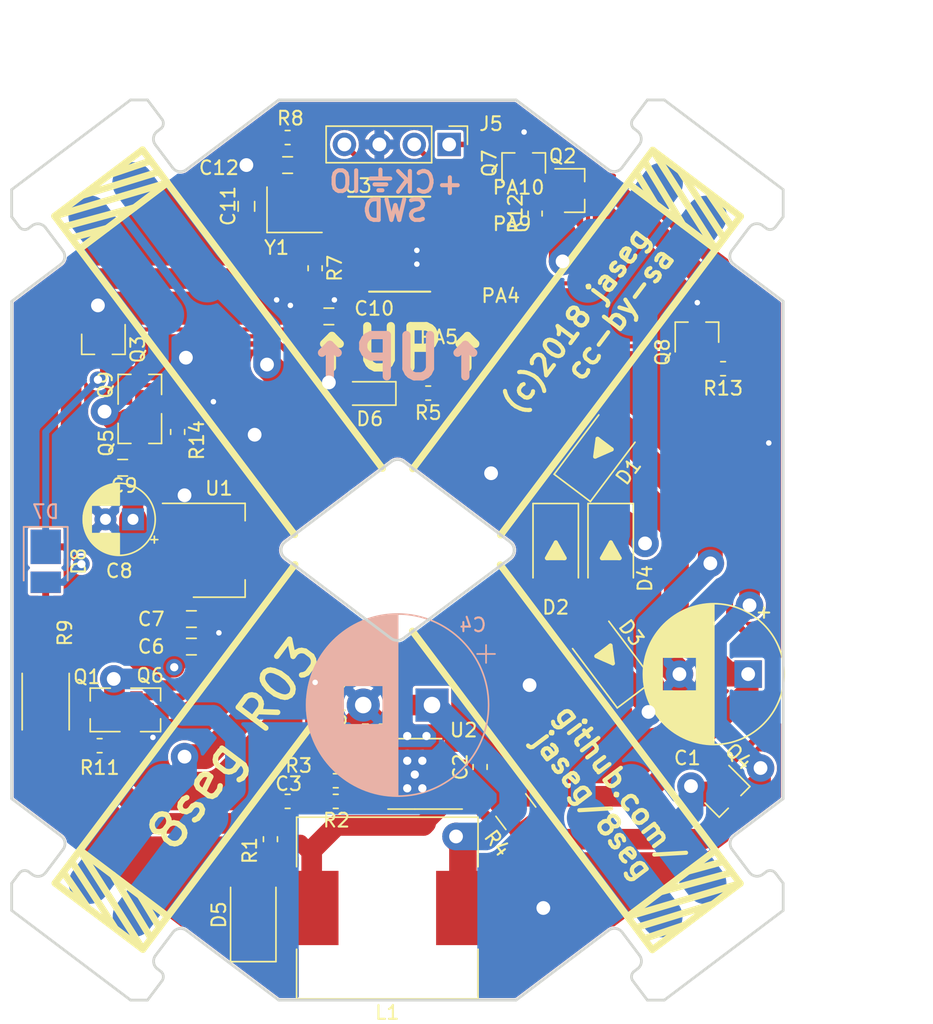
<source format=kicad_pcb>
(kicad_pcb (version 20190605) (host pcbnew "(5.99.0-52-gefbc802f4)")

  (general
    (thickness 1.6)
    (drawings 113)
    (tracks 408)
    (modules 56)
    (nets 43)
  )

  (page "A4")
  (layers
    (0 "F.Cu" signal)
    (31 "B.Cu" signal)
    (32 "B.Adhes" user)
    (33 "F.Adhes" user)
    (34 "B.Paste" user)
    (35 "F.Paste" user)
    (36 "B.SilkS" user)
    (37 "F.SilkS" user)
    (38 "B.Mask" user)
    (39 "F.Mask" user)
    (40 "Dwgs.User" user)
    (41 "Cmts.User" user)
    (42 "Eco1.User" user)
    (43 "Eco2.User" user)
    (44 "Edge.Cuts" user)
    (45 "Margin" user)
    (46 "B.CrtYd" user)
    (47 "F.CrtYd" user)
    (48 "B.Fab" user)
    (49 "F.Fab" user)
  )

  (setup
    (last_trace_width 0.5)
    (user_trace_width 0.1)
    (user_trace_width 0.15)
    (user_trace_width 0.2)
    (user_trace_width 0.3)
    (user_trace_width 0.4)
    (user_trace_width 0.5)
    (user_trace_width 0.8)
    (user_trace_width 1.2)
    (user_trace_width 1.5)
    (user_trace_width 1.8)
    (user_trace_width 2)
    (trace_clearance 0.2)
    (zone_clearance 0.15)
    (zone_45_only no)
    (trace_min 0.1)
    (via_size 0.8)
    (via_drill 0.4)
    (via_min_size 0.4)
    (via_min_drill 0.3)
    (user_via 0.6 0.3)
    (user_via 0.8 0.4)
    (user_via 1.2 0.6)
    (user_via 2 1)
    (user_via 2.5 1.5)
    (user_via 3 2)
    (uvia_size 0.3)
    (uvia_drill 0.1)
    (uvias_allowed no)
    (uvia_min_size 0.2)
    (uvia_min_drill 0.1)
    (max_error 0.005)
    (defaults
      (edge_clearance 0.01)
      (edge_cuts_line_width 0.15)
      (courtyard_line_width 0.05)
      (copper_line_width 0.15)
      (copper_text_dims (size 1.5 1.5) (thickness 0.3) keep_upright)
      (silk_line_width 0.15)
      (silk_text_dims (size 1 1) (thickness 0.15) keep_upright)
      (other_layers_line_width 0.1)
      (other_layers_text_dims (size 1 1) (thickness 0.15) keep_upright)
    )
    (pad_size 1.524 1.524)
    (pad_drill 0.762)
    (pad_to_mask_clearance 0.051)
    (solder_mask_min_width 0.25)
    (aux_axis_origin 0 0)
    (grid_origin 174.95 76.975)
    (visible_elements FFFFF7FF)
    (pcbplotparams
      (layerselection 0x010fc_ffffffff)
      (usegerberextensions false)
      (usegerberattributes false)
      (usegerberadvancedattributes false)
      (creategerberjobfile false)
      (excludeedgelayer true)
      (linewidth 0.100000)
      (plotframeref false)
      (viasonmask false)
      (mode 1)
      (useauxorigin false)
      (hpglpennumber 1)
      (hpglpenspeed 20)
      (hpglpendiameter 15.000000)
      (psnegative false)
      (psa4output false)
      (plotreference true)
      (plotvalue true)
      (plotinvisibletext false)
      (padsonsilk false)
      (subtractmaskfromsilk false)
      (outputformat 1)
      (mirror false)
      (drillshape 0)
      (scaleselection 1)
      (outputdirectory "gerber"))
  )

  (net 0 "")
  (net 1 "+12V")
  (net 2 "GND")
  (net 3 "+3V3")
  (net 4 "Net-(C12-Pad1)")
  (net 5 "Net-(D1-Pad2)")
  (net 6 "Net-(D2-Pad2)")
  (net 7 "/Vmeas_A")
  (net 8 "/Vmeas_B")
  (net 9 "Net-(D7-Pad1)")
  (net 10 "/CH2")
  (net 11 "/CH3")
  (net 12 "/Q2")
  (net 13 "/Q0")
  (net 14 "/Q3")
  (net 15 "/Q1")
  (net 16 "/SWCLK")
  (net 17 "/SWDIO")
  (net 18 "/CH0")
  (net 19 "Net-(R8-Pad1)")
  (net 20 "/LOAD")
  (net 21 "/CH1")
  (net 22 "Net-(TP1-Pad1)")
  (net 23 "Net-(TP2-Pad1)")
  (net 24 "Net-(TP3-Pad1)")
  (net 25 "Net-(TP4-Pad1)")
  (net 26 "+VSW")
  (net 27 "Net-(C11-Pad1)")
  (net 28 "Net-(D7-Pad2)")
  (net 29 "Net-(U2-Pad7)")
  (net 30 "Net-(U2-Pad6)")
  (net 31 "/ILIM")
  (net 32 "/PAD")
  (net 33 "Net-(C3-Pad2)")
  (net 34 "Net-(C3-Pad1)")
  (net 35 "Net-(C5-Pad1)")
  (net 36 "Net-(Q1-Pad1)")
  (net 37 "Net-(Q2-Pad1)")
  (net 38 "Net-(Q4-Pad1)")
  (net 39 "Net-(Q5-Pad1)")
  (net 40 "Net-(R2-Pad2)")
  (net 41 "Net-(R7-Pad1)")
  (net 42 "Net-(D8-Pad2)")

  (net_class "Default" "This is the default net class."
    (clearance 0.2)
    (trace_width 0.25)
    (via_dia 0.8)
    (via_drill 0.4)
    (uvia_dia 0.3)
    (uvia_drill 0.1)
    (add_net "+12V")
    (add_net "+3V3")
    (add_net "+VSW")
    (add_net "/CH0")
    (add_net "/CH1")
    (add_net "/CH2")
    (add_net "/CH3")
    (add_net "/ILIM")
    (add_net "/LOAD")
    (add_net "/PAD")
    (add_net "/Q0")
    (add_net "/Q1")
    (add_net "/Q2")
    (add_net "/Q3")
    (add_net "/SWCLK")
    (add_net "/SWDIO")
    (add_net "/Vmeas_A")
    (add_net "/Vmeas_B")
    (add_net "GND")
    (add_net "Net-(C11-Pad1)")
    (add_net "Net-(C12-Pad1)")
    (add_net "Net-(C3-Pad1)")
    (add_net "Net-(C3-Pad2)")
    (add_net "Net-(C5-Pad1)")
    (add_net "Net-(D1-Pad2)")
    (add_net "Net-(D2-Pad2)")
    (add_net "Net-(D7-Pad1)")
    (add_net "Net-(D7-Pad2)")
    (add_net "Net-(D8-Pad2)")
    (add_net "Net-(Q1-Pad1)")
    (add_net "Net-(Q2-Pad1)")
    (add_net "Net-(Q4-Pad1)")
    (add_net "Net-(Q5-Pad1)")
    (add_net "Net-(R2-Pad2)")
    (add_net "Net-(R7-Pad1)")
    (add_net "Net-(R8-Pad1)")
    (add_net "Net-(TP1-Pad1)")
    (add_net "Net-(TP2-Pad1)")
    (add_net "Net-(TP3-Pad1)")
    (add_net "Net-(TP4-Pad1)")
    (add_net "Net-(U2-Pad6)")
    (add_net "Net-(U2-Pad7)")
  )

  (module "LED_SMD:LED_PLCC_2835_Handsoldering" (layer "F.Cu") (tedit 5C65228D) (tstamp 5DF50ED7)
    (at 152.35 100.775 270)
    (descr "https://www.luckylight.cn/media/component/data-sheet/R2835BC-B2M-M10.pdf")
    (tags "LED")
    (path "/5DF69147")
    (attr smd)
    (fp_text reference "D8" (at 0 -2.4 90) (layer "F.SilkS")
      (effects (font (size 1 1) (thickness 0.15)))
    )
    (fp_text value "LED_ALT" (at 0 2.475 90) (layer "F.Fab")
      (effects (font (size 1 1) (thickness 0.15)))
    )
    (fp_line (start 2.55 -1.65) (end 2.55 1.65) (layer "F.CrtYd") (width 0.05))
    (fp_line (start -2.55 -1.65) (end 2.55 -1.65) (layer "F.CrtYd") (width 0.05))
    (fp_line (start -2.55 1.65) (end -2.55 -1.65) (layer "F.CrtYd") (width 0.05))
    (fp_line (start 2.55 1.65) (end -2.55 1.65) (layer "F.CrtYd") (width 0.05))
    (fp_line (start 1.4 -1.6) (end -2.5 -1.6) (layer "F.SilkS") (width 0.12))
    (fp_line (start 1.4 1.6) (end -2.5 1.6) (layer "F.SilkS") (width 0.12))
    (fp_line (start 1.75 -1.4) (end 1.75 1.4) (layer "F.Fab") (width 0.1))
    (fp_line (start -1.05 -1.4) (end 1.75 -1.4) (layer "F.Fab") (width 0.1))
    (fp_line (start -1.75 1.4) (end -1.75 -0.7) (layer "F.Fab") (width 0.1))
    (fp_line (start 1.75 1.4) (end -1.75 1.4) (layer "F.Fab") (width 0.1))
    (fp_text user "%R" (at 0 0 90) (layer "F.Fab")
      (effects (font (size 0.9 0.9) (thickness 0.135)))
    )
    (fp_line (start -2.5 -1.6) (end -2.5 1.6) (layer "F.SilkS") (width 0.12))
    (fp_line (start -1.05 -1.4) (end -1.75 -0.7) (layer "F.Fab") (width 0.1))
    (pad "2" smd rect (at 1.525 0 270) (size 1.55 2.2) (layers "F.Cu" "F.Paste" "F.Mask")
      (net 42 "Net-(D8-Pad2)"))
    (pad "1" smd rect (at -1.05 0 270) (size 2.5 2.2) (layers "F.Cu" "F.Paste" "F.Mask")
      (net 28 "Net-(D7-Pad2)"))
    (model "${KISYS3DMOD}/LED_SMD.3dshapes/LED_PLCC_2835.wrl"
      (at (xyz 0 0 0))
      (scale (xyz 1 1 1))
      (rotate (xyz 0 0 0))
    )
  )

  (module "Resistor_SMD:R_0603_1608Metric_Pad1.05x0.95mm_HandSolder" (layer "F.Cu") (tedit 5B301BBD) (tstamp 5DF3CB45)
    (at 161.95 91.375 90)
    (descr "Resistor SMD 0603 (1608 Metric), square (rectangular) end terminal, IPC_7351 nominal with elongated pad for handsoldering. (Body size source: http://www.tortai-tech.com/upload/download/2011102023233369053.pdf), generated with kicad-footprint-generator")
    (tags "resistor handsolder")
    (path "/5DF76EB9")
    (attr smd)
    (fp_text reference "R14" (at -0.6 1.4 90) (layer "F.SilkS")
      (effects (font (size 1 1) (thickness 0.15)))
    )
    (fp_text value "47k" (at 0 1.43 90) (layer "F.Fab")
      (effects (font (size 1 1) (thickness 0.15)))
    )
    (fp_text user "%R" (at 0 0 90) (layer "F.Fab")
      (effects (font (size 0.4 0.4) (thickness 0.06)))
    )
    (fp_line (start 1.65 0.73) (end -1.65 0.73) (layer "F.CrtYd") (width 0.05))
    (fp_line (start 1.65 -0.73) (end 1.65 0.73) (layer "F.CrtYd") (width 0.05))
    (fp_line (start -1.65 -0.73) (end 1.65 -0.73) (layer "F.CrtYd") (width 0.05))
    (fp_line (start -1.65 0.73) (end -1.65 -0.73) (layer "F.CrtYd") (width 0.05))
    (fp_line (start -0.171267 0.51) (end 0.171267 0.51) (layer "F.SilkS") (width 0.12))
    (fp_line (start -0.171267 -0.51) (end 0.171267 -0.51) (layer "F.SilkS") (width 0.12))
    (fp_line (start 0.8 0.4) (end -0.8 0.4) (layer "F.Fab") (width 0.1))
    (fp_line (start 0.8 -0.4) (end 0.8 0.4) (layer "F.Fab") (width 0.1))
    (fp_line (start -0.8 -0.4) (end 0.8 -0.4) (layer "F.Fab") (width 0.1))
    (fp_line (start -0.8 0.4) (end -0.8 -0.4) (layer "F.Fab") (width 0.1))
    (pad "2" smd roundrect (at 0.875 0 90) (size 1.05 0.95) (layers "F.Cu" "F.Paste" "F.Mask") (roundrect_rratio 0.25)
      (net 39 "Net-(Q5-Pad1)"))
    (pad "1" smd roundrect (at -0.875 0 90) (size 1.05 0.95) (layers "F.Cu" "F.Paste" "F.Mask") (roundrect_rratio 0.25)
      (net 1 "+12V"))
    (model "${KISYS3DMOD}/Resistor_SMD.3dshapes/R_0603_1608Metric.wrl"
      (at (xyz 0 0 0))
      (scale (xyz 1 1 1))
      (rotate (xyz 0 0 0))
    )
  )

  (module "Resistor_SMD:R_0603_1608Metric_Pad1.05x0.95mm_HandSolder" (layer "F.Cu") (tedit 5B301BBD) (tstamp 5DF3CB34)
    (at 201.625 86.775 180)
    (descr "Resistor SMD 0603 (1608 Metric), square (rectangular) end terminal, IPC_7351 nominal with elongated pad for handsoldering. (Body size source: http://www.tortai-tech.com/upload/download/2011102023233369053.pdf), generated with kicad-footprint-generator")
    (tags "resistor handsolder")
    (path "/5DF76EDE")
    (attr smd)
    (fp_text reference "R13" (at 0 -1.43) (layer "F.SilkS")
      (effects (font (size 1 1) (thickness 0.15)))
    )
    (fp_text value "47k" (at 0 1.43) (layer "F.Fab")
      (effects (font (size 1 1) (thickness 0.15)))
    )
    (fp_text user "%R" (at 0 0) (layer "F.Fab")
      (effects (font (size 0.4 0.4) (thickness 0.06)))
    )
    (fp_line (start 1.65 0.73) (end -1.65 0.73) (layer "F.CrtYd") (width 0.05))
    (fp_line (start 1.65 -0.73) (end 1.65 0.73) (layer "F.CrtYd") (width 0.05))
    (fp_line (start -1.65 -0.73) (end 1.65 -0.73) (layer "F.CrtYd") (width 0.05))
    (fp_line (start -1.65 0.73) (end -1.65 -0.73) (layer "F.CrtYd") (width 0.05))
    (fp_line (start -0.171267 0.51) (end 0.171267 0.51) (layer "F.SilkS") (width 0.12))
    (fp_line (start -0.171267 -0.51) (end 0.171267 -0.51) (layer "F.SilkS") (width 0.12))
    (fp_line (start 0.8 0.4) (end -0.8 0.4) (layer "F.Fab") (width 0.1))
    (fp_line (start 0.8 -0.4) (end 0.8 0.4) (layer "F.Fab") (width 0.1))
    (fp_line (start -0.8 -0.4) (end 0.8 -0.4) (layer "F.Fab") (width 0.1))
    (fp_line (start -0.8 0.4) (end -0.8 -0.4) (layer "F.Fab") (width 0.1))
    (pad "2" smd roundrect (at 0.875 0 180) (size 1.05 0.95) (layers "F.Cu" "F.Paste" "F.Mask") (roundrect_rratio 0.25)
      (net 38 "Net-(Q4-Pad1)"))
    (pad "1" smd roundrect (at -0.875 0 180) (size 1.05 0.95) (layers "F.Cu" "F.Paste" "F.Mask") (roundrect_rratio 0.25)
      (net 1 "+12V"))
    (model "${KISYS3DMOD}/Resistor_SMD.3dshapes/R_0603_1608Metric.wrl"
      (at (xyz 0 0 0))
      (scale (xyz 1 1 1))
      (rotate (xyz 0 0 0))
    )
  )

  (module "Resistor_SMD:R_0603_1608Metric_Pad1.05x0.95mm_HandSolder" (layer "F.Cu") (tedit 5B301BBD) (tstamp 5DF3CB23)
    (at 187.95 75.5 90)
    (descr "Resistor SMD 0603 (1608 Metric), square (rectangular) end terminal, IPC_7351 nominal with elongated pad for handsoldering. (Body size source: http://www.tortai-tech.com/upload/download/2011102023233369053.pdf), generated with kicad-footprint-generator")
    (tags "resistor handsolder")
    (path "/5DF6A371")
    (attr smd)
    (fp_text reference "R12" (at 0 -1.43 90) (layer "F.SilkS")
      (effects (font (size 1 1) (thickness 0.15)))
    )
    (fp_text value "47k" (at 0 1.43 90) (layer "F.Fab")
      (effects (font (size 1 1) (thickness 0.15)))
    )
    (fp_text user "%R" (at 0 0 90) (layer "F.Fab")
      (effects (font (size 0.4 0.4) (thickness 0.06)))
    )
    (fp_line (start 1.65 0.73) (end -1.65 0.73) (layer "F.CrtYd") (width 0.05))
    (fp_line (start 1.65 -0.73) (end 1.65 0.73) (layer "F.CrtYd") (width 0.05))
    (fp_line (start -1.65 -0.73) (end 1.65 -0.73) (layer "F.CrtYd") (width 0.05))
    (fp_line (start -1.65 0.73) (end -1.65 -0.73) (layer "F.CrtYd") (width 0.05))
    (fp_line (start -0.171267 0.51) (end 0.171267 0.51) (layer "F.SilkS") (width 0.12))
    (fp_line (start -0.171267 -0.51) (end 0.171267 -0.51) (layer "F.SilkS") (width 0.12))
    (fp_line (start 0.8 0.4) (end -0.8 0.4) (layer "F.Fab") (width 0.1))
    (fp_line (start 0.8 -0.4) (end 0.8 0.4) (layer "F.Fab") (width 0.1))
    (fp_line (start -0.8 -0.4) (end 0.8 -0.4) (layer "F.Fab") (width 0.1))
    (fp_line (start -0.8 0.4) (end -0.8 -0.4) (layer "F.Fab") (width 0.1))
    (pad "2" smd roundrect (at 0.875 0 90) (size 1.05 0.95) (layers "F.Cu" "F.Paste" "F.Mask") (roundrect_rratio 0.25)
      (net 37 "Net-(Q2-Pad1)"))
    (pad "1" smd roundrect (at -0.875 0 90) (size 1.05 0.95) (layers "F.Cu" "F.Paste" "F.Mask") (roundrect_rratio 0.25)
      (net 1 "+12V"))
    (model "${KISYS3DMOD}/Resistor_SMD.3dshapes/R_0603_1608Metric.wrl"
      (at (xyz 0 0 0))
      (scale (xyz 1 1 1))
      (rotate (xyz 0 0 0))
    )
  )

  (module "Resistor_SMD:R_0603_1608Metric_Pad1.05x0.95mm_HandSolder" (layer "F.Cu") (tedit 5B301BBD) (tstamp 5DF43E93)
    (at 156.275 114.175)
    (descr "Resistor SMD 0603 (1608 Metric), square (rectangular) end terminal, IPC_7351 nominal with elongated pad for handsoldering. (Body size source: http://www.tortai-tech.com/upload/download/2011102023233369053.pdf), generated with kicad-footprint-generator")
    (tags "resistor handsolder")
    (path "/5DF2C541")
    (attr smd)
    (fp_text reference "R11" (at 0 1.6) (layer "F.SilkS")
      (effects (font (size 1 1) (thickness 0.15)))
    )
    (fp_text value "47k" (at 0 1.43) (layer "F.Fab")
      (effects (font (size 1 1) (thickness 0.15)))
    )
    (fp_text user "%R" (at 0 0) (layer "F.Fab")
      (effects (font (size 0.4 0.4) (thickness 0.06)))
    )
    (fp_line (start 1.65 0.73) (end -1.65 0.73) (layer "F.CrtYd") (width 0.05))
    (fp_line (start 1.65 -0.73) (end 1.65 0.73) (layer "F.CrtYd") (width 0.05))
    (fp_line (start -1.65 -0.73) (end 1.65 -0.73) (layer "F.CrtYd") (width 0.05))
    (fp_line (start -1.65 0.73) (end -1.65 -0.73) (layer "F.CrtYd") (width 0.05))
    (fp_line (start -0.171267 0.51) (end 0.171267 0.51) (layer "F.SilkS") (width 0.12))
    (fp_line (start -0.171267 -0.51) (end 0.171267 -0.51) (layer "F.SilkS") (width 0.12))
    (fp_line (start 0.8 0.4) (end -0.8 0.4) (layer "F.Fab") (width 0.1))
    (fp_line (start 0.8 -0.4) (end 0.8 0.4) (layer "F.Fab") (width 0.1))
    (fp_line (start -0.8 -0.4) (end 0.8 -0.4) (layer "F.Fab") (width 0.1))
    (fp_line (start -0.8 0.4) (end -0.8 -0.4) (layer "F.Fab") (width 0.1))
    (pad "2" smd roundrect (at 0.875 0) (size 1.05 0.95) (layers "F.Cu" "F.Paste" "F.Mask") (roundrect_rratio 0.25)
      (net 36 "Net-(Q1-Pad1)"))
    (pad "1" smd roundrect (at -0.875 0) (size 1.05 0.95) (layers "F.Cu" "F.Paste" "F.Mask") (roundrect_rratio 0.25)
      (net 1 "+12V"))
    (model "${KISYS3DMOD}/Resistor_SMD.3dshapes/R_0603_1608Metric.wrl"
      (at (xyz 0 0 0))
      (scale (xyz 1 1 1))
      (rotate (xyz 0 0 0))
    )
  )

  (module "Resistor_SMD:R_2512_6332Metric_Pad1.52x3.35mm_HandSolder" (layer "F.Cu") (tedit 5B301BBD) (tstamp 5DE86E0E)
    (at 152.35 110.975 90)
    (descr "Resistor SMD 2512 (6332 Metric), square (rectangular) end terminal, IPC_7351 nominal with elongated pad for handsoldering. (Body size source: http://www.tortai-tech.com/upload/download/2011102023233369053.pdf), generated with kicad-footprint-generator")
    (tags "resistor handsolder")
    (path "/5C1F9EE6")
    (attr smd)
    (fp_text reference "R9" (at 5 1.4 90) (layer "F.SilkS")
      (effects (font (size 1 1) (thickness 0.15)))
    )
    (fp_text value "180" (at 0 2.62 90) (layer "F.Fab")
      (effects (font (size 1 1) (thickness 0.15)))
    )
    (fp_text user "%R" (at 0 0 90) (layer "F.Fab")
      (effects (font (size 1 1) (thickness 0.15)))
    )
    (fp_line (start 4 1.92) (end -4 1.92) (layer "F.CrtYd") (width 0.05))
    (fp_line (start 4 -1.92) (end 4 1.92) (layer "F.CrtYd") (width 0.05))
    (fp_line (start -4 -1.92) (end 4 -1.92) (layer "F.CrtYd") (width 0.05))
    (fp_line (start -4 1.92) (end -4 -1.92) (layer "F.CrtYd") (width 0.05))
    (fp_line (start -2.052064 1.71) (end 2.052064 1.71) (layer "F.SilkS") (width 0.12))
    (fp_line (start -2.052064 -1.71) (end 2.052064 -1.71) (layer "F.SilkS") (width 0.12))
    (fp_line (start 3.15 1.6) (end -3.15 1.6) (layer "F.Fab") (width 0.1))
    (fp_line (start 3.15 -1.6) (end 3.15 1.6) (layer "F.Fab") (width 0.1))
    (fp_line (start -3.15 -1.6) (end 3.15 -1.6) (layer "F.Fab") (width 0.1))
    (fp_line (start -3.15 1.6) (end -3.15 -1.6) (layer "F.Fab") (width 0.1))
    (pad "2" smd roundrect (at 2.9875 0 90) (size 1.525 3.35) (layers "F.Cu" "F.Paste" "F.Mask") (roundrect_rratio 0.163934)
      (net 42 "Net-(D8-Pad2)"))
    (pad "1" smd roundrect (at -2.9875 0 90) (size 1.525 3.35) (layers "F.Cu" "F.Paste" "F.Mask") (roundrect_rratio 0.163934)
      (net 1 "+12V"))
    (model "${KISYS3DMOD}/Resistor_SMD.3dshapes/R_2512_6332Metric.wrl"
      (at (xyz 0 0 0))
      (scale (xyz 1 1 1))
      (rotate (xyz 0 0 0))
    )
  )

  (module "Resistor_SMD:R_0603_1608Metric_Pad1.05x0.95mm_HandSolder" (layer "F.Cu") (tedit 5B301BBD) (tstamp 5C21D466)
    (at 169.95 69.975 180)
    (descr "Resistor SMD 0603 (1608 Metric), square (rectangular) end terminal, IPC_7351 nominal with elongated pad for handsoldering. (Body size source: http://www.tortai-tech.com/upload/download/2011102023233369053.pdf), generated with kicad-footprint-generator")
    (tags "resistor handsolder")
    (path "/5C382D39")
    (attr smd)
    (fp_text reference "R8" (at -0.2 1.4) (layer "F.SilkS")
      (effects (font (size 1 1) (thickness 0.15)))
    )
    (fp_text value "0" (at 0 1.43) (layer "F.Fab")
      (effects (font (size 1 1) (thickness 0.15)))
    )
    (fp_text user "%R" (at 0 0) (layer "F.Fab")
      (effects (font (size 0.4 0.4) (thickness 0.06)))
    )
    (fp_line (start 1.65 0.73) (end -1.65 0.73) (layer "F.CrtYd") (width 0.05))
    (fp_line (start 1.65 -0.73) (end 1.65 0.73) (layer "F.CrtYd") (width 0.05))
    (fp_line (start -1.65 -0.73) (end 1.65 -0.73) (layer "F.CrtYd") (width 0.05))
    (fp_line (start -1.65 0.73) (end -1.65 -0.73) (layer "F.CrtYd") (width 0.05))
    (fp_line (start -0.171267 0.51) (end 0.171267 0.51) (layer "F.SilkS") (width 0.12))
    (fp_line (start -0.171267 -0.51) (end 0.171267 -0.51) (layer "F.SilkS") (width 0.12))
    (fp_line (start 0.8 0.4) (end -0.8 0.4) (layer "F.Fab") (width 0.1))
    (fp_line (start 0.8 -0.4) (end 0.8 0.4) (layer "F.Fab") (width 0.1))
    (fp_line (start -0.8 -0.4) (end 0.8 -0.4) (layer "F.Fab") (width 0.1))
    (fp_line (start -0.8 0.4) (end -0.8 -0.4) (layer "F.Fab") (width 0.1))
    (pad "2" smd roundrect (at 0.875 0 180) (size 1.05 0.95) (layers "F.Cu" "F.Paste" "F.Mask") (roundrect_rratio 0.25)
      (net 2 "GND"))
    (pad "1" smd roundrect (at -0.875 0 180) (size 1.05 0.95) (layers "F.Cu" "F.Paste" "F.Mask") (roundrect_rratio 0.25)
      (net 19 "Net-(R8-Pad1)"))
    (model "${KISYS3DMOD}/Resistor_SMD.3dshapes/R_0603_1608Metric.wrl"
      (at (xyz 0 0 0))
      (scale (xyz 1 1 1))
      (rotate (xyz 0 0 0))
    )
  )

  (module "Resistor_SMD:R_0603_1608Metric_Pad1.05x0.95mm_HandSolder" (layer "F.Cu") (tedit 5B301BBD) (tstamp 5C21D433)
    (at 171.95 79.475 270)
    (descr "Resistor SMD 0603 (1608 Metric), square (rectangular) end terminal, IPC_7351 nominal with elongated pad for handsoldering. (Body size source: http://www.tortai-tech.com/upload/download/2011102023233369053.pdf), generated with kicad-footprint-generator")
    (tags "resistor handsolder")
    (path "/5C36FD60")
    (attr smd)
    (fp_text reference "R7" (at 0 -1.43 90) (layer "F.SilkS")
      (effects (font (size 1 1) (thickness 0.15)))
    )
    (fp_text value "0" (at 0 1.43 90) (layer "F.Fab")
      (effects (font (size 1 1) (thickness 0.15)))
    )
    (fp_text user "%R" (at 0 0 90) (layer "F.Fab")
      (effects (font (size 0.4 0.4) (thickness 0.06)))
    )
    (fp_line (start 1.65 0.73) (end -1.65 0.73) (layer "F.CrtYd") (width 0.05))
    (fp_line (start 1.65 -0.73) (end 1.65 0.73) (layer "F.CrtYd") (width 0.05))
    (fp_line (start -1.65 -0.73) (end 1.65 -0.73) (layer "F.CrtYd") (width 0.05))
    (fp_line (start -1.65 0.73) (end -1.65 -0.73) (layer "F.CrtYd") (width 0.05))
    (fp_line (start -0.171267 0.51) (end 0.171267 0.51) (layer "F.SilkS") (width 0.12))
    (fp_line (start -0.171267 -0.51) (end 0.171267 -0.51) (layer "F.SilkS") (width 0.12))
    (fp_line (start 0.8 0.4) (end -0.8 0.4) (layer "F.Fab") (width 0.1))
    (fp_line (start 0.8 -0.4) (end 0.8 0.4) (layer "F.Fab") (width 0.1))
    (fp_line (start -0.8 -0.4) (end 0.8 -0.4) (layer "F.Fab") (width 0.1))
    (fp_line (start -0.8 0.4) (end -0.8 -0.4) (layer "F.Fab") (width 0.1))
    (pad "2" smd roundrect (at 0.875 0 270) (size 1.05 0.95) (layers "F.Cu" "F.Paste" "F.Mask") (roundrect_rratio 0.25)
      (net 3 "+3V3"))
    (pad "1" smd roundrect (at -0.875 0 270) (size 1.05 0.95) (layers "F.Cu" "F.Paste" "F.Mask") (roundrect_rratio 0.25)
      (net 41 "Net-(R7-Pad1)"))
    (model "${KISYS3DMOD}/Resistor_SMD.3dshapes/R_0603_1608Metric.wrl"
      (at (xyz 0 0 0))
      (scale (xyz 1 1 1))
      (rotate (xyz 0 0 0))
    )
  )

  (module "Resistor_SMD:R_0603_1608Metric_Pad1.05x0.95mm_HandSolder" (layer "F.Cu") (tedit 5B301BBD) (tstamp 5C21D3EF)
    (at 180.175 88.55 180)
    (descr "Resistor SMD 0603 (1608 Metric), square (rectangular) end terminal, IPC_7351 nominal with elongated pad for handsoldering. (Body size source: http://www.tortai-tech.com/upload/download/2011102023233369053.pdf), generated with kicad-footprint-generator")
    (tags "resistor handsolder")
    (path "/5C1B72F8")
    (attr smd)
    (fp_text reference "R5" (at 0 -1.43) (layer "F.SilkS")
      (effects (font (size 1 1) (thickness 0.15)))
    )
    (fp_text value "10k" (at 0 1.43) (layer "F.Fab")
      (effects (font (size 1 1) (thickness 0.15)))
    )
    (fp_text user "%R" (at 0 0) (layer "F.Fab")
      (effects (font (size 0.4 0.4) (thickness 0.06)))
    )
    (fp_line (start 1.65 0.73) (end -1.65 0.73) (layer "F.CrtYd") (width 0.05))
    (fp_line (start 1.65 -0.73) (end 1.65 0.73) (layer "F.CrtYd") (width 0.05))
    (fp_line (start -1.65 -0.73) (end 1.65 -0.73) (layer "F.CrtYd") (width 0.05))
    (fp_line (start -1.65 0.73) (end -1.65 -0.73) (layer "F.CrtYd") (width 0.05))
    (fp_line (start -0.171267 0.51) (end 0.171267 0.51) (layer "F.SilkS") (width 0.12))
    (fp_line (start -0.171267 -0.51) (end 0.171267 -0.51) (layer "F.SilkS") (width 0.12))
    (fp_line (start 0.8 0.4) (end -0.8 0.4) (layer "F.Fab") (width 0.1))
    (fp_line (start 0.8 -0.4) (end 0.8 0.4) (layer "F.Fab") (width 0.1))
    (fp_line (start -0.8 -0.4) (end 0.8 -0.4) (layer "F.Fab") (width 0.1))
    (fp_line (start -0.8 0.4) (end -0.8 -0.4) (layer "F.Fab") (width 0.1))
    (pad "2" smd roundrect (at 0.875 0 180) (size 1.05 0.95) (layers "F.Cu" "F.Paste" "F.Mask") (roundrect_rratio 0.25)
      (net 7 "/Vmeas_A"))
    (pad "1" smd roundrect (at -0.875 0 180) (size 1.05 0.95) (layers "F.Cu" "F.Paste" "F.Mask") (roundrect_rratio 0.25)
      (net 5 "Net-(D1-Pad2)"))
    (model "${KISYS3DMOD}/Resistor_SMD.3dshapes/R_0603_1608Metric.wrl"
      (at (xyz 0 0 0))
      (scale (xyz 1 1 1))
      (rotate (xyz 0 0 0))
    )
  )

  (module "Package_TO_SOT_SMD:SOT-23" (layer "F.Cu") (tedit 5A02FF57) (tstamp 5DF3B02E)
    (at 159.2 87.95 90)
    (descr "SOT-23, Standard")
    (tags "SOT-23")
    (path "/5DF76EFD")
    (attr smd)
    (fp_text reference "Q9" (at 0 -2.5 90) (layer "F.SilkS")
      (effects (font (size 1 1) (thickness 0.15)))
    )
    (fp_text value "AO3400" (at 0 2.5 90) (layer "F.Fab")
      (effects (font (size 1 1) (thickness 0.15)))
    )
    (fp_line (start 0.76 1.58) (end -0.7 1.58) (layer "F.SilkS") (width 0.12))
    (fp_line (start 0.76 -1.58) (end -1.4 -1.58) (layer "F.SilkS") (width 0.12))
    (fp_line (start -1.7 1.75) (end -1.7 -1.75) (layer "F.CrtYd") (width 0.05))
    (fp_line (start 1.7 1.75) (end -1.7 1.75) (layer "F.CrtYd") (width 0.05))
    (fp_line (start 1.7 -1.75) (end 1.7 1.75) (layer "F.CrtYd") (width 0.05))
    (fp_line (start -1.7 -1.75) (end 1.7 -1.75) (layer "F.CrtYd") (width 0.05))
    (fp_line (start 0.76 -1.58) (end 0.76 -0.65) (layer "F.SilkS") (width 0.12))
    (fp_line (start 0.76 1.58) (end 0.76 0.65) (layer "F.SilkS") (width 0.12))
    (fp_line (start -0.7 1.52) (end 0.7 1.52) (layer "F.Fab") (width 0.1))
    (fp_line (start 0.7 -1.52) (end 0.7 1.52) (layer "F.Fab") (width 0.1))
    (fp_line (start -0.7 -0.95) (end -0.15 -1.52) (layer "F.Fab") (width 0.1))
    (fp_line (start -0.15 -1.52) (end 0.7 -1.52) (layer "F.Fab") (width 0.1))
    (fp_line (start -0.7 -0.95) (end -0.7 1.5) (layer "F.Fab") (width 0.1))
    (fp_text user "%R" (at 0 0) (layer "F.Fab")
      (effects (font (size 0.5 0.5) (thickness 0.075)))
    )
    (pad "3" smd rect (at 1 0 90) (size 0.9 0.8) (layers "F.Cu" "F.Paste" "F.Mask")
      (net 2 "GND"))
    (pad "2" smd rect (at -1 0.95 90) (size 0.9 0.8) (layers "F.Cu" "F.Paste" "F.Mask")
      (net 39 "Net-(Q5-Pad1)"))
    (pad "1" smd rect (at -1 -0.95 90) (size 0.9 0.8) (layers "F.Cu" "F.Paste" "F.Mask")
      (net 11 "/CH3"))
    (model "${KISYS3DMOD}/Package_TO_SOT_SMD.3dshapes/SOT-23.wrl"
      (at (xyz 0 0 0))
      (scale (xyz 1 1 1))
      (rotate (xyz 0 0 0))
    )
  )

  (module "Package_TO_SOT_SMD:SOT-23" (layer "F.Cu") (tedit 5A02FF57) (tstamp 5DF3B019)
    (at 199.725 84.15 90)
    (descr "SOT-23, Standard")
    (tags "SOT-23")
    (path "/5DF76EED")
    (attr smd)
    (fp_text reference "Q8" (at -1.425 -2.5 90) (layer "F.SilkS")
      (effects (font (size 1 1) (thickness 0.15)))
    )
    (fp_text value "AO3400" (at 0 2.5 90) (layer "F.Fab")
      (effects (font (size 1 1) (thickness 0.15)))
    )
    (fp_line (start 0.76 1.58) (end -0.7 1.58) (layer "F.SilkS") (width 0.12))
    (fp_line (start 0.76 -1.58) (end -1.4 -1.58) (layer "F.SilkS") (width 0.12))
    (fp_line (start -1.7 1.75) (end -1.7 -1.75) (layer "F.CrtYd") (width 0.05))
    (fp_line (start 1.7 1.75) (end -1.7 1.75) (layer "F.CrtYd") (width 0.05))
    (fp_line (start 1.7 -1.75) (end 1.7 1.75) (layer "F.CrtYd") (width 0.05))
    (fp_line (start -1.7 -1.75) (end 1.7 -1.75) (layer "F.CrtYd") (width 0.05))
    (fp_line (start 0.76 -1.58) (end 0.76 -0.65) (layer "F.SilkS") (width 0.12))
    (fp_line (start 0.76 1.58) (end 0.76 0.65) (layer "F.SilkS") (width 0.12))
    (fp_line (start -0.7 1.52) (end 0.7 1.52) (layer "F.Fab") (width 0.1))
    (fp_line (start 0.7 -1.52) (end 0.7 1.52) (layer "F.Fab") (width 0.1))
    (fp_line (start -0.7 -0.95) (end -0.15 -1.52) (layer "F.Fab") (width 0.1))
    (fp_line (start -0.15 -1.52) (end 0.7 -1.52) (layer "F.Fab") (width 0.1))
    (fp_line (start -0.7 -0.95) (end -0.7 1.5) (layer "F.Fab") (width 0.1))
    (fp_text user "%R" (at 0 0) (layer "F.Fab")
      (effects (font (size 0.5 0.5) (thickness 0.075)))
    )
    (pad "3" smd rect (at 1 0 90) (size 0.9 0.8) (layers "F.Cu" "F.Paste" "F.Mask")
      (net 2 "GND"))
    (pad "2" smd rect (at -1 0.95 90) (size 0.9 0.8) (layers "F.Cu" "F.Paste" "F.Mask")
      (net 38 "Net-(Q4-Pad1)"))
    (pad "1" smd rect (at -1 -0.95 90) (size 0.9 0.8) (layers "F.Cu" "F.Paste" "F.Mask")
      (net 10 "/CH2"))
    (model "${KISYS3DMOD}/Package_TO_SOT_SMD.3dshapes/SOT-23.wrl"
      (at (xyz 0 0 0))
      (scale (xyz 1 1 1))
      (rotate (xyz 0 0 0))
    )
  )

  (module "Package_TO_SOT_SMD:SOT-23" (layer "F.Cu") (tedit 5A02FF57) (tstamp 5DF3B004)
    (at 187.125 71.85 90)
    (descr "SOT-23, Standard")
    (tags "SOT-23")
    (path "/5DF6A380")
    (attr smd)
    (fp_text reference "Q7" (at 0 -2.5 90) (layer "F.SilkS")
      (effects (font (size 1 1) (thickness 0.15)))
    )
    (fp_text value "AO3400" (at 0 2.5 90) (layer "F.Fab")
      (effects (font (size 1 1) (thickness 0.15)))
    )
    (fp_line (start 0.76 1.58) (end -0.7 1.58) (layer "F.SilkS") (width 0.12))
    (fp_line (start 0.76 -1.58) (end -1.4 -1.58) (layer "F.SilkS") (width 0.12))
    (fp_line (start -1.7 1.75) (end -1.7 -1.75) (layer "F.CrtYd") (width 0.05))
    (fp_line (start 1.7 1.75) (end -1.7 1.75) (layer "F.CrtYd") (width 0.05))
    (fp_line (start 1.7 -1.75) (end 1.7 1.75) (layer "F.CrtYd") (width 0.05))
    (fp_line (start -1.7 -1.75) (end 1.7 -1.75) (layer "F.CrtYd") (width 0.05))
    (fp_line (start 0.76 -1.58) (end 0.76 -0.65) (layer "F.SilkS") (width 0.12))
    (fp_line (start 0.76 1.58) (end 0.76 0.65) (layer "F.SilkS") (width 0.12))
    (fp_line (start -0.7 1.52) (end 0.7 1.52) (layer "F.Fab") (width 0.1))
    (fp_line (start 0.7 -1.52) (end 0.7 1.52) (layer "F.Fab") (width 0.1))
    (fp_line (start -0.7 -0.95) (end -0.15 -1.52) (layer "F.Fab") (width 0.1))
    (fp_line (start -0.15 -1.52) (end 0.7 -1.52) (layer "F.Fab") (width 0.1))
    (fp_line (start -0.7 -0.95) (end -0.7 1.5) (layer "F.Fab") (width 0.1))
    (fp_text user "%R" (at 0 0) (layer "F.Fab")
      (effects (font (size 0.5 0.5) (thickness 0.075)))
    )
    (pad "3" smd rect (at 1 0 90) (size 0.9 0.8) (layers "F.Cu" "F.Paste" "F.Mask")
      (net 2 "GND"))
    (pad "2" smd rect (at -1 0.95 90) (size 0.9 0.8) (layers "F.Cu" "F.Paste" "F.Mask")
      (net 37 "Net-(Q2-Pad1)"))
    (pad "1" smd rect (at -1 -0.95 90) (size 0.9 0.8) (layers "F.Cu" "F.Paste" "F.Mask")
      (net 21 "/CH1"))
    (model "${KISYS3DMOD}/Package_TO_SOT_SMD.3dshapes/SOT-23.wrl"
      (at (xyz 0 0 0))
      (scale (xyz 1 1 1))
      (rotate (xyz 0 0 0))
    )
  )

  (module "Package_TO_SOT_SMD:SOT-23" (layer "F.Cu") (tedit 5A02FF57) (tstamp 5DF438CC)
    (at 159.95 111.575)
    (descr "SOT-23, Standard")
    (tags "SOT-23")
    (path "/5DF1D708")
    (attr smd)
    (fp_text reference "Q6" (at 0 -2.5) (layer "F.SilkS")
      (effects (font (size 1 1) (thickness 0.15)))
    )
    (fp_text value "AO3400" (at 0 2.5) (layer "F.Fab")
      (effects (font (size 1 1) (thickness 0.15)))
    )
    (fp_line (start 0.76 1.58) (end -0.7 1.58) (layer "F.SilkS") (width 0.12))
    (fp_line (start 0.76 -1.58) (end -1.4 -1.58) (layer "F.SilkS") (width 0.12))
    (fp_line (start -1.7 1.75) (end -1.7 -1.75) (layer "F.CrtYd") (width 0.05))
    (fp_line (start 1.7 1.75) (end -1.7 1.75) (layer "F.CrtYd") (width 0.05))
    (fp_line (start 1.7 -1.75) (end 1.7 1.75) (layer "F.CrtYd") (width 0.05))
    (fp_line (start -1.7 -1.75) (end 1.7 -1.75) (layer "F.CrtYd") (width 0.05))
    (fp_line (start 0.76 -1.58) (end 0.76 -0.65) (layer "F.SilkS") (width 0.12))
    (fp_line (start 0.76 1.58) (end 0.76 0.65) (layer "F.SilkS") (width 0.12))
    (fp_line (start -0.7 1.52) (end 0.7 1.52) (layer "F.Fab") (width 0.1))
    (fp_line (start 0.7 -1.52) (end 0.7 1.52) (layer "F.Fab") (width 0.1))
    (fp_line (start -0.7 -0.95) (end -0.15 -1.52) (layer "F.Fab") (width 0.1))
    (fp_line (start -0.15 -1.52) (end 0.7 -1.52) (layer "F.Fab") (width 0.1))
    (fp_line (start -0.7 -0.95) (end -0.7 1.5) (layer "F.Fab") (width 0.1))
    (fp_text user "%R" (at 0 0 90) (layer "F.Fab")
      (effects (font (size 0.5 0.5) (thickness 0.075)))
    )
    (pad "3" smd rect (at 1 0) (size 0.9 0.8) (layers "F.Cu" "F.Paste" "F.Mask")
      (net 2 "GND"))
    (pad "2" smd rect (at -1 0.95) (size 0.9 0.8) (layers "F.Cu" "F.Paste" "F.Mask")
      (net 36 "Net-(Q1-Pad1)"))
    (pad "1" smd rect (at -1 -0.95) (size 0.9 0.8) (layers "F.Cu" "F.Paste" "F.Mask")
      (net 18 "/CH0"))
    (model "${KISYS3DMOD}/Package_TO_SOT_SMD.3dshapes/SOT-23.wrl"
      (at (xyz 0 0 0))
      (scale (xyz 1 1 1))
      (rotate (xyz 0 0 0))
    )
  )

  (module "Package_TO_SOT_SMD:SOT-23" (layer "F.Cu") (tedit 5A02FF57) (tstamp 5DF3AFDA)
    (at 159.2 91.45 270)
    (descr "SOT-23, Standard")
    (tags "SOT-23")
    (path "/5DF76EC9")
    (attr smd)
    (fp_text reference "Q5" (at 0.725 2.45 90) (layer "F.SilkS")
      (effects (font (size 1 1) (thickness 0.15)))
    )
    (fp_text value "AO3401" (at 0 2.5 90) (layer "F.Fab")
      (effects (font (size 1 1) (thickness 0.15)))
    )
    (fp_line (start 0.76 1.58) (end -0.7 1.58) (layer "F.SilkS") (width 0.12))
    (fp_line (start 0.76 -1.58) (end -1.4 -1.58) (layer "F.SilkS") (width 0.12))
    (fp_line (start -1.7 1.75) (end -1.7 -1.75) (layer "F.CrtYd") (width 0.05))
    (fp_line (start 1.7 1.75) (end -1.7 1.75) (layer "F.CrtYd") (width 0.05))
    (fp_line (start 1.7 -1.75) (end 1.7 1.75) (layer "F.CrtYd") (width 0.05))
    (fp_line (start -1.7 -1.75) (end 1.7 -1.75) (layer "F.CrtYd") (width 0.05))
    (fp_line (start 0.76 -1.58) (end 0.76 -0.65) (layer "F.SilkS") (width 0.12))
    (fp_line (start 0.76 1.58) (end 0.76 0.65) (layer "F.SilkS") (width 0.12))
    (fp_line (start -0.7 1.52) (end 0.7 1.52) (layer "F.Fab") (width 0.1))
    (fp_line (start 0.7 -1.52) (end 0.7 1.52) (layer "F.Fab") (width 0.1))
    (fp_line (start -0.7 -0.95) (end -0.15 -1.52) (layer "F.Fab") (width 0.1))
    (fp_line (start -0.15 -1.52) (end 0.7 -1.52) (layer "F.Fab") (width 0.1))
    (fp_line (start -0.7 -0.95) (end -0.7 1.5) (layer "F.Fab") (width 0.1))
    (fp_text user "%R" (at 0 0) (layer "F.Fab")
      (effects (font (size 0.5 0.5) (thickness 0.075)))
    )
    (pad "3" smd rect (at 1 0 270) (size 0.9 0.8) (layers "F.Cu" "F.Paste" "F.Mask")
      (net 1 "+12V"))
    (pad "2" smd rect (at -1 0.95 270) (size 0.9 0.8) (layers "F.Cu" "F.Paste" "F.Mask")
      (net 14 "/Q3"))
    (pad "1" smd rect (at -1 -0.95 270) (size 0.9 0.8) (layers "F.Cu" "F.Paste" "F.Mask")
      (net 39 "Net-(Q5-Pad1)"))
    (model "${KISYS3DMOD}/Package_TO_SOT_SMD.3dshapes/SOT-23.wrl"
      (at (xyz 0 0 0))
      (scale (xyz 1 1 1))
      (rotate (xyz 0 0 0))
    )
  )

  (module "Package_TO_SOT_SMD:SOT-23" (layer "F.Cu") (tedit 5A02FF57) (tstamp 5DF3AFC5)
    (at 201.925 117.725 315)
    (descr "SOT-23, Standard")
    (tags "SOT-23")
    (path "/5DF76E9C")
    (attr smd)
    (fp_text reference "Q4" (at -1.361181 -2.527907 135) (layer "F.SilkS")
      (effects (font (size 1 1) (thickness 0.15)))
    )
    (fp_text value "AO3401" (at 0 2.5 135) (layer "F.Fab")
      (effects (font (size 1 1) (thickness 0.15)))
    )
    (fp_line (start 0.76 1.58) (end -0.7 1.58) (layer "F.SilkS") (width 0.12))
    (fp_line (start 0.76 -1.58) (end -1.4 -1.58) (layer "F.SilkS") (width 0.12))
    (fp_line (start -1.7 1.75) (end -1.7 -1.75) (layer "F.CrtYd") (width 0.05))
    (fp_line (start 1.7 1.75) (end -1.7 1.75) (layer "F.CrtYd") (width 0.05))
    (fp_line (start 1.7 -1.75) (end 1.7 1.75) (layer "F.CrtYd") (width 0.05))
    (fp_line (start -1.7 -1.75) (end 1.7 -1.75) (layer "F.CrtYd") (width 0.05))
    (fp_line (start 0.76 -1.58) (end 0.76 -0.65) (layer "F.SilkS") (width 0.12))
    (fp_line (start 0.76 1.58) (end 0.76 0.65) (layer "F.SilkS") (width 0.12))
    (fp_line (start -0.7 1.52) (end 0.7 1.52) (layer "F.Fab") (width 0.1))
    (fp_line (start 0.7 -1.52) (end 0.7 1.52) (layer "F.Fab") (width 0.1))
    (fp_line (start -0.7 -0.95) (end -0.15 -1.52) (layer "F.Fab") (width 0.1))
    (fp_line (start -0.15 -1.52) (end 0.7 -1.52) (layer "F.Fab") (width 0.1))
    (fp_line (start -0.7 -0.95) (end -0.7 1.5) (layer "F.Fab") (width 0.1))
    (fp_text user "%R" (at 0 0 45) (layer "F.Fab")
      (effects (font (size 0.5 0.5) (thickness 0.075)))
    )
    (pad "3" smd rect (at 1 0 315) (size 0.9 0.8) (layers "F.Cu" "F.Paste" "F.Mask")
      (net 1 "+12V"))
    (pad "2" smd rect (at -1 0.95 315) (size 0.9 0.8) (layers "F.Cu" "F.Paste" "F.Mask")
      (net 12 "/Q2"))
    (pad "1" smd rect (at -1 -0.95 315) (size 0.9 0.8) (layers "F.Cu" "F.Paste" "F.Mask")
      (net 38 "Net-(Q4-Pad1)"))
    (model "${KISYS3DMOD}/Package_TO_SOT_SMD.3dshapes/SOT-23.wrl"
      (at (xyz 0 0 0))
      (scale (xyz 1 1 1))
      (rotate (xyz 0 0 0))
    )
  )

  (module "Package_TO_SOT_SMD:SOT-23" (layer "F.Cu") (tedit 5A02FF57) (tstamp 5DF4F844)
    (at 190.8 73.825)
    (descr "SOT-23, Standard")
    (tags "SOT-23")
    (path "/5DF6A350")
    (attr smd)
    (fp_text reference "Q2" (at -0.85 -2.5) (layer "F.SilkS")
      (effects (font (size 1 1) (thickness 0.15)))
    )
    (fp_text value "AO3401" (at 0 2.5) (layer "F.Fab")
      (effects (font (size 1 1) (thickness 0.15)))
    )
    (fp_line (start 0.76 1.58) (end -0.7 1.58) (layer "F.SilkS") (width 0.12))
    (fp_line (start 0.76 -1.58) (end -1.4 -1.58) (layer "F.SilkS") (width 0.12))
    (fp_line (start -1.7 1.75) (end -1.7 -1.75) (layer "F.CrtYd") (width 0.05))
    (fp_line (start 1.7 1.75) (end -1.7 1.75) (layer "F.CrtYd") (width 0.05))
    (fp_line (start 1.7 -1.75) (end 1.7 1.75) (layer "F.CrtYd") (width 0.05))
    (fp_line (start -1.7 -1.75) (end 1.7 -1.75) (layer "F.CrtYd") (width 0.05))
    (fp_line (start 0.76 -1.58) (end 0.76 -0.65) (layer "F.SilkS") (width 0.12))
    (fp_line (start 0.76 1.58) (end 0.76 0.65) (layer "F.SilkS") (width 0.12))
    (fp_line (start -0.7 1.52) (end 0.7 1.52) (layer "F.Fab") (width 0.1))
    (fp_line (start 0.7 -1.52) (end 0.7 1.52) (layer "F.Fab") (width 0.1))
    (fp_line (start -0.7 -0.95) (end -0.15 -1.52) (layer "F.Fab") (width 0.1))
    (fp_line (start -0.15 -1.52) (end 0.7 -1.52) (layer "F.Fab") (width 0.1))
    (fp_line (start -0.7 -0.95) (end -0.7 1.5) (layer "F.Fab") (width 0.1))
    (fp_text user "%R" (at 0 0 90) (layer "F.Fab")
      (effects (font (size 0.5 0.5) (thickness 0.075)))
    )
    (pad "3" smd rect (at 1 0) (size 0.9 0.8) (layers "F.Cu" "F.Paste" "F.Mask")
      (net 1 "+12V"))
    (pad "2" smd rect (at -1 0.95) (size 0.9 0.8) (layers "F.Cu" "F.Paste" "F.Mask")
      (net 15 "/Q1"))
    (pad "1" smd rect (at -1 -0.95) (size 0.9 0.8) (layers "F.Cu" "F.Paste" "F.Mask")
      (net 37 "Net-(Q2-Pad1)"))
    (model "${KISYS3DMOD}/Package_TO_SOT_SMD.3dshapes/SOT-23.wrl"
      (at (xyz 0 0 0))
      (scale (xyz 1 1 1))
      (rotate (xyz 0 0 0))
    )
  )

  (module "Capacitor_THT:CP_Radial_D10.0mm_P5.00mm" (layer "F.Cu") (tedit 5DE83723) (tstamp 5DE9B522)
    (at 203.45 108.975 180)
    (descr "CP, Radial series, Radial, pin pitch=5.00mm, , diameter=10mm, Electrolytic Capacitor")
    (tags "CP Radial series Radial pin pitch 5.00mm  diameter 10mm Electrolytic Capacitor")
    (path "/5DF2DAD7")
    (fp_text reference "C1" (at 4.425 -6.1 180) (layer "F.SilkS")
      (effects (font (size 1 1) (thickness 0.15)))
    )
    (fp_text value "220u/63V" (at 2.5 6.25 180) (layer "F.Fab")
      (effects (font (size 1 1) (thickness 0.15)))
    )
    (fp_text user "%R" (at 2.5 0 180) (layer "F.Fab")
      (effects (font (size 1 1) (thickness 0.15)))
    )
    (fp_line (start 7.581 -0.599) (end 7.581 0.599) (layer "F.SilkS") (width 0.12))
    (fp_line (start 7.541 -0.862) (end 7.541 0.862) (layer "F.SilkS") (width 0.12))
    (fp_line (start 7.501 -1.062) (end 7.501 1.062) (layer "F.SilkS") (width 0.12))
    (fp_line (start 7.461 -1.23) (end 7.461 1.23) (layer "F.SilkS") (width 0.12))
    (fp_line (start 7.421 -1.378) (end 7.421 1.378) (layer "F.SilkS") (width 0.12))
    (fp_line (start 7.381 -1.51) (end 7.381 1.51) (layer "F.SilkS") (width 0.12))
    (fp_line (start 7.341 -1.63) (end 7.341 1.63) (layer "F.SilkS") (width 0.12))
    (fp_line (start 7.301 -1.742) (end 7.301 1.742) (layer "F.SilkS") (width 0.12))
    (fp_line (start 7.261 -1.846) (end 7.261 1.846) (layer "F.SilkS") (width 0.12))
    (fp_line (start 7.221 -1.944) (end 7.221 1.944) (layer "F.SilkS") (width 0.12))
    (fp_line (start 7.181 -2.037) (end 7.181 2.037) (layer "F.SilkS") (width 0.12))
    (fp_line (start 7.141 -2.125) (end 7.141 2.125) (layer "F.SilkS") (width 0.12))
    (fp_line (start 7.101 -2.209) (end 7.101 2.209) (layer "F.SilkS") (width 0.12))
    (fp_line (start 7.061 -2.289) (end 7.061 2.289) (layer "F.SilkS") (width 0.12))
    (fp_line (start 7.021 -2.365) (end 7.021 2.365) (layer "F.SilkS") (width 0.12))
    (fp_line (start 6.981 -2.439) (end 6.981 2.439) (layer "F.SilkS") (width 0.12))
    (fp_line (start 6.941 -2.51) (end 6.941 2.51) (layer "F.SilkS") (width 0.12))
    (fp_line (start 6.901 -2.579) (end 6.901 2.579) (layer "F.SilkS") (width 0.12))
    (fp_line (start 6.861 -2.645) (end 6.861 2.645) (layer "F.SilkS") (width 0.12))
    (fp_line (start 6.821 -2.709) (end 6.821 2.709) (layer "F.SilkS") (width 0.12))
    (fp_line (start 6.781 -2.77) (end 6.781 2.77) (layer "F.SilkS") (width 0.12))
    (fp_line (start 6.741 -2.83) (end 6.741 2.83) (layer "F.SilkS") (width 0.12))
    (fp_line (start 6.701 -2.889) (end 6.701 2.889) (layer "F.SilkS") (width 0.12))
    (fp_line (start 6.661 -2.945) (end 6.661 2.945) (layer "F.SilkS") (width 0.12))
    (fp_line (start 6.621 -3) (end 6.621 3) (layer "F.SilkS") (width 0.12))
    (fp_line (start 6.581 -3.054) (end 6.581 3.054) (layer "F.SilkS") (width 0.12))
    (fp_line (start 6.541 -3.106) (end 6.541 3.106) (layer "F.SilkS") (width 0.12))
    (fp_line (start 6.501 -3.156) (end 6.501 3.156) (layer "F.SilkS") (width 0.12))
    (fp_line (start 6.461 -3.206) (end 6.461 3.206) (layer "F.SilkS") (width 0.12))
    (fp_line (start 6.421 -3.254) (end 6.421 3.254) (layer "F.SilkS") (width 0.12))
    (fp_line (start 6.381 -3.301) (end 6.381 3.301) (layer "F.SilkS") (width 0.12))
    (fp_line (start 6.341 -3.347) (end 6.341 3.347) (layer "F.SilkS") (width 0.12))
    (fp_line (start 6.301 -3.392) (end 6.301 3.392) (layer "F.SilkS") (width 0.12))
    (fp_line (start 6.261 -3.436) (end 6.261 3.436) (layer "F.SilkS") (width 0.12))
    (fp_line (start 6.221 1.241) (end 6.221 3.478) (layer "F.SilkS") (width 0.12))
    (fp_line (start 6.221 -3.478) (end 6.221 -1.241) (layer "F.SilkS") (width 0.12))
    (fp_line (start 6.181 1.241) (end 6.181 3.52) (layer "F.SilkS") (width 0.12))
    (fp_line (start 6.181 -3.52) (end 6.181 -1.241) (layer "F.SilkS") (width 0.12))
    (fp_line (start 6.141 1.241) (end 6.141 3.561) (layer "F.SilkS") (width 0.12))
    (fp_line (start 6.141 -3.561) (end 6.141 -1.241) (layer "F.SilkS") (width 0.12))
    (fp_line (start 6.101 1.241) (end 6.101 3.601) (layer "F.SilkS") (width 0.12))
    (fp_line (start 6.101 -3.601) (end 6.101 -1.241) (layer "F.SilkS") (width 0.12))
    (fp_line (start 6.061 1.241) (end 6.061 3.64) (layer "F.SilkS") (width 0.12))
    (fp_line (start 6.061 -3.64) (end 6.061 -1.241) (layer "F.SilkS") (width 0.12))
    (fp_line (start 6.021 1.241) (end 6.021 3.679) (layer "F.SilkS") (width 0.12))
    (fp_line (start 6.021 -3.679) (end 6.021 -1.241) (layer "F.SilkS") (width 0.12))
    (fp_line (start 5.981 1.241) (end 5.981 3.716) (layer "F.SilkS") (width 0.12))
    (fp_line (start 5.981 -3.716) (end 5.981 -1.241) (layer "F.SilkS") (width 0.12))
    (fp_line (start 5.941 1.241) (end 5.941 3.753) (layer "F.SilkS") (width 0.12))
    (fp_line (start 5.941 -3.753) (end 5.941 -1.241) (layer "F.SilkS") (width 0.12))
    (fp_line (start 5.901 1.241) (end 5.901 3.789) (layer "F.SilkS") (width 0.12))
    (fp_line (start 5.901 -3.789) (end 5.901 -1.241) (layer "F.SilkS") (width 0.12))
    (fp_line (start 5.861 1.241) (end 5.861 3.824) (layer "F.SilkS") (width 0.12))
    (fp_line (start 5.861 -3.824) (end 5.861 -1.241) (layer "F.SilkS") (width 0.12))
    (fp_line (start 5.821 1.241) (end 5.821 3.858) (layer "F.SilkS") (width 0.12))
    (fp_line (start 5.821 -3.858) (end 5.821 -1.241) (layer "F.SilkS") (width 0.12))
    (fp_line (start 5.781 1.241) (end 5.781 3.892) (layer "F.SilkS") (width 0.12))
    (fp_line (start 5.781 -3.892) (end 5.781 -1.241) (layer "F.SilkS") (width 0.12))
    (fp_line (start 5.741 1.241) (end 5.741 3.925) (layer "F.SilkS") (width 0.12))
    (fp_line (start 5.741 -3.925) (end 5.741 -1.241) (layer "F.SilkS") (width 0.12))
    (fp_line (start 5.701 1.241) (end 5.701 3.957) (layer "F.SilkS") (width 0.12))
    (fp_line (start 5.701 -3.957) (end 5.701 -1.241) (layer "F.SilkS") (width 0.12))
    (fp_line (start 5.661 1.241) (end 5.661 3.989) (layer "F.SilkS") (width 0.12))
    (fp_line (start 5.661 -3.989) (end 5.661 -1.241) (layer "F.SilkS") (width 0.12))
    (fp_line (start 5.621 1.241) (end 5.621 4.02) (layer "F.SilkS") (width 0.12))
    (fp_line (start 5.621 -4.02) (end 5.621 -1.241) (layer "F.SilkS") (width 0.12))
    (fp_line (start 5.581 1.241) (end 5.581 4.05) (layer "F.SilkS") (width 0.12))
    (fp_line (start 5.581 -4.05) (end 5.581 -1.241) (layer "F.SilkS") (width 0.12))
    (fp_line (start 5.541 1.241) (end 5.541 4.08) (layer "F.SilkS") (width 0.12))
    (fp_line (start 5.541 -4.08) (end 5.541 -1.241) (layer "F.SilkS") (width 0.12))
    (fp_line (start 5.501 1.241) (end 5.501 4.11) (layer "F.SilkS") (width 0.12))
    (fp_line (start 5.501 -4.11) (end 5.501 -1.241) (layer "F.SilkS") (width 0.12))
    (fp_line (start 5.461 1.241) (end 5.461 4.138) (layer "F.SilkS") (width 0.12))
    (fp_line (start 5.461 -4.138) (end 5.461 -1.241) (layer "F.SilkS") (width 0.12))
    (fp_line (start 5.421 1.241) (end 5.421 4.166) (layer "F.SilkS") (width 0.12))
    (fp_line (start 5.421 -4.166) (end 5.421 -1.241) (layer "F.SilkS") (width 0.12))
    (fp_line (start 5.381 1.241) (end 5.381 4.194) (layer "F.SilkS") (width 0.12))
    (fp_line (start 5.381 -4.194) (end 5.381 -1.241) (layer "F.SilkS") (width 0.12))
    (fp_line (start 5.341 1.241) (end 5.341 4.221) (layer "F.SilkS") (width 0.12))
    (fp_line (start 5.341 -4.221) (end 5.341 -1.241) (layer "F.SilkS") (width 0.12))
    (fp_line (start 5.301 1.241) (end 5.301 4.247) (layer "F.SilkS") (width 0.12))
    (fp_line (start 5.301 -4.247) (end 5.301 -1.241) (layer "F.SilkS") (width 0.12))
    (fp_line (start 5.261 1.241) (end 5.261 4.273) (layer "F.SilkS") (width 0.12))
    (fp_line (start 5.261 -4.273) (end 5.261 -1.241) (layer "F.SilkS") (width 0.12))
    (fp_line (start 5.221 1.241) (end 5.221 4.298) (layer "F.SilkS") (width 0.12))
    (fp_line (start 5.221 -4.298) (end 5.221 -1.241) (layer "F.SilkS") (width 0.12))
    (fp_line (start 5.181 1.241) (end 5.181 4.323) (layer "F.SilkS") (width 0.12))
    (fp_line (start 5.181 -4.323) (end 5.181 -1.241) (layer "F.SilkS") (width 0.12))
    (fp_line (start 5.141 1.241) (end 5.141 4.347) (layer "F.SilkS") (width 0.12))
    (fp_line (start 5.141 -4.347) (end 5.141 -1.241) (layer "F.SilkS") (width 0.12))
    (fp_line (start 5.101 1.241) (end 5.101 4.371) (layer "F.SilkS") (width 0.12))
    (fp_line (start 5.101 -4.371) (end 5.101 -1.241) (layer "F.SilkS") (width 0.12))
    (fp_line (start 5.061 1.241) (end 5.061 4.395) (layer "F.SilkS") (width 0.12))
    (fp_line (start 5.061 -4.395) (end 5.061 -1.241) (layer "F.SilkS") (width 0.12))
    (fp_line (start 5.021 1.241) (end 5.021 4.417) (layer "F.SilkS") (width 0.12))
    (fp_line (start 5.021 -4.417) (end 5.021 -1.241) (layer "F.SilkS") (width 0.12))
    (fp_line (start 4.981 1.241) (end 4.981 4.44) (layer "F.SilkS") (width 0.12))
    (fp_line (start 4.981 -4.44) (end 4.981 -1.241) (layer "F.SilkS") (width 0.12))
    (fp_line (start 4.941 1.241) (end 4.941 4.462) (layer "F.SilkS") (width 0.12))
    (fp_line (start 4.941 -4.462) (end 4.941 -1.241) (layer "F.SilkS") (width 0.12))
    (fp_line (start 4.901 1.241) (end 4.901 4.483) (layer "F.SilkS") (width 0.12))
    (fp_line (start 4.901 -4.483) (end 4.901 -1.241) (layer "F.SilkS") (width 0.12))
    (fp_line (start 4.861 1.241) (end 4.861 4.504) (layer "F.SilkS") (width 0.12))
    (fp_line (start 4.861 -4.504) (end 4.861 -1.241) (layer "F.SilkS") (width 0.12))
    (fp_line (start 4.821 1.241) (end 4.821 4.525) (layer "F.SilkS") (width 0.12))
    (fp_line (start 4.821 -4.525) (end 4.821 -1.241) (layer "F.SilkS") (width 0.12))
    (fp_line (start 4.781 1.241) (end 4.781 4.545) (layer "F.SilkS") (width 0.12))
    (fp_line (start 4.781 -4.545) (end 4.781 -1.241) (layer "F.SilkS") (width 0.12))
    (fp_line (start 4.741 1.241) (end 4.741 4.564) (layer "F.SilkS") (width 0.12))
    (fp_line (start 4.741 -4.564) (end 4.741 -1.241) (layer "F.SilkS") (width 0.12))
    (fp_line (start 4.701 1.241) (end 4.701 4.584) (layer "F.SilkS") (width 0.12))
    (fp_line (start 4.701 -4.584) (end 4.701 -1.241) (layer "F.SilkS") (width 0.12))
    (fp_line (start 4.661 1.241) (end 4.661 4.603) (layer "F.SilkS") (width 0.12))
    (fp_line (start 4.661 -4.603) (end 4.661 -1.241) (layer "F.SilkS") (width 0.12))
    (fp_line (start 4.621 1.241) (end 4.621 4.621) (layer "F.SilkS") (width 0.12))
    (fp_line (start 4.621 -4.621) (end 4.621 -1.241) (layer "F.SilkS") (width 0.12))
    (fp_line (start 4.581 1.241) (end 4.581 4.639) (layer "F.SilkS") (width 0.12))
    (fp_line (start 4.581 -4.639) (end 4.581 -1.241) (layer "F.SilkS") (width 0.12))
    (fp_line (start 4.541 1.241) (end 4.541 4.657) (layer "F.SilkS") (width 0.12))
    (fp_line (start 4.541 -4.657) (end 4.541 -1.241) (layer "F.SilkS") (width 0.12))
    (fp_line (start 4.501 1.241) (end 4.501 4.674) (layer "F.SilkS") (width 0.12))
    (fp_line (start 4.501 -4.674) (end 4.501 -1.241) (layer "F.SilkS") (width 0.12))
    (fp_line (start 4.461 1.241) (end 4.461 4.69) (layer "F.SilkS") (width 0.12))
    (fp_line (start 4.461 -4.69) (end 4.461 -1.241) (layer "F.SilkS") (width 0.12))
    (fp_line (start 4.421 1.241) (end 4.421 4.707) (layer "F.SilkS") (width 0.12))
    (fp_line (start 4.421 -4.707) (end 4.421 -1.241) (layer "F.SilkS") (width 0.12))
    (fp_line (start 4.381 1.241) (end 4.381 4.723) (layer "F.SilkS") (width 0.12))
    (fp_line (start 4.381 -4.723) (end 4.381 -1.241) (layer "F.SilkS") (width 0.12))
    (fp_line (start 4.341 1.241) (end 4.341 4.738) (layer "F.SilkS") (width 0.12))
    (fp_line (start 4.341 -4.738) (end 4.341 -1.241) (layer "F.SilkS") (width 0.12))
    (fp_line (start 4.301 1.241) (end 4.301 4.754) (layer "F.SilkS") (width 0.12))
    (fp_line (start 4.301 -4.754) (end 4.301 -1.241) (layer "F.SilkS") (width 0.12))
    (fp_line (start 4.261 1.241) (end 4.261 4.768) (layer "F.SilkS") (width 0.12))
    (fp_line (start 4.261 -4.768) (end 4.261 -1.241) (layer "F.SilkS") (width 0.12))
    (fp_line (start 4.221 1.241) (end 4.221 4.783) (layer "F.SilkS") (width 0.12))
    (fp_line (start 4.221 -4.783) (end 4.221 -1.241) (layer "F.SilkS") (width 0.12))
    (fp_line (start 4.181 1.241) (end 4.181 4.797) (layer "F.SilkS") (width 0.12))
    (fp_line (start 4.181 -4.797) (end 4.181 -1.241) (layer "F.SilkS") (width 0.12))
    (fp_line (start 4.141 1.241) (end 4.141 4.811) (layer "F.SilkS") (width 0.12))
    (fp_line (start 4.141 -4.811) (end 4.141 -1.241) (layer "F.SilkS") (width 0.12))
    (fp_line (start 4.101 1.241) (end 4.101 4.824) (layer "F.SilkS") (width 0.12))
    (fp_line (start 4.101 -4.824) (end 4.101 -1.241) (layer "F.SilkS") (width 0.12))
    (fp_line (start 4.061 1.241) (end 4.061 4.837) (layer "F.SilkS") (width 0.12))
    (fp_line (start 4.061 -4.837) (end 4.061 -1.241) (layer "F.SilkS") (width 0.12))
    (fp_line (start 4.021 1.241) (end 4.021 4.85) (layer "F.SilkS") (width 0.12))
    (fp_line (start 4.021 -4.85) (end 4.021 -1.241) (layer "F.SilkS") (width 0.12))
    (fp_line (start 3.981 1.241) (end 3.981 4.862) (layer "F.SilkS") (width 0.12))
    (fp_line (start 3.981 -4.862) (end 3.981 -1.241) (layer "F.SilkS") (width 0.12))
    (fp_line (start 3.941 1.241) (end 3.941 4.874) (layer "F.SilkS") (width 0.12))
    (fp_line (start 3.941 -4.874) (end 3.941 -1.241) (layer "F.SilkS") (width 0.12))
    (fp_line (start 3.901 1.241) (end 3.901 4.885) (layer "F.SilkS") (width 0.12))
    (fp_line (start 3.901 -4.885) (end 3.901 -1.241) (layer "F.SilkS") (width 0.12))
    (fp_line (start 3.861 1.241) (end 3.861 4.897) (layer "F.SilkS") (width 0.12))
    (fp_line (start 3.861 -4.897) (end 3.861 -1.241) (layer "F.SilkS") (width 0.12))
    (fp_line (start 3.821 1.241) (end 3.821 4.907) (layer "F.SilkS") (width 0.12))
    (fp_line (start 3.821 -4.907) (end 3.821 -1.241) (layer "F.SilkS") (width 0.12))
    (fp_line (start 3.781 1.241) (end 3.781 4.918) (layer "F.SilkS") (width 0.12))
    (fp_line (start 3.781 -4.918) (end 3.781 -1.241) (layer "F.SilkS") (width 0.12))
    (fp_line (start 3.741 -4.928) (end 3.741 4.928) (layer "F.SilkS") (width 0.12))
    (fp_line (start 3.701 -4.938) (end 3.701 4.938) (layer "F.SilkS") (width 0.12))
    (fp_line (start 3.661 -4.947) (end 3.661 4.947) (layer "F.SilkS") (width 0.12))
    (fp_line (start 3.621 -4.956) (end 3.621 4.956) (layer "F.SilkS") (width 0.12))
    (fp_line (start 3.581 -4.965) (end 3.581 4.965) (layer "F.SilkS") (width 0.12))
    (fp_line (start 3.541 -4.974) (end 3.541 4.974) (layer "F.SilkS") (width 0.12))
    (fp_line (start 3.501 -4.982) (end 3.501 4.982) (layer "F.SilkS") (width 0.12))
    (fp_line (start 3.461 -4.99) (end 3.461 4.99) (layer "F.SilkS") (width 0.12))
    (fp_line (start 3.421 -4.997) (end 3.421 4.997) (layer "F.SilkS") (width 0.12))
    (fp_line (start 3.381 -5.004) (end 3.381 5.004) (layer "F.SilkS") (width 0.12))
    (fp_line (start 3.341 -5.011) (end 3.341 5.011) (layer "F.SilkS") (width 0.12))
    (fp_line (start 3.301 -5.018) (end 3.301 5.018) (layer "F.SilkS") (width 0.12))
    (fp_line (start 3.261 -5.024) (end 3.261 5.024) (layer "F.SilkS") (width 0.12))
    (fp_line (start 3.221 -5.03) (end 3.221 5.03) (layer "F.SilkS") (width 0.12))
    (fp_line (start 3.18 -5.035) (end 3.18 5.035) (layer "F.SilkS") (width 0.12))
    (fp_line (start 3.14 -5.04) (end 3.14 5.04) (layer "F.SilkS") (width 0.12))
    (fp_line (start 3.1 -5.045) (end 3.1 5.045) (layer "F.SilkS") (width 0.12))
    (fp_line (start 3.06 -5.05) (end 3.06 5.05) (layer "F.SilkS") (width 0.12))
    (fp_line (start 3.02 -5.054) (end 3.02 5.054) (layer "F.SilkS") (width 0.12))
    (fp_line (start 2.98 -5.058) (end 2.98 5.058) (layer "F.SilkS") (width 0.12))
    (fp_line (start 2.94 -5.062) (end 2.94 5.062) (layer "F.SilkS") (width 0.12))
    (fp_line (start 2.9 -5.065) (end 2.9 5.065) (layer "F.SilkS") (width 0.12))
    (fp_line (start 2.86 -5.068) (end 2.86 5.068) (layer "F.SilkS") (width 0.12))
    (fp_line (start 2.82 -5.07) (end 2.82 5.07) (layer "F.SilkS") (width 0.12))
    (fp_line (start 2.78 -5.073) (end 2.78 5.073) (layer "F.SilkS") (width 0.12))
    (fp_line (start 2.74 -5.075) (end 2.74 5.075) (layer "F.SilkS") (width 0.12))
    (fp_line (start 2.7 -5.077) (end 2.7 5.077) (layer "F.SilkS") (width 0.12))
    (fp_line (start 2.66 -5.078) (end 2.66 5.078) (layer "F.SilkS") (width 0.12))
    (fp_line (start 2.62 -5.079) (end 2.62 5.079) (layer "F.SilkS") (width 0.12))
    (fp_line (start 2.58 -5.08) (end 2.58 5.08) (layer "F.SilkS") (width 0.12))
    (fp_line (start 2.54 -5.08) (end 2.54 5.08) (layer "F.SilkS") (width 0.12))
    (fp_line (start 2.5 -5.08) (end 2.5 5.08) (layer "F.SilkS") (width 0.12))
    (fp_line (start -1.288861 -2.6875) (end -1.288861 -1.6875) (layer "F.Fab") (width 0.1))
    (fp_line (start -1.788861 -2.1875) (end -0.788861 -2.1875) (layer "F.Fab") (width 0.1))
    (fp_circle (center 2.5 0) (end 7.75 0) (layer "F.CrtYd") (width 0.05))
    (fp_circle (center 2.5 0) (end 7.62 0) (layer "F.SilkS") (width 0.12))
    (fp_circle (center 2.5 0) (end 7.5 0) (layer "F.Fab") (width 0.1))
    (pad "2" thru_hole circle (at 5 0 180) (size 2 2) (drill 1) (layers *.Cu *.Mask)
      (net 2 "GND"))
    (pad "1" thru_hole rect (at 0 0 180) (size 2 2) (drill 1) (layers *.Cu *.Mask)
      (net 26 "+VSW"))
    (model "${KISYS3DMOD}/Capacitor_THT.3dshapes/CP_Radial_D10.0mm_P5.00mm.wrl"
      (at (xyz 0 0 0))
      (scale (xyz 1 1 1))
      (rotate (xyz 0 0 0))
    )
  )

  (module "Package_TO_SOT_SMD:SOT-223" (layer "F.Cu") (tedit 5A02FF57) (tstamp 5C29A0A0)
    (at 164.95 99.975)
    (descr "module CMS SOT223 4 pins")
    (tags "CMS SOT")
    (path "/5C19682A")
    (attr smd)
    (fp_text reference "U1" (at 0 -4.5) (layer "F.SilkS")
      (effects (font (size 1 1) (thickness 0.15)))
    )
    (fp_text value "AP1117-33" (at 0 4.5) (layer "F.Fab")
      (effects (font (size 1 1) (thickness 0.15)))
    )
    (fp_text user "%R" (at 0 0 90) (layer "F.Fab")
      (effects (font (size 0.8 0.8) (thickness 0.12)))
    )
    (fp_line (start -1.85 -2.3) (end -0.8 -3.35) (layer "F.Fab") (width 0.1))
    (fp_line (start 1.91 3.41) (end 1.91 2.15) (layer "F.SilkS") (width 0.12))
    (fp_line (start 1.91 -3.41) (end 1.91 -2.15) (layer "F.SilkS") (width 0.12))
    (fp_line (start 4.4 -3.6) (end -4.4 -3.6) (layer "F.CrtYd") (width 0.05))
    (fp_line (start 4.4 3.6) (end 4.4 -3.6) (layer "F.CrtYd") (width 0.05))
    (fp_line (start -4.4 3.6) (end 4.4 3.6) (layer "F.CrtYd") (width 0.05))
    (fp_line (start -4.4 -3.6) (end -4.4 3.6) (layer "F.CrtYd") (width 0.05))
    (fp_line (start -1.85 -2.3) (end -1.85 3.35) (layer "F.Fab") (width 0.1))
    (fp_line (start -1.85 3.41) (end 1.91 3.41) (layer "F.SilkS") (width 0.12))
    (fp_line (start -0.8 -3.35) (end 1.85 -3.35) (layer "F.Fab") (width 0.1))
    (fp_line (start -4.1 -3.41) (end 1.91 -3.41) (layer "F.SilkS") (width 0.12))
    (fp_line (start -1.85 3.35) (end 1.85 3.35) (layer "F.Fab") (width 0.1))
    (fp_line (start 1.85 -3.35) (end 1.85 3.35) (layer "F.Fab") (width 0.1))
    (pad "1" smd rect (at -3.15 -2.3) (size 2 1.5) (layers "F.Cu" "F.Paste" "F.Mask")
      (net 2 "GND"))
    (pad "3" smd rect (at -3.15 2.3) (size 2 1.5) (layers "F.Cu" "F.Paste" "F.Mask")
      (net 1 "+12V"))
    (pad "2" smd rect (at -3.15 0) (size 2 1.5) (layers "F.Cu" "F.Paste" "F.Mask")
      (net 3 "+3V3"))
    (pad "4" smd rect (at 3.15 0) (size 2 3.8) (layers "F.Cu" "F.Paste" "F.Mask")
      (net 32 "/PAD"))
    (model "${KISYS3DMOD}/Package_TO_SOT_SMD.3dshapes/SOT-223.wrl"
      (at (xyz 0 0 0))
      (scale (xyz 1 1 1))
      (rotate (xyz 0 0 0))
    )
  )

  (module "LED_SMD:LED_PLCC_2835_Handsoldering" (layer "B.Cu") (tedit 5C65228D) (tstamp 5DE966E6)
    (at 152.35 100.775 270)
    (descr "https://www.luckylight.cn/media/component/data-sheet/R2835BC-B2M-M10.pdf")
    (tags "LED")
    (path "/5DFA0B1D")
    (attr smd)
    (fp_text reference "D7" (at -3.6 0) (layer "B.SilkS")
      (effects (font (size 1 1) (thickness 0.15)) (justify mirror))
    )
    (fp_text value "LED_ALT" (at 0 -2.475 270) (layer "B.Fab")
      (effects (font (size 1 1) (thickness 0.15)) (justify mirror))
    )
    (fp_line (start 2.55 1.65) (end 2.55 -1.65) (layer "B.CrtYd") (width 0.05))
    (fp_line (start -2.55 1.65) (end 2.55 1.65) (layer "B.CrtYd") (width 0.05))
    (fp_line (start -2.55 -1.65) (end -2.55 1.65) (layer "B.CrtYd") (width 0.05))
    (fp_line (start 2.55 -1.65) (end -2.55 -1.65) (layer "B.CrtYd") (width 0.05))
    (fp_line (start 1.4 1.6) (end -2.5 1.6) (layer "B.SilkS") (width 0.12))
    (fp_line (start 1.4 -1.6) (end -2.5 -1.6) (layer "B.SilkS") (width 0.12))
    (fp_line (start 1.75 1.4) (end 1.75 -1.4) (layer "B.Fab") (width 0.1))
    (fp_line (start -1.05 1.4) (end 1.75 1.4) (layer "B.Fab") (width 0.1))
    (fp_line (start -1.75 -1.4) (end -1.75 0.7) (layer "B.Fab") (width 0.1))
    (fp_line (start 1.75 -1.4) (end -1.75 -1.4) (layer "B.Fab") (width 0.1))
    (fp_text user "%R" (at 0 0 270) (layer "B.Fab")
      (effects (font (size 0.9 0.9) (thickness 0.135)) (justify mirror))
    )
    (fp_line (start -2.5 1.6) (end -2.5 -1.6) (layer "B.SilkS") (width 0.12))
    (fp_line (start -1.05 1.4) (end -1.75 0.7) (layer "B.Fab") (width 0.1))
    (pad "2" smd rect (at 1.525 0 270) (size 1.55 2.2) (layers "B.Cu" "B.Paste" "B.Mask")
      (net 28 "Net-(D7-Pad2)"))
    (pad "1" smd rect (at -1.05 0 270) (size 2.5 2.2) (layers "B.Cu" "B.Paste" "B.Mask")
      (net 9 "Net-(D7-Pad1)"))
    (model "${KISYS3DMOD}/LED_SMD.3dshapes/LED_PLCC_2835.wrl"
      (at (xyz 0 0 0))
      (scale (xyz 1 1 1))
      (rotate (xyz 0 0 0))
    )
  )

  (module "Diode_SMD:D_SOD-323_HandSoldering" (layer "F.Cu") (tedit 58641869) (tstamp 5DE94A28)
    (at 175.925 88.575 180)
    (descr "SOD-323")
    (tags "SOD-323")
    (path "/5DEB348D")
    (attr smd)
    (fp_text reference "D6" (at 0 -1.85) (layer "F.SilkS")
      (effects (font (size 1 1) (thickness 0.15)))
    )
    (fp_text value "2V7" (at 0.1 1.9) (layer "F.Fab")
      (effects (font (size 1 1) (thickness 0.15)))
    )
    (fp_text user "%R" (at 0 -1.85) (layer "F.Fab")
      (effects (font (size 1 1) (thickness 0.15)))
    )
    (fp_line (start -1.9 -0.85) (end -1.9 0.85) (layer "F.SilkS") (width 0.12))
    (fp_line (start 0.2 0) (end 0.45 0) (layer "F.Fab") (width 0.1))
    (fp_line (start 0.2 0.35) (end -0.3 0) (layer "F.Fab") (width 0.1))
    (fp_line (start 0.2 -0.35) (end 0.2 0.35) (layer "F.Fab") (width 0.1))
    (fp_line (start -0.3 0) (end 0.2 -0.35) (layer "F.Fab") (width 0.1))
    (fp_line (start -0.3 0) (end -0.5 0) (layer "F.Fab") (width 0.1))
    (fp_line (start -0.3 -0.35) (end -0.3 0.35) (layer "F.Fab") (width 0.1))
    (fp_line (start -0.9 0.7) (end -0.9 -0.7) (layer "F.Fab") (width 0.1))
    (fp_line (start 0.9 0.7) (end -0.9 0.7) (layer "F.Fab") (width 0.1))
    (fp_line (start 0.9 -0.7) (end 0.9 0.7) (layer "F.Fab") (width 0.1))
    (fp_line (start -0.9 -0.7) (end 0.9 -0.7) (layer "F.Fab") (width 0.1))
    (fp_line (start -2 -0.95) (end 2 -0.95) (layer "F.CrtYd") (width 0.05))
    (fp_line (start 2 -0.95) (end 2 0.95) (layer "F.CrtYd") (width 0.05))
    (fp_line (start -2 0.95) (end 2 0.95) (layer "F.CrtYd") (width 0.05))
    (fp_line (start -2 -0.95) (end -2 0.95) (layer "F.CrtYd") (width 0.05))
    (fp_line (start -1.9 0.85) (end 1.25 0.85) (layer "F.SilkS") (width 0.12))
    (fp_line (start -1.9 -0.85) (end 1.25 -0.85) (layer "F.SilkS") (width 0.12))
    (pad "2" smd rect (at 1.25 0 180) (size 1 1) (layers "F.Cu" "F.Paste" "F.Mask")
      (net 2 "GND"))
    (pad "1" smd rect (at -1.25 0 180) (size 1 1) (layers "F.Cu" "F.Paste" "F.Mask")
      (net 7 "/Vmeas_A"))
    (model "${KISYS3DMOD}/Diode_SMD.3dshapes/D_SOD-323.wrl"
      (at (xyz 0 0 0))
      (scale (xyz 1 1 1))
      (rotate (xyz 0 0 0))
    )
  )

  (module "Resistor_SMD:R_1210_3225Metric" (layer "F.Cu") (tedit 5B301BBD) (tstamp 5DE92826)
    (at 186.55 118.975 127)
    (descr "Resistor SMD 1210 (3225 Metric), square (rectangular) end terminal, IPC_7351 nominal, (Body size source: http://www.tortai-tech.com/upload/download/2011102023233369053.pdf), generated with kicad-footprint-generator")
    (tags "resistor")
    (path "/5DEB5134")
    (attr smd)
    (fp_text reference "R4" (at -1.009366 -2.482298 127) (layer "F.SilkS")
      (effects (font (size 1 1) (thickness 0.15)))
    )
    (fp_text value "30mR 1/4W" (at 0 2.28 127) (layer "F.Fab")
      (effects (font (size 1 1) (thickness 0.15)))
    )
    (fp_line (start -1.6 1.25) (end -1.6 -1.25) (layer "F.Fab") (width 0.1))
    (fp_line (start -1.6 -1.25) (end 1.6 -1.25) (layer "F.Fab") (width 0.1))
    (fp_line (start 1.6 -1.25) (end 1.6 1.25) (layer "F.Fab") (width 0.1))
    (fp_line (start 1.6 1.25) (end -1.6 1.25) (layer "F.Fab") (width 0.1))
    (fp_line (start -0.602064 -1.36) (end 0.602064 -1.36) (layer "F.SilkS") (width 0.12))
    (fp_line (start -0.602064 1.36) (end 0.602064 1.36) (layer "F.SilkS") (width 0.12))
    (fp_line (start -2.28 1.58) (end -2.28 -1.58) (layer "F.CrtYd") (width 0.05))
    (fp_line (start -2.28 -1.58) (end 2.28 -1.58) (layer "F.CrtYd") (width 0.05))
    (fp_line (start 2.28 -1.58) (end 2.28 1.58) (layer "F.CrtYd") (width 0.05))
    (fp_line (start 2.28 1.58) (end -2.28 1.58) (layer "F.CrtYd") (width 0.05))
    (fp_text user "%R" (at 0 0 127) (layer "F.Fab")
      (effects (font (size 0.8 0.8) (thickness 0.12)))
    )
    (pad "2" smd roundrect (at 1.4 0 127) (size 1.25 2.65) (layers "F.Cu" "F.Paste" "F.Mask") (roundrect_rratio 0.2)
      (net 26 "+VSW"))
    (pad "1" smd roundrect (at -1.4 0 127) (size 1.25 2.65) (layers "F.Cu" "F.Paste" "F.Mask") (roundrect_rratio 0.2)
      (net 31 "/ILIM"))
    (model "${KISYS3DMOD}/Resistor_SMD.3dshapes/R_1210_3225Metric.wrl"
      (at (xyz 0 0 0))
      (scale (xyz 1 1 1))
      (rotate (xyz 0 0 0))
    )
  )

  (module "Capacitor_SMD:C_0603_1608Metric_Pad1.05x0.95mm_HandSolder" (layer "F.Cu") (tedit 5B301BBE) (tstamp 5DE814E6)
    (at 172.7 114.225 90)
    (descr "Capacitor SMD 0603 (1608 Metric), square (rectangular) end terminal, IPC_7351 nominal with elongated pad for handsoldering. (Body size source: http://www.tortai-tech.com/upload/download/2011102023233369053.pdf), generated with kicad-footprint-generator")
    (tags "capacitor handsolder")
    (path "/5DF24754")
    (attr smd)
    (fp_text reference "C5" (at 2.075 0.675 180) (layer "F.SilkS")
      (effects (font (size 1 1) (thickness 0.15)))
    )
    (fp_text value "12p" (at 0 1.43 90) (layer "F.Fab")
      (effects (font (size 1 1) (thickness 0.15)))
    )
    (fp_line (start -0.8 0.4) (end -0.8 -0.4) (layer "F.Fab") (width 0.1))
    (fp_line (start -0.8 -0.4) (end 0.8 -0.4) (layer "F.Fab") (width 0.1))
    (fp_line (start 0.8 -0.4) (end 0.8 0.4) (layer "F.Fab") (width 0.1))
    (fp_line (start 0.8 0.4) (end -0.8 0.4) (layer "F.Fab") (width 0.1))
    (fp_line (start -0.171267 -0.51) (end 0.171267 -0.51) (layer "F.SilkS") (width 0.12))
    (fp_line (start -0.171267 0.51) (end 0.171267 0.51) (layer "F.SilkS") (width 0.12))
    (fp_line (start -1.65 0.73) (end -1.65 -0.73) (layer "F.CrtYd") (width 0.05))
    (fp_line (start -1.65 -0.73) (end 1.65 -0.73) (layer "F.CrtYd") (width 0.05))
    (fp_line (start 1.65 -0.73) (end 1.65 0.73) (layer "F.CrtYd") (width 0.05))
    (fp_line (start 1.65 0.73) (end -1.65 0.73) (layer "F.CrtYd") (width 0.05))
    (fp_text user "%R" (at 0 0 90) (layer "F.Fab")
      (effects (font (size 0.4 0.4) (thickness 0.06)))
    )
    (pad "2" smd roundrect (at 0.875 0 90) (size 1.05 0.95) (layers "F.Cu" "F.Paste" "F.Mask") (roundrect_rratio 0.25)
      (net 2 "GND"))
    (pad "1" smd roundrect (at -0.875 0 90) (size 1.05 0.95) (layers "F.Cu" "F.Paste" "F.Mask") (roundrect_rratio 0.25)
      (net 35 "Net-(C5-Pad1)"))
    (model "${KISYS3DMOD}/Capacitor_SMD.3dshapes/C_0603_1608Metric.wrl"
      (at (xyz 0 0 0))
      (scale (xyz 1 1 1))
      (rotate (xyz 0 0 0))
    )
  )

  (module "Capacitor_SMD:C_0603_1608Metric_Pad1.05x0.95mm_HandSolder" (layer "F.Cu") (tedit 5B301BBE) (tstamp 5DE90300)
    (at 169.95 118.225 180)
    (descr "Capacitor SMD 0603 (1608 Metric), square (rectangular) end terminal, IPC_7351 nominal with elongated pad for handsoldering. (Body size source: http://www.tortai-tech.com/upload/download/2011102023233369053.pdf), generated with kicad-footprint-generator")
    (tags "capacitor handsolder")
    (path "/5DF449C0")
    (attr smd)
    (fp_text reference "C3" (at -0.075 1.275 180) (layer "F.SilkS")
      (effects (font (size 1 1) (thickness 0.15)))
    )
    (fp_text value "100n" (at 0 1.43) (layer "F.Fab")
      (effects (font (size 1 1) (thickness 0.15)))
    )
    (fp_line (start -0.8 0.4) (end -0.8 -0.4) (layer "F.Fab") (width 0.1))
    (fp_line (start -0.8 -0.4) (end 0.8 -0.4) (layer "F.Fab") (width 0.1))
    (fp_line (start 0.8 -0.4) (end 0.8 0.4) (layer "F.Fab") (width 0.1))
    (fp_line (start 0.8 0.4) (end -0.8 0.4) (layer "F.Fab") (width 0.1))
    (fp_line (start -0.171267 -0.51) (end 0.171267 -0.51) (layer "F.SilkS") (width 0.12))
    (fp_line (start -0.171267 0.51) (end 0.171267 0.51) (layer "F.SilkS") (width 0.12))
    (fp_line (start -1.65 0.73) (end -1.65 -0.73) (layer "F.CrtYd") (width 0.05))
    (fp_line (start -1.65 -0.73) (end 1.65 -0.73) (layer "F.CrtYd") (width 0.05))
    (fp_line (start 1.65 -0.73) (end 1.65 0.73) (layer "F.CrtYd") (width 0.05))
    (fp_line (start 1.65 0.73) (end -1.65 0.73) (layer "F.CrtYd") (width 0.05))
    (fp_text user "%R" (at 0 0) (layer "F.Fab")
      (effects (font (size 0.4 0.4) (thickness 0.06)))
    )
    (pad "2" smd roundrect (at 0.875 0 180) (size 1.05 0.95) (layers "F.Cu" "F.Paste" "F.Mask") (roundrect_rratio 0.25)
      (net 33 "Net-(C3-Pad2)"))
    (pad "1" smd roundrect (at -0.875 0 180) (size 1.05 0.95) (layers "F.Cu" "F.Paste" "F.Mask") (roundrect_rratio 0.25)
      (net 34 "Net-(C3-Pad1)"))
    (model "${KISYS3DMOD}/Capacitor_SMD.3dshapes/C_0603_1608Metric.wrl"
      (at (xyz 0 0 0))
      (scale (xyz 1 1 1))
      (rotate (xyz 0 0 0))
    )
  )

  (module "Capacitor_SMD:C_0603_1608Metric_Pad1.05x0.95mm_HandSolder" (layer "F.Cu") (tedit 5B301BBE) (tstamp 5DE902EF)
    (at 183.95 115.725 90)
    (descr "Capacitor SMD 0603 (1608 Metric), square (rectangular) end terminal, IPC_7351 nominal with elongated pad for handsoldering. (Body size source: http://www.tortai-tech.com/upload/download/2011102023233369053.pdf), generated with kicad-footprint-generator")
    (tags "capacitor handsolder")
    (path "/5DF3D7ED")
    (attr smd)
    (fp_text reference "C2" (at 0 -1.43 90) (layer "F.SilkS")
      (effects (font (size 1 1) (thickness 0.15)))
    )
    (fp_text value "100n" (at 0 1.43 90) (layer "F.Fab")
      (effects (font (size 1 1) (thickness 0.15)))
    )
    (fp_line (start -0.8 0.4) (end -0.8 -0.4) (layer "F.Fab") (width 0.1))
    (fp_line (start -0.8 -0.4) (end 0.8 -0.4) (layer "F.Fab") (width 0.1))
    (fp_line (start 0.8 -0.4) (end 0.8 0.4) (layer "F.Fab") (width 0.1))
    (fp_line (start 0.8 0.4) (end -0.8 0.4) (layer "F.Fab") (width 0.1))
    (fp_line (start -0.171267 -0.51) (end 0.171267 -0.51) (layer "F.SilkS") (width 0.12))
    (fp_line (start -0.171267 0.51) (end 0.171267 0.51) (layer "F.SilkS") (width 0.12))
    (fp_line (start -1.65 0.73) (end -1.65 -0.73) (layer "F.CrtYd") (width 0.05))
    (fp_line (start -1.65 -0.73) (end 1.65 -0.73) (layer "F.CrtYd") (width 0.05))
    (fp_line (start 1.65 -0.73) (end 1.65 0.73) (layer "F.CrtYd") (width 0.05))
    (fp_line (start 1.65 0.73) (end -1.65 0.73) (layer "F.CrtYd") (width 0.05))
    (fp_text user "%R" (at 0 0 90) (layer "F.Fab")
      (effects (font (size 0.4 0.4) (thickness 0.06)))
    )
    (pad "2" smd roundrect (at 0.875 0 90) (size 1.05 0.95) (layers "F.Cu" "F.Paste" "F.Mask") (roundrect_rratio 0.25)
      (net 2 "GND"))
    (pad "1" smd roundrect (at -0.875 0 90) (size 1.05 0.95) (layers "F.Cu" "F.Paste" "F.Mask") (roundrect_rratio 0.25)
      (net 26 "+VSW"))
    (model "${KISYS3DMOD}/Capacitor_SMD.3dshapes/C_0603_1608Metric.wrl"
      (at (xyz 0 0 0))
      (scale (xyz 1 1 1))
      (rotate (xyz 0 0 0))
    )
  )

  (module "Inductor_SMD:L_Neosid_SM-NE127_HandSoldering" (layer "F.Cu") (tedit 5990349C) (tstamp 5DE89FD7)
    (at 177.2 125.975 180)
    (descr "Neosid, Inductor, SM-NE127, Festinduktivitaet, SMD,")
    (tags "Neosid Inductor SM-NE127 Festinduktivitaet SMD")
    (path "/5DED4544")
    (attr smd)
    (fp_text reference "L1" (at 0 -7.6) (layer "F.SilkS")
      (effects (font (size 1 1) (thickness 0.15)))
    )
    (fp_text value "47uH/2A" (at 0 8.3) (layer "F.Fab")
      (effects (font (size 1 1) (thickness 0.15)))
    )
    (fp_text user "%R" (at 0 0) (layer "F.Fab")
      (effects (font (size 1 1) (thickness 0.15)))
    )
    (fp_line (start 6.6 3) (end 6.6 6.6) (layer "F.SilkS") (width 0.12))
    (fp_line (start 6.6 6.6) (end -6.6 6.6) (layer "F.SilkS") (width 0.12))
    (fp_line (start -6.6 6.6) (end -6.6 3) (layer "F.SilkS") (width 0.12))
    (fp_line (start -6.6 -3) (end -6.6 -6.6) (layer "F.SilkS") (width 0.12))
    (fp_line (start -6.6 -6.6) (end 6.6 -6.6) (layer "F.SilkS") (width 0.12))
    (fp_line (start 6.6 -6.6) (end 6.6 -3) (layer "F.SilkS") (width 0.12))
    (fp_line (start -6.4 -6.4) (end 6.4 -6.4) (layer "F.Fab") (width 0.1))
    (fp_line (start 6.4 -6.4) (end 6.4 6.4) (layer "F.Fab") (width 0.1))
    (fp_line (start 6.4 6.4) (end -6.4 6.4) (layer "F.Fab") (width 0.1))
    (fp_line (start -6.4 6.4) (end -6.4 -6.4) (layer "F.Fab") (width 0.1))
    (fp_line (start -7.7 -6.65) (end 7.7 -6.65) (layer "F.CrtYd") (width 0.05))
    (fp_line (start -7.7 -6.65) (end -7.7 6.65) (layer "F.CrtYd") (width 0.05))
    (fp_line (start 7.7 6.65) (end 7.7 -6.65) (layer "F.CrtYd") (width 0.05))
    (fp_line (start 7.7 6.65) (end -7.7 6.65) (layer "F.CrtYd") (width 0.05))
    (fp_circle (center 0 0) (end 5 0) (layer "F.Fab") (width 0.1))
    (pad "1" smd rect (at -5.5 0 180) (size 3.9 5.4) (layers "F.Cu" "F.Paste" "F.Mask")
      (net 1 "+12V"))
    (pad "2" smd rect (at 5.5 0 180) (size 3.9 5.4) (layers "F.Cu" "F.Paste" "F.Mask")
      (net 33 "Net-(C3-Pad2)"))
    (model "${KISYS3DMOD}/Inductor_SMD.3dshapes/L_Neosid_SM-NE127.wrl"
      (at (xyz 0 0 0))
      (scale (xyz 1 1 1))
      (rotate (xyz 0 0 0))
    )
  )

  (module "Capacitor_THT:CP_Radial_D5.0mm_P2.00mm" (layer "F.Cu") (tedit 5AE50EF0) (tstamp 5C2A26DF)
    (at 158.7 97.725 180)
    (descr "CP, Radial series, Radial, pin pitch=2.00mm, , diameter=5mm, Electrolytic Capacitor")
    (tags "CP Radial series Radial pin pitch 2.00mm  diameter 5mm Electrolytic Capacitor")
    (path "/5C1A7520")
    (fp_text reference "C8" (at 1 -3.75) (layer "F.SilkS")
      (effects (font (size 1 1) (thickness 0.15)))
    )
    (fp_text value "47u" (at 1 3.75) (layer "F.Fab")
      (effects (font (size 1 1) (thickness 0.15)))
    )
    (fp_circle (center 1 0) (end 3.5 0) (layer "F.Fab") (width 0.1))
    (fp_circle (center 1 0) (end 3.62 0) (layer "F.SilkS") (width 0.12))
    (fp_circle (center 1 0) (end 3.75 0) (layer "F.CrtYd") (width 0.05))
    (fp_line (start -1.133605 -1.0875) (end -0.633605 -1.0875) (layer "F.Fab") (width 0.1))
    (fp_line (start -0.883605 -1.3375) (end -0.883605 -0.8375) (layer "F.Fab") (width 0.1))
    (fp_line (start 1 1.04) (end 1 2.58) (layer "F.SilkS") (width 0.12))
    (fp_line (start 1 -2.58) (end 1 -1.04) (layer "F.SilkS") (width 0.12))
    (fp_line (start 1.04 1.04) (end 1.04 2.58) (layer "F.SilkS") (width 0.12))
    (fp_line (start 1.04 -2.58) (end 1.04 -1.04) (layer "F.SilkS") (width 0.12))
    (fp_line (start 1.08 -2.579) (end 1.08 -1.04) (layer "F.SilkS") (width 0.12))
    (fp_line (start 1.08 1.04) (end 1.08 2.579) (layer "F.SilkS") (width 0.12))
    (fp_line (start 1.12 -2.578) (end 1.12 -1.04) (layer "F.SilkS") (width 0.12))
    (fp_line (start 1.12 1.04) (end 1.12 2.578) (layer "F.SilkS") (width 0.12))
    (fp_line (start 1.16 -2.576) (end 1.16 -1.04) (layer "F.SilkS") (width 0.12))
    (fp_line (start 1.16 1.04) (end 1.16 2.576) (layer "F.SilkS") (width 0.12))
    (fp_line (start 1.2 -2.573) (end 1.2 -1.04) (layer "F.SilkS") (width 0.12))
    (fp_line (start 1.2 1.04) (end 1.2 2.573) (layer "F.SilkS") (width 0.12))
    (fp_line (start 1.24 -2.569) (end 1.24 -1.04) (layer "F.SilkS") (width 0.12))
    (fp_line (start 1.24 1.04) (end 1.24 2.569) (layer "F.SilkS") (width 0.12))
    (fp_line (start 1.28 -2.565) (end 1.28 -1.04) (layer "F.SilkS") (width 0.12))
    (fp_line (start 1.28 1.04) (end 1.28 2.565) (layer "F.SilkS") (width 0.12))
    (fp_line (start 1.32 -2.561) (end 1.32 -1.04) (layer "F.SilkS") (width 0.12))
    (fp_line (start 1.32 1.04) (end 1.32 2.561) (layer "F.SilkS") (width 0.12))
    (fp_line (start 1.36 -2.556) (end 1.36 -1.04) (layer "F.SilkS") (width 0.12))
    (fp_line (start 1.36 1.04) (end 1.36 2.556) (layer "F.SilkS") (width 0.12))
    (fp_line (start 1.4 -2.55) (end 1.4 -1.04) (layer "F.SilkS") (width 0.12))
    (fp_line (start 1.4 1.04) (end 1.4 2.55) (layer "F.SilkS") (width 0.12))
    (fp_line (start 1.44 -2.543) (end 1.44 -1.04) (layer "F.SilkS") (width 0.12))
    (fp_line (start 1.44 1.04) (end 1.44 2.543) (layer "F.SilkS") (width 0.12))
    (fp_line (start 1.48 -2.536) (end 1.48 -1.04) (layer "F.SilkS") (width 0.12))
    (fp_line (start 1.48 1.04) (end 1.48 2.536) (layer "F.SilkS") (width 0.12))
    (fp_line (start 1.52 -2.528) (end 1.52 -1.04) (layer "F.SilkS") (width 0.12))
    (fp_line (start 1.52 1.04) (end 1.52 2.528) (layer "F.SilkS") (width 0.12))
    (fp_line (start 1.56 -2.52) (end 1.56 -1.04) (layer "F.SilkS") (width 0.12))
    (fp_line (start 1.56 1.04) (end 1.56 2.52) (layer "F.SilkS") (width 0.12))
    (fp_line (start 1.6 -2.511) (end 1.6 -1.04) (layer "F.SilkS") (width 0.12))
    (fp_line (start 1.6 1.04) (end 1.6 2.511) (layer "F.SilkS") (width 0.12))
    (fp_line (start 1.64 -2.501) (end 1.64 -1.04) (layer "F.SilkS") (width 0.12))
    (fp_line (start 1.64 1.04) (end 1.64 2.501) (layer "F.SilkS") (width 0.12))
    (fp_line (start 1.68 -2.491) (end 1.68 -1.04) (layer "F.SilkS") (width 0.12))
    (fp_line (start 1.68 1.04) (end 1.68 2.491) (layer "F.SilkS") (width 0.12))
    (fp_line (start 1.721 -2.48) (end 1.721 -1.04) (layer "F.SilkS") (width 0.12))
    (fp_line (start 1.721 1.04) (end 1.721 2.48) (layer "F.SilkS") (width 0.12))
    (fp_line (start 1.761 -2.468) (end 1.761 -1.04) (layer "F.SilkS") (width 0.12))
    (fp_line (start 1.761 1.04) (end 1.761 2.468) (layer "F.SilkS") (width 0.12))
    (fp_line (start 1.801 -2.455) (end 1.801 -1.04) (layer "F.SilkS") (width 0.12))
    (fp_line (start 1.801 1.04) (end 1.801 2.455) (layer "F.SilkS") (width 0.12))
    (fp_line (start 1.841 -2.442) (end 1.841 -1.04) (layer "F.SilkS") (width 0.12))
    (fp_line (start 1.841 1.04) (end 1.841 2.442) (layer "F.SilkS") (width 0.12))
    (fp_line (start 1.881 -2.428) (end 1.881 -1.04) (layer "F.SilkS") (width 0.12))
    (fp_line (start 1.881 1.04) (end 1.881 2.428) (layer "F.SilkS") (width 0.12))
    (fp_line (start 1.921 -2.414) (end 1.921 -1.04) (layer "F.SilkS") (width 0.12))
    (fp_line (start 1.921 1.04) (end 1.921 2.414) (layer "F.SilkS") (width 0.12))
    (fp_line (start 1.961 -2.398) (end 1.961 -1.04) (layer "F.SilkS") (width 0.12))
    (fp_line (start 1.961 1.04) (end 1.961 2.398) (layer "F.SilkS") (width 0.12))
    (fp_line (start 2.001 -2.382) (end 2.001 -1.04) (layer "F.SilkS") (width 0.12))
    (fp_line (start 2.001 1.04) (end 2.001 2.382) (layer "F.SilkS") (width 0.12))
    (fp_line (start 2.041 -2.365) (end 2.041 -1.04) (layer "F.SilkS") (width 0.12))
    (fp_line (start 2.041 1.04) (end 2.041 2.365) (layer "F.SilkS") (width 0.12))
    (fp_line (start 2.081 -2.348) (end 2.081 -1.04) (layer "F.SilkS") (width 0.12))
    (fp_line (start 2.081 1.04) (end 2.081 2.348) (layer "F.SilkS") (width 0.12))
    (fp_line (start 2.121 -2.329) (end 2.121 -1.04) (layer "F.SilkS") (width 0.12))
    (fp_line (start 2.121 1.04) (end 2.121 2.329) (layer "F.SilkS") (width 0.12))
    (fp_line (start 2.161 -2.31) (end 2.161 -1.04) (layer "F.SilkS") (width 0.12))
    (fp_line (start 2.161 1.04) (end 2.161 2.31) (layer "F.SilkS") (width 0.12))
    (fp_line (start 2.201 -2.29) (end 2.201 -1.04) (layer "F.SilkS") (width 0.12))
    (fp_line (start 2.201 1.04) (end 2.201 2.29) (layer "F.SilkS") (width 0.12))
    (fp_line (start 2.241 -2.268) (end 2.241 -1.04) (layer "F.SilkS") (width 0.12))
    (fp_line (start 2.241 1.04) (end 2.241 2.268) (layer "F.SilkS") (width 0.12))
    (fp_line (start 2.281 -2.247) (end 2.281 -1.04) (layer "F.SilkS") (width 0.12))
    (fp_line (start 2.281 1.04) (end 2.281 2.247) (layer "F.SilkS") (width 0.12))
    (fp_line (start 2.321 -2.224) (end 2.321 -1.04) (layer "F.SilkS") (width 0.12))
    (fp_line (start 2.321 1.04) (end 2.321 2.224) (layer "F.SilkS") (width 0.12))
    (fp_line (start 2.361 -2.2) (end 2.361 -1.04) (layer "F.SilkS") (width 0.12))
    (fp_line (start 2.361 1.04) (end 2.361 2.2) (layer "F.SilkS") (width 0.12))
    (fp_line (start 2.401 -2.175) (end 2.401 -1.04) (layer "F.SilkS") (width 0.12))
    (fp_line (start 2.401 1.04) (end 2.401 2.175) (layer "F.SilkS") (width 0.12))
    (fp_line (start 2.441 -2.149) (end 2.441 -1.04) (layer "F.SilkS") (width 0.12))
    (fp_line (start 2.441 1.04) (end 2.441 2.149) (layer "F.SilkS") (width 0.12))
    (fp_line (start 2.481 -2.122) (end 2.481 -1.04) (layer "F.SilkS") (width 0.12))
    (fp_line (start 2.481 1.04) (end 2.481 2.122) (layer "F.SilkS") (width 0.12))
    (fp_line (start 2.521 -2.095) (end 2.521 -1.04) (layer "F.SilkS") (width 0.12))
    (fp_line (start 2.521 1.04) (end 2.521 2.095) (layer "F.SilkS") (width 0.12))
    (fp_line (start 2.561 -2.065) (end 2.561 -1.04) (layer "F.SilkS") (width 0.12))
    (fp_line (start 2.561 1.04) (end 2.561 2.065) (layer "F.SilkS") (width 0.12))
    (fp_line (start 2.601 -2.035) (end 2.601 -1.04) (layer "F.SilkS") (width 0.12))
    (fp_line (start 2.601 1.04) (end 2.601 2.035) (layer "F.SilkS") (width 0.12))
    (fp_line (start 2.641 -2.004) (end 2.641 -1.04) (layer "F.SilkS") (width 0.12))
    (fp_line (start 2.641 1.04) (end 2.641 2.004) (layer "F.SilkS") (width 0.12))
    (fp_line (start 2.681 -1.971) (end 2.681 -1.04) (layer "F.SilkS") (width 0.12))
    (fp_line (start 2.681 1.04) (end 2.681 1.971) (layer "F.SilkS") (width 0.12))
    (fp_line (start 2.721 -1.937) (end 2.721 -1.04) (layer "F.SilkS") (width 0.12))
    (fp_line (start 2.721 1.04) (end 2.721 1.937) (layer "F.SilkS") (width 0.12))
    (fp_line (start 2.761 -1.901) (end 2.761 -1.04) (layer "F.SilkS") (width 0.12))
    (fp_line (start 2.761 1.04) (end 2.761 1.901) (layer "F.SilkS") (width 0.12))
    (fp_line (start 2.801 -1.864) (end 2.801 -1.04) (layer "F.SilkS") (width 0.12))
    (fp_line (start 2.801 1.04) (end 2.801 1.864) (layer "F.SilkS") (width 0.12))
    (fp_line (start 2.841 -1.826) (end 2.841 -1.04) (layer "F.SilkS") (width 0.12))
    (fp_line (start 2.841 1.04) (end 2.841 1.826) (layer "F.SilkS") (width 0.12))
    (fp_line (start 2.881 -1.785) (end 2.881 -1.04) (layer "F.SilkS") (width 0.12))
    (fp_line (start 2.881 1.04) (end 2.881 1.785) (layer "F.SilkS") (width 0.12))
    (fp_line (start 2.921 -1.743) (end 2.921 -1.04) (layer "F.SilkS") (width 0.12))
    (fp_line (start 2.921 1.04) (end 2.921 1.743) (layer "F.SilkS") (width 0.12))
    (fp_line (start 2.961 -1.699) (end 2.961 -1.04) (layer "F.SilkS") (width 0.12))
    (fp_line (start 2.961 1.04) (end 2.961 1.699) (layer "F.SilkS") (width 0.12))
    (fp_line (start 3.001 -1.653) (end 3.001 -1.04) (layer "F.SilkS") (width 0.12))
    (fp_line (start 3.001 1.04) (end 3.001 1.653) (layer "F.SilkS") (width 0.12))
    (fp_line (start 3.041 -1.605) (end 3.041 1.605) (layer "F.SilkS") (width 0.12))
    (fp_line (start 3.081 -1.554) (end 3.081 1.554) (layer "F.SilkS") (width 0.12))
    (fp_line (start 3.121 -1.5) (end 3.121 1.5) (layer "F.SilkS") (width 0.12))
    (fp_line (start 3.161 -1.443) (end 3.161 1.443) (layer "F.SilkS") (width 0.12))
    (fp_line (start 3.201 -1.383) (end 3.201 1.383) (layer "F.SilkS") (width 0.12))
    (fp_line (start 3.241 -1.319) (end 3.241 1.319) (layer "F.SilkS") (width 0.12))
    (fp_line (start 3.281 -1.251) (end 3.281 1.251) (layer "F.SilkS") (width 0.12))
    (fp_line (start 3.321 -1.178) (end 3.321 1.178) (layer "F.SilkS") (width 0.12))
    (fp_line (start 3.361 -1.098) (end 3.361 1.098) (layer "F.SilkS") (width 0.12))
    (fp_line (start 3.401 -1.011) (end 3.401 1.011) (layer "F.SilkS") (width 0.12))
    (fp_line (start 3.441 -0.915) (end 3.441 0.915) (layer "F.SilkS") (width 0.12))
    (fp_line (start 3.481 -0.805) (end 3.481 0.805) (layer "F.SilkS") (width 0.12))
    (fp_line (start 3.521 -0.677) (end 3.521 0.677) (layer "F.SilkS") (width 0.12))
    (fp_line (start 3.561 -0.518) (end 3.561 0.518) (layer "F.SilkS") (width 0.12))
    (fp_line (start 3.601 -0.284) (end 3.601 0.284) (layer "F.SilkS") (width 0.12))
    (fp_line (start -1.804775 -1.475) (end -1.304775 -1.475) (layer "F.SilkS") (width 0.12))
    (fp_line (start -1.554775 -1.725) (end -1.554775 -1.225) (layer "F.SilkS") (width 0.12))
    (fp_text user "%R" (at 1 0) (layer "F.Fab")
      (effects (font (size 1 1) (thickness 0.15)))
    )
    (pad "2" thru_hole circle (at 2 0 180) (size 1.6 1.6) (drill 0.8) (layers *.Cu *.Mask)
      (net 2 "GND"))
    (pad "1" thru_hole rect (at 0 0 180) (size 1.6 1.6) (drill 0.8) (layers *.Cu *.Mask)
      (net 3 "+3V3"))
    (model "${KISYS3DMOD}/Capacitor_THT.3dshapes/CP_Radial_D5.0mm_P2.00mm.wrl"
      (at (xyz 0 0 0))
      (scale (xyz 1 1 1))
      (rotate (xyz 0 0 0))
    )
  )

  (module "Capacitor_THT:CP_Radial_D13.0mm_P5.00mm" (layer "B.Cu") (tedit 5AE50EF1) (tstamp 5C2A339B)
    (at 180.45 111.225 180)
    (descr "CP, Radial series, Radial, pin pitch=5.00mm, , diameter=13mm, Electrolytic Capacitor")
    (tags "CP Radial series Radial pin pitch 5.00mm  diameter 13mm Electrolytic Capacitor")
    (path "/5C1A6A7D")
    (fp_text reference "C4" (at -2.975 5.825) (layer "B.SilkS")
      (effects (font (size 1 1) (thickness 0.15)) (justify mirror))
    )
    (fp_text value "2200uF/25V/2A" (at 2.5 -7.75) (layer "B.Fab")
      (effects (font (size 1 1) (thickness 0.15)) (justify mirror))
    )
    (fp_circle (center 2.5 0) (end 9 0) (layer "B.Fab") (width 0.1))
    (fp_circle (center 2.5 0) (end 9.12 0) (layer "B.SilkS") (width 0.12))
    (fp_circle (center 2.5 0) (end 9.25 0) (layer "B.CrtYd") (width 0.05))
    (fp_line (start -3.082015 2.8475) (end -1.782015 2.8475) (layer "B.Fab") (width 0.1))
    (fp_line (start -2.432015 3.4975) (end -2.432015 2.1975) (layer "B.Fab") (width 0.1))
    (fp_line (start 2.5 6.58) (end 2.5 -6.58) (layer "B.SilkS") (width 0.12))
    (fp_line (start 2.54 6.58) (end 2.54 -6.58) (layer "B.SilkS") (width 0.12))
    (fp_line (start 2.58 6.58) (end 2.58 -6.58) (layer "B.SilkS") (width 0.12))
    (fp_line (start 2.62 6.579) (end 2.62 -6.579) (layer "B.SilkS") (width 0.12))
    (fp_line (start 2.66 6.579) (end 2.66 -6.579) (layer "B.SilkS") (width 0.12))
    (fp_line (start 2.7 6.577) (end 2.7 -6.577) (layer "B.SilkS") (width 0.12))
    (fp_line (start 2.74 6.576) (end 2.74 -6.576) (layer "B.SilkS") (width 0.12))
    (fp_line (start 2.78 6.575) (end 2.78 -6.575) (layer "B.SilkS") (width 0.12))
    (fp_line (start 2.82 6.573) (end 2.82 -6.573) (layer "B.SilkS") (width 0.12))
    (fp_line (start 2.86 6.571) (end 2.86 -6.571) (layer "B.SilkS") (width 0.12))
    (fp_line (start 2.9 6.568) (end 2.9 -6.568) (layer "B.SilkS") (width 0.12))
    (fp_line (start 2.94 6.566) (end 2.94 -6.566) (layer "B.SilkS") (width 0.12))
    (fp_line (start 2.98 6.563) (end 2.98 -6.563) (layer "B.SilkS") (width 0.12))
    (fp_line (start 3.02 6.56) (end 3.02 -6.56) (layer "B.SilkS") (width 0.12))
    (fp_line (start 3.06 6.557) (end 3.06 -6.557) (layer "B.SilkS") (width 0.12))
    (fp_line (start 3.1 6.553) (end 3.1 -6.553) (layer "B.SilkS") (width 0.12))
    (fp_line (start 3.14 6.549) (end 3.14 -6.549) (layer "B.SilkS") (width 0.12))
    (fp_line (start 3.18 6.545) (end 3.18 -6.545) (layer "B.SilkS") (width 0.12))
    (fp_line (start 3.221 6.541) (end 3.221 -6.541) (layer "B.SilkS") (width 0.12))
    (fp_line (start 3.261 6.537) (end 3.261 -6.537) (layer "B.SilkS") (width 0.12))
    (fp_line (start 3.301 6.532) (end 3.301 -6.532) (layer "B.SilkS") (width 0.12))
    (fp_line (start 3.341 6.527) (end 3.341 -6.527) (layer "B.SilkS") (width 0.12))
    (fp_line (start 3.381 6.522) (end 3.381 -6.522) (layer "B.SilkS") (width 0.12))
    (fp_line (start 3.421 6.516) (end 3.421 -6.516) (layer "B.SilkS") (width 0.12))
    (fp_line (start 3.461 6.511) (end 3.461 -6.511) (layer "B.SilkS") (width 0.12))
    (fp_line (start 3.501 6.505) (end 3.501 -6.505) (layer "B.SilkS") (width 0.12))
    (fp_line (start 3.541 6.498) (end 3.541 -6.498) (layer "B.SilkS") (width 0.12))
    (fp_line (start 3.581 6.492) (end 3.581 1.44) (layer "B.SilkS") (width 0.12))
    (fp_line (start 3.581 -1.44) (end 3.581 -6.492) (layer "B.SilkS") (width 0.12))
    (fp_line (start 3.621 6.485) (end 3.621 1.44) (layer "B.SilkS") (width 0.12))
    (fp_line (start 3.621 -1.44) (end 3.621 -6.485) (layer "B.SilkS") (width 0.12))
    (fp_line (start 3.661 6.478) (end 3.661 1.44) (layer "B.SilkS") (width 0.12))
    (fp_line (start 3.661 -1.44) (end 3.661 -6.478) (layer "B.SilkS") (width 0.12))
    (fp_line (start 3.701 6.471) (end 3.701 1.44) (layer "B.SilkS") (width 0.12))
    (fp_line (start 3.701 -1.44) (end 3.701 -6.471) (layer "B.SilkS") (width 0.12))
    (fp_line (start 3.741 6.463) (end 3.741 1.44) (layer "B.SilkS") (width 0.12))
    (fp_line (start 3.741 -1.44) (end 3.741 -6.463) (layer "B.SilkS") (width 0.12))
    (fp_line (start 3.781 6.456) (end 3.781 1.44) (layer "B.SilkS") (width 0.12))
    (fp_line (start 3.781 -1.44) (end 3.781 -6.456) (layer "B.SilkS") (width 0.12))
    (fp_line (start 3.821 6.448) (end 3.821 1.44) (layer "B.SilkS") (width 0.12))
    (fp_line (start 3.821 -1.44) (end 3.821 -6.448) (layer "B.SilkS") (width 0.12))
    (fp_line (start 3.861 6.439) (end 3.861 1.44) (layer "B.SilkS") (width 0.12))
    (fp_line (start 3.861 -1.44) (end 3.861 -6.439) (layer "B.SilkS") (width 0.12))
    (fp_line (start 3.901 6.431) (end 3.901 1.44) (layer "B.SilkS") (width 0.12))
    (fp_line (start 3.901 -1.44) (end 3.901 -6.431) (layer "B.SilkS") (width 0.12))
    (fp_line (start 3.941 6.422) (end 3.941 1.44) (layer "B.SilkS") (width 0.12))
    (fp_line (start 3.941 -1.44) (end 3.941 -6.422) (layer "B.SilkS") (width 0.12))
    (fp_line (start 3.981 6.413) (end 3.981 1.44) (layer "B.SilkS") (width 0.12))
    (fp_line (start 3.981 -1.44) (end 3.981 -6.413) (layer "B.SilkS") (width 0.12))
    (fp_line (start 4.021 6.404) (end 4.021 1.44) (layer "B.SilkS") (width 0.12))
    (fp_line (start 4.021 -1.44) (end 4.021 -6.404) (layer "B.SilkS") (width 0.12))
    (fp_line (start 4.061 6.394) (end 4.061 1.44) (layer "B.SilkS") (width 0.12))
    (fp_line (start 4.061 -1.44) (end 4.061 -6.394) (layer "B.SilkS") (width 0.12))
    (fp_line (start 4.101 6.384) (end 4.101 1.44) (layer "B.SilkS") (width 0.12))
    (fp_line (start 4.101 -1.44) (end 4.101 -6.384) (layer "B.SilkS") (width 0.12))
    (fp_line (start 4.141 6.374) (end 4.141 1.44) (layer "B.SilkS") (width 0.12))
    (fp_line (start 4.141 -1.44) (end 4.141 -6.374) (layer "B.SilkS") (width 0.12))
    (fp_line (start 4.181 6.364) (end 4.181 1.44) (layer "B.SilkS") (width 0.12))
    (fp_line (start 4.181 -1.44) (end 4.181 -6.364) (layer "B.SilkS") (width 0.12))
    (fp_line (start 4.221 6.353) (end 4.221 1.44) (layer "B.SilkS") (width 0.12))
    (fp_line (start 4.221 -1.44) (end 4.221 -6.353) (layer "B.SilkS") (width 0.12))
    (fp_line (start 4.261 6.342) (end 4.261 1.44) (layer "B.SilkS") (width 0.12))
    (fp_line (start 4.261 -1.44) (end 4.261 -6.342) (layer "B.SilkS") (width 0.12))
    (fp_line (start 4.301 6.331) (end 4.301 1.44) (layer "B.SilkS") (width 0.12))
    (fp_line (start 4.301 -1.44) (end 4.301 -6.331) (layer "B.SilkS") (width 0.12))
    (fp_line (start 4.341 6.32) (end 4.341 1.44) (layer "B.SilkS") (width 0.12))
    (fp_line (start 4.341 -1.44) (end 4.341 -6.32) (layer "B.SilkS") (width 0.12))
    (fp_line (start 4.381 6.308) (end 4.381 1.44) (layer "B.SilkS") (width 0.12))
    (fp_line (start 4.381 -1.44) (end 4.381 -6.308) (layer "B.SilkS") (width 0.12))
    (fp_line (start 4.421 6.296) (end 4.421 1.44) (layer "B.SilkS") (width 0.12))
    (fp_line (start 4.421 -1.44) (end 4.421 -6.296) (layer "B.SilkS") (width 0.12))
    (fp_line (start 4.461 6.284) (end 4.461 1.44) (layer "B.SilkS") (width 0.12))
    (fp_line (start 4.461 -1.44) (end 4.461 -6.284) (layer "B.SilkS") (width 0.12))
    (fp_line (start 4.501 6.271) (end 4.501 1.44) (layer "B.SilkS") (width 0.12))
    (fp_line (start 4.501 -1.44) (end 4.501 -6.271) (layer "B.SilkS") (width 0.12))
    (fp_line (start 4.541 6.258) (end 4.541 1.44) (layer "B.SilkS") (width 0.12))
    (fp_line (start 4.541 -1.44) (end 4.541 -6.258) (layer "B.SilkS") (width 0.12))
    (fp_line (start 4.581 6.245) (end 4.581 1.44) (layer "B.SilkS") (width 0.12))
    (fp_line (start 4.581 -1.44) (end 4.581 -6.245) (layer "B.SilkS") (width 0.12))
    (fp_line (start 4.621 6.232) (end 4.621 1.44) (layer "B.SilkS") (width 0.12))
    (fp_line (start 4.621 -1.44) (end 4.621 -6.232) (layer "B.SilkS") (width 0.12))
    (fp_line (start 4.661 6.218) (end 4.661 1.44) (layer "B.SilkS") (width 0.12))
    (fp_line (start 4.661 -1.44) (end 4.661 -6.218) (layer "B.SilkS") (width 0.12))
    (fp_line (start 4.701 6.204) (end 4.701 1.44) (layer "B.SilkS") (width 0.12))
    (fp_line (start 4.701 -1.44) (end 4.701 -6.204) (layer "B.SilkS") (width 0.12))
    (fp_line (start 4.741 6.19) (end 4.741 1.44) (layer "B.SilkS") (width 0.12))
    (fp_line (start 4.741 -1.44) (end 4.741 -6.19) (layer "B.SilkS") (width 0.12))
    (fp_line (start 4.781 6.175) (end 4.781 1.44) (layer "B.SilkS") (width 0.12))
    (fp_line (start 4.781 -1.44) (end 4.781 -6.175) (layer "B.SilkS") (width 0.12))
    (fp_line (start 4.821 6.161) (end 4.821 1.44) (layer "B.SilkS") (width 0.12))
    (fp_line (start 4.821 -1.44) (end 4.821 -6.161) (layer "B.SilkS") (width 0.12))
    (fp_line (start 4.861 6.146) (end 4.861 1.44) (layer "B.SilkS") (width 0.12))
    (fp_line (start 4.861 -1.44) (end 4.861 -6.146) (layer "B.SilkS") (width 0.12))
    (fp_line (start 4.901 6.13) (end 4.901 1.44) (layer "B.SilkS") (width 0.12))
    (fp_line (start 4.901 -1.44) (end 4.901 -6.13) (layer "B.SilkS") (width 0.12))
    (fp_line (start 4.941 6.114) (end 4.941 1.44) (layer "B.SilkS") (width 0.12))
    (fp_line (start 4.941 -1.44) (end 4.941 -6.114) (layer "B.SilkS") (width 0.12))
    (fp_line (start 4.981 6.098) (end 4.981 1.44) (layer "B.SilkS") (width 0.12))
    (fp_line (start 4.981 -1.44) (end 4.981 -6.098) (layer "B.SilkS") (width 0.12))
    (fp_line (start 5.021 6.082) (end 5.021 1.44) (layer "B.SilkS") (width 0.12))
    (fp_line (start 5.021 -1.44) (end 5.021 -6.082) (layer "B.SilkS") (width 0.12))
    (fp_line (start 5.061 6.065) (end 5.061 1.44) (layer "B.SilkS") (width 0.12))
    (fp_line (start 5.061 -1.44) (end 5.061 -6.065) (layer "B.SilkS") (width 0.12))
    (fp_line (start 5.101 6.049) (end 5.101 1.44) (layer "B.SilkS") (width 0.12))
    (fp_line (start 5.101 -1.44) (end 5.101 -6.049) (layer "B.SilkS") (width 0.12))
    (fp_line (start 5.141 6.031) (end 5.141 1.44) (layer "B.SilkS") (width 0.12))
    (fp_line (start 5.141 -1.44) (end 5.141 -6.031) (layer "B.SilkS") (width 0.12))
    (fp_line (start 5.181 6.014) (end 5.181 1.44) (layer "B.SilkS") (width 0.12))
    (fp_line (start 5.181 -1.44) (end 5.181 -6.014) (layer "B.SilkS") (width 0.12))
    (fp_line (start 5.221 5.996) (end 5.221 1.44) (layer "B.SilkS") (width 0.12))
    (fp_line (start 5.221 -1.44) (end 5.221 -5.996) (layer "B.SilkS") (width 0.12))
    (fp_line (start 5.261 5.978) (end 5.261 1.44) (layer "B.SilkS") (width 0.12))
    (fp_line (start 5.261 -1.44) (end 5.261 -5.978) (layer "B.SilkS") (width 0.12))
    (fp_line (start 5.301 5.959) (end 5.301 1.44) (layer "B.SilkS") (width 0.12))
    (fp_line (start 5.301 -1.44) (end 5.301 -5.959) (layer "B.SilkS") (width 0.12))
    (fp_line (start 5.341 5.94) (end 5.341 1.44) (layer "B.SilkS") (width 0.12))
    (fp_line (start 5.341 -1.44) (end 5.341 -5.94) (layer "B.SilkS") (width 0.12))
    (fp_line (start 5.381 5.921) (end 5.381 1.44) (layer "B.SilkS") (width 0.12))
    (fp_line (start 5.381 -1.44) (end 5.381 -5.921) (layer "B.SilkS") (width 0.12))
    (fp_line (start 5.421 5.902) (end 5.421 1.44) (layer "B.SilkS") (width 0.12))
    (fp_line (start 5.421 -1.44) (end 5.421 -5.902) (layer "B.SilkS") (width 0.12))
    (fp_line (start 5.461 5.882) (end 5.461 1.44) (layer "B.SilkS") (width 0.12))
    (fp_line (start 5.461 -1.44) (end 5.461 -5.882) (layer "B.SilkS") (width 0.12))
    (fp_line (start 5.501 5.862) (end 5.501 1.44) (layer "B.SilkS") (width 0.12))
    (fp_line (start 5.501 -1.44) (end 5.501 -5.862) (layer "B.SilkS") (width 0.12))
    (fp_line (start 5.541 5.841) (end 5.541 1.44) (layer "B.SilkS") (width 0.12))
    (fp_line (start 5.541 -1.44) (end 5.541 -5.841) (layer "B.SilkS") (width 0.12))
    (fp_line (start 5.581 5.82) (end 5.581 1.44) (layer "B.SilkS") (width 0.12))
    (fp_line (start 5.581 -1.44) (end 5.581 -5.82) (layer "B.SilkS") (width 0.12))
    (fp_line (start 5.621 5.799) (end 5.621 1.44) (layer "B.SilkS") (width 0.12))
    (fp_line (start 5.621 -1.44) (end 5.621 -5.799) (layer "B.SilkS") (width 0.12))
    (fp_line (start 5.661 5.778) (end 5.661 1.44) (layer "B.SilkS") (width 0.12))
    (fp_line (start 5.661 -1.44) (end 5.661 -5.778) (layer "B.SilkS") (width 0.12))
    (fp_line (start 5.701 5.756) (end 5.701 1.44) (layer "B.SilkS") (width 0.12))
    (fp_line (start 5.701 -1.44) (end 5.701 -5.756) (layer "B.SilkS") (width 0.12))
    (fp_line (start 5.741 5.733) (end 5.741 1.44) (layer "B.SilkS") (width 0.12))
    (fp_line (start 5.741 -1.44) (end 5.741 -5.733) (layer "B.SilkS") (width 0.12))
    (fp_line (start 5.781 5.711) (end 5.781 1.44) (layer "B.SilkS") (width 0.12))
    (fp_line (start 5.781 -1.44) (end 5.781 -5.711) (layer "B.SilkS") (width 0.12))
    (fp_line (start 5.821 5.688) (end 5.821 1.44) (layer "B.SilkS") (width 0.12))
    (fp_line (start 5.821 -1.44) (end 5.821 -5.688) (layer "B.SilkS") (width 0.12))
    (fp_line (start 5.861 5.664) (end 5.861 1.44) (layer "B.SilkS") (width 0.12))
    (fp_line (start 5.861 -1.44) (end 5.861 -5.664) (layer "B.SilkS") (width 0.12))
    (fp_line (start 5.901 5.641) (end 5.901 1.44) (layer "B.SilkS") (width 0.12))
    (fp_line (start 5.901 -1.44) (end 5.901 -5.641) (layer "B.SilkS") (width 0.12))
    (fp_line (start 5.941 5.617) (end 5.941 1.44) (layer "B.SilkS") (width 0.12))
    (fp_line (start 5.941 -1.44) (end 5.941 -5.617) (layer "B.SilkS") (width 0.12))
    (fp_line (start 5.981 5.592) (end 5.981 1.44) (layer "B.SilkS") (width 0.12))
    (fp_line (start 5.981 -1.44) (end 5.981 -5.592) (layer "B.SilkS") (width 0.12))
    (fp_line (start 6.021 5.567) (end 6.021 1.44) (layer "B.SilkS") (width 0.12))
    (fp_line (start 6.021 -1.44) (end 6.021 -5.567) (layer "B.SilkS") (width 0.12))
    (fp_line (start 6.061 5.542) (end 6.061 1.44) (layer "B.SilkS") (width 0.12))
    (fp_line (start 6.061 -1.44) (end 6.061 -5.542) (layer "B.SilkS") (width 0.12))
    (fp_line (start 6.101 5.516) (end 6.101 1.44) (layer "B.SilkS") (width 0.12))
    (fp_line (start 6.101 -1.44) (end 6.101 -5.516) (layer "B.SilkS") (width 0.12))
    (fp_line (start 6.141 5.49) (end 6.141 1.44) (layer "B.SilkS") (width 0.12))
    (fp_line (start 6.141 -1.44) (end 6.141 -5.49) (layer "B.SilkS") (width 0.12))
    (fp_line (start 6.181 5.463) (end 6.181 1.44) (layer "B.SilkS") (width 0.12))
    (fp_line (start 6.181 -1.44) (end 6.181 -5.463) (layer "B.SilkS") (width 0.12))
    (fp_line (start 6.221 5.436) (end 6.221 1.44) (layer "B.SilkS") (width 0.12))
    (fp_line (start 6.221 -1.44) (end 6.221 -5.436) (layer "B.SilkS") (width 0.12))
    (fp_line (start 6.261 5.409) (end 6.261 1.44) (layer "B.SilkS") (width 0.12))
    (fp_line (start 6.261 -1.44) (end 6.261 -5.409) (layer "B.SilkS") (width 0.12))
    (fp_line (start 6.301 5.381) (end 6.301 1.44) (layer "B.SilkS") (width 0.12))
    (fp_line (start 6.301 -1.44) (end 6.301 -5.381) (layer "B.SilkS") (width 0.12))
    (fp_line (start 6.341 5.353) (end 6.341 1.44) (layer "B.SilkS") (width 0.12))
    (fp_line (start 6.341 -1.44) (end 6.341 -5.353) (layer "B.SilkS") (width 0.12))
    (fp_line (start 6.381 5.324) (end 6.381 1.44) (layer "B.SilkS") (width 0.12))
    (fp_line (start 6.381 -1.44) (end 6.381 -5.324) (layer "B.SilkS") (width 0.12))
    (fp_line (start 6.421 5.295) (end 6.421 1.44) (layer "B.SilkS") (width 0.12))
    (fp_line (start 6.421 -1.44) (end 6.421 -5.295) (layer "B.SilkS") (width 0.12))
    (fp_line (start 6.461 5.265) (end 6.461 -5.265) (layer "B.SilkS") (width 0.12))
    (fp_line (start 6.501 5.235) (end 6.501 -5.235) (layer "B.SilkS") (width 0.12))
    (fp_line (start 6.541 5.205) (end 6.541 -5.205) (layer "B.SilkS") (width 0.12))
    (fp_line (start 6.581 5.174) (end 6.581 -5.174) (layer "B.SilkS") (width 0.12))
    (fp_line (start 6.621 5.142) (end 6.621 -5.142) (layer "B.SilkS") (width 0.12))
    (fp_line (start 6.661 5.11) (end 6.661 -5.11) (layer "B.SilkS") (width 0.12))
    (fp_line (start 6.701 5.078) (end 6.701 -5.078) (layer "B.SilkS") (width 0.12))
    (fp_line (start 6.741 5.044) (end 6.741 -5.044) (layer "B.SilkS") (width 0.12))
    (fp_line (start 6.781 5.011) (end 6.781 -5.011) (layer "B.SilkS") (width 0.12))
    (fp_line (start 6.821 4.977) (end 6.821 -4.977) (layer "B.SilkS") (width 0.12))
    (fp_line (start 6.861 4.942) (end 6.861 -4.942) (layer "B.SilkS") (width 0.12))
    (fp_line (start 6.901 4.907) (end 6.901 -4.907) (layer "B.SilkS") (width 0.12))
    (fp_line (start 6.941 4.871) (end 6.941 -4.871) (layer "B.SilkS") (width 0.12))
    (fp_line (start 6.981 4.834) (end 6.981 -4.834) (layer "B.SilkS") (width 0.12))
    (fp_line (start 7.021 4.797) (end 7.021 -4.797) (layer "B.SilkS") (width 0.12))
    (fp_line (start 7.061 4.76) (end 7.061 -4.76) (layer "B.SilkS") (width 0.12))
    (fp_line (start 7.101 4.721) (end 7.101 -4.721) (layer "B.SilkS") (width 0.12))
    (fp_line (start 7.141 4.682) (end 7.141 -4.682) (layer "B.SilkS") (width 0.12))
    (fp_line (start 7.181 4.643) (end 7.181 -4.643) (layer "B.SilkS") (width 0.12))
    (fp_line (start 7.221 4.602) (end 7.221 -4.602) (layer "B.SilkS") (width 0.12))
    (fp_line (start 7.261 4.561) (end 7.261 -4.561) (layer "B.SilkS") (width 0.12))
    (fp_line (start 7.301 4.519) (end 7.301 -4.519) (layer "B.SilkS") (width 0.12))
    (fp_line (start 7.341 4.477) (end 7.341 -4.477) (layer "B.SilkS") (width 0.12))
    (fp_line (start 7.381 4.434) (end 7.381 -4.434) (layer "B.SilkS") (width 0.12))
    (fp_line (start 7.421 4.39) (end 7.421 -4.39) (layer "B.SilkS") (width 0.12))
    (fp_line (start 7.461 4.345) (end 7.461 -4.345) (layer "B.SilkS") (width 0.12))
    (fp_line (start 7.501 4.299) (end 7.501 -4.299) (layer "B.SilkS") (width 0.12))
    (fp_line (start 7.541 4.253) (end 7.541 -4.253) (layer "B.SilkS") (width 0.12))
    (fp_line (start 7.581 4.205) (end 7.581 -4.205) (layer "B.SilkS") (width 0.12))
    (fp_line (start 7.621 4.157) (end 7.621 -4.157) (layer "B.SilkS") (width 0.12))
    (fp_line (start 7.661 4.108) (end 7.661 -4.108) (layer "B.SilkS") (width 0.12))
    (fp_line (start 7.701 4.057) (end 7.701 -4.057) (layer "B.SilkS") (width 0.12))
    (fp_line (start 7.741 4.006) (end 7.741 -4.006) (layer "B.SilkS") (width 0.12))
    (fp_line (start 7.781 3.954) (end 7.781 -3.954) (layer "B.SilkS") (width 0.12))
    (fp_line (start 7.821 3.9) (end 7.821 -3.9) (layer "B.SilkS") (width 0.12))
    (fp_line (start 7.861 3.846) (end 7.861 -3.846) (layer "B.SilkS") (width 0.12))
    (fp_line (start 7.901 3.79) (end 7.901 -3.79) (layer "B.SilkS") (width 0.12))
    (fp_line (start 7.941 3.733) (end 7.941 -3.733) (layer "B.SilkS") (width 0.12))
    (fp_line (start 7.981 3.675) (end 7.981 -3.675) (layer "B.SilkS") (width 0.12))
    (fp_line (start 8.021 3.615) (end 8.021 -3.615) (layer "B.SilkS") (width 0.12))
    (fp_line (start 8.061 3.554) (end 8.061 -3.554) (layer "B.SilkS") (width 0.12))
    (fp_line (start 8.101 3.491) (end 8.101 -3.491) (layer "B.SilkS") (width 0.12))
    (fp_line (start 8.141 3.427) (end 8.141 -3.427) (layer "B.SilkS") (width 0.12))
    (fp_line (start 8.181 3.361) (end 8.181 -3.361) (layer "B.SilkS") (width 0.12))
    (fp_line (start 8.221 3.293) (end 8.221 -3.293) (layer "B.SilkS") (width 0.12))
    (fp_line (start 8.261 3.223) (end 8.261 -3.223) (layer "B.SilkS") (width 0.12))
    (fp_line (start 8.301 3.152) (end 8.301 -3.152) (layer "B.SilkS") (width 0.12))
    (fp_line (start 8.341 3.078) (end 8.341 -3.078) (layer "B.SilkS") (width 0.12))
    (fp_line (start 8.381 3.002) (end 8.381 -3.002) (layer "B.SilkS") (width 0.12))
    (fp_line (start 8.421 2.923) (end 8.421 -2.923) (layer "B.SilkS") (width 0.12))
    (fp_line (start 8.461 2.842) (end 8.461 -2.842) (layer "B.SilkS") (width 0.12))
    (fp_line (start 8.501 2.758) (end 8.501 -2.758) (layer "B.SilkS") (width 0.12))
    (fp_line (start 8.541 2.67) (end 8.541 -2.67) (layer "B.SilkS") (width 0.12))
    (fp_line (start 8.581 2.579) (end 8.581 -2.579) (layer "B.SilkS") (width 0.12))
    (fp_line (start 8.621 2.484) (end 8.621 -2.484) (layer "B.SilkS") (width 0.12))
    (fp_line (start 8.661 2.385) (end 8.661 -2.385) (layer "B.SilkS") (width 0.12))
    (fp_line (start 8.701 2.281) (end 8.701 -2.281) (layer "B.SilkS") (width 0.12))
    (fp_line (start 8.741 2.171) (end 8.741 -2.171) (layer "B.SilkS") (width 0.12))
    (fp_line (start 8.781 2.055) (end 8.781 -2.055) (layer "B.SilkS") (width 0.12))
    (fp_line (start 8.821 1.931) (end 8.821 -1.931) (layer "B.SilkS") (width 0.12))
    (fp_line (start 8.861 1.798) (end 8.861 -1.798) (layer "B.SilkS") (width 0.12))
    (fp_line (start 8.901 1.653) (end 8.901 -1.653) (layer "B.SilkS") (width 0.12))
    (fp_line (start 8.941 1.494) (end 8.941 -1.494) (layer "B.SilkS") (width 0.12))
    (fp_line (start 8.981 1.315) (end 8.981 -1.315) (layer "B.SilkS") (width 0.12))
    (fp_line (start 9.021 1.107) (end 9.021 -1.107) (layer "B.SilkS") (width 0.12))
    (fp_line (start 9.061 0.85) (end 9.061 -0.85) (layer "B.SilkS") (width 0.12))
    (fp_line (start 9.101 0.475) (end 9.101 -0.475) (layer "B.SilkS") (width 0.12))
    (fp_line (start -4.584569 3.715) (end -3.284569 3.715) (layer "B.SilkS") (width 0.12))
    (fp_line (start -3.934569 4.365) (end -3.934569 3.065) (layer "B.SilkS") (width 0.12))
    (fp_text user "%R" (at 2.5 0) (layer "B.Fab")
      (effects (font (size 1 1) (thickness 0.15)) (justify mirror))
    )
    (pad "2" thru_hole circle (at 5 0 180) (size 2.4 2.4) (drill 1.2) (layers *.Cu *.Mask)
      (net 2 "GND"))
    (pad "1" thru_hole rect (at 0 0 180) (size 2.4 2.4) (drill 1.2) (layers *.Cu *.Mask)
      (net 1 "+12V"))
    (model "${KISYS3DMOD}/Capacitor_THT.3dshapes/CP_Radial_D13.0mm_P5.00mm.wrl"
      (at (xyz 0 0 0))
      (scale (xyz 1 1 1))
      (rotate (xyz 0 0 0))
    )
  )

  (module "Package_SO:SOIC-8-1EP_3.9x4.9mm_P1.27mm_EP2.29x3mm" (layer "F.Cu") (tedit 5C56E16F) (tstamp 5DE8A5E4)
    (at 179.2 116.225 180)
    (descr "SOIC, 8 Pin (https://www.analog.com/media/en/technical-documentation/data-sheets/ada4898-1_4898-2.pdf#page=29), generated with kicad-footprint-generator ipc_gullwing_generator.py")
    (tags "SOIC SO")
    (path "/5DE7FF76")
    (attr smd)
    (fp_text reference "U2" (at -3.55 3.175 180) (layer "F.SilkS")
      (effects (font (size 1 1) (thickness 0.15)))
    )
    (fp_text value "TX4138" (at 0 3.4) (layer "F.Fab")
      (effects (font (size 1 1) (thickness 0.15)))
    )
    (fp_text user "%R" (at 0 0) (layer "F.Fab")
      (effects (font (size 0.98 0.98) (thickness 0.15)))
    )
    (fp_line (start 3.7 -2.7) (end -3.7 -2.7) (layer "F.CrtYd") (width 0.05))
    (fp_line (start 3.7 2.7) (end 3.7 -2.7) (layer "F.CrtYd") (width 0.05))
    (fp_line (start -3.7 2.7) (end 3.7 2.7) (layer "F.CrtYd") (width 0.05))
    (fp_line (start -3.7 -2.7) (end -3.7 2.7) (layer "F.CrtYd") (width 0.05))
    (fp_line (start -1.95 -1.475) (end -0.975 -2.45) (layer "F.Fab") (width 0.1))
    (fp_line (start -1.95 2.45) (end -1.95 -1.475) (layer "F.Fab") (width 0.1))
    (fp_line (start 1.95 2.45) (end -1.95 2.45) (layer "F.Fab") (width 0.1))
    (fp_line (start 1.95 -2.45) (end 1.95 2.45) (layer "F.Fab") (width 0.1))
    (fp_line (start -0.975 -2.45) (end 1.95 -2.45) (layer "F.Fab") (width 0.1))
    (fp_line (start 0 -2.56) (end -3.45 -2.56) (layer "F.SilkS") (width 0.12))
    (fp_line (start 0 -2.56) (end 1.95 -2.56) (layer "F.SilkS") (width 0.12))
    (fp_line (start 0 2.56) (end -1.95 2.56) (layer "F.SilkS") (width 0.12))
    (fp_line (start 0 2.56) (end 1.95 2.56) (layer "F.SilkS") (width 0.12))
    (pad "8" smd roundrect (at 2.475 -1.905 180) (size 1.95 0.6) (layers "F.Cu" "F.Paste" "F.Mask") (roundrect_rratio 0.25)
      (net 40 "Net-(R2-Pad2)"))
    (pad "7" smd roundrect (at 2.475 -0.635 180) (size 1.95 0.6) (layers "F.Cu" "F.Paste" "F.Mask") (roundrect_rratio 0.25)
      (net 29 "Net-(U2-Pad7)"))
    (pad "6" smd roundrect (at 2.475 0.635 180) (size 1.95 0.6) (layers "F.Cu" "F.Paste" "F.Mask") (roundrect_rratio 0.25)
      (net 30 "Net-(U2-Pad6)"))
    (pad "5" smd roundrect (at 2.475 1.905 180) (size 1.95 0.6) (layers "F.Cu" "F.Paste" "F.Mask") (roundrect_rratio 0.25)
      (net 35 "Net-(C5-Pad1)"))
    (pad "4" smd roundrect (at -2.475 1.905 180) (size 1.95 0.6) (layers "F.Cu" "F.Paste" "F.Mask") (roundrect_rratio 0.25)
      (net 2 "GND"))
    (pad "3" smd roundrect (at -2.475 0.635 180) (size 1.95 0.6) (layers "F.Cu" "F.Paste" "F.Mask") (roundrect_rratio 0.25)
      (net 26 "+VSW"))
    (pad "2" smd roundrect (at -2.475 -0.635 180) (size 1.95 0.6) (layers "F.Cu" "F.Paste" "F.Mask") (roundrect_rratio 0.25)
      (net 31 "/ILIM"))
    (pad "1" smd roundrect (at -2.475 -1.905 180) (size 1.95 0.6) (layers "F.Cu" "F.Paste" "F.Mask") (roundrect_rratio 0.25)
      (net 33 "Net-(C3-Pad2)"))
    (pad "" smd roundrect (at 0.57 0.75 180) (size 0.92 1.21) (layers "F.Paste") (roundrect_rratio 0.25))
    (pad "" smd roundrect (at 0.57 -0.75 180) (size 0.92 1.21) (layers "F.Paste") (roundrect_rratio 0.25))
    (pad "" smd roundrect (at -0.57 0.75 180) (size 0.92 1.21) (layers "F.Paste") (roundrect_rratio 0.25))
    (pad "" smd roundrect (at -0.57 -0.75 180) (size 0.92 1.21) (layers "F.Paste") (roundrect_rratio 0.25))
    (pad "9" smd roundrect (at 0 0 180) (size 2.29 3) (layers "F.Cu" "F.Mask") (roundrect_rratio 0.10917)
      (net 31 "/ILIM"))
    (model "${KISYS3DMOD}/Package_SO.3dshapes/SOIC-8-1EP_3.9x4.9mm_P1.27mm_EP2.29x3mm.wrl"
      (at (xyz 0 0 0))
      (scale (xyz 1 1 1))
      (rotate (xyz 0 0 0))
    )
  )

  (module "Resistor_SMD:R_0603_1608Metric_Pad1.05x0.95mm_HandSolder" (layer "F.Cu") (tedit 5B301BBD) (tstamp 5DE817CE)
    (at 174.45 114.225 90)
    (descr "Resistor SMD 0603 (1608 Metric), square (rectangular) end terminal, IPC_7351 nominal with elongated pad for handsoldering. (Body size source: http://www.tortai-tech.com/upload/download/2011102023233369053.pdf), generated with kicad-footprint-generator")
    (tags "resistor handsolder")
    (path "/5DF1BE4C")
    (attr smd)
    (fp_text reference "R6" (at 1.05 1.7 180) (layer "F.SilkS")
      (effects (font (size 1 1) (thickness 0.15)))
    )
    (fp_text value "R" (at 0 1.43 90) (layer "F.Fab")
      (effects (font (size 1 1) (thickness 0.15)))
    )
    (fp_text user "%R" (at 0 0 90) (layer "F.Fab")
      (effects (font (size 0.4 0.4) (thickness 0.06)))
    )
    (fp_line (start 1.65 0.73) (end -1.65 0.73) (layer "F.CrtYd") (width 0.05))
    (fp_line (start 1.65 -0.73) (end 1.65 0.73) (layer "F.CrtYd") (width 0.05))
    (fp_line (start -1.65 -0.73) (end 1.65 -0.73) (layer "F.CrtYd") (width 0.05))
    (fp_line (start -1.65 0.73) (end -1.65 -0.73) (layer "F.CrtYd") (width 0.05))
    (fp_line (start -0.171267 0.51) (end 0.171267 0.51) (layer "F.SilkS") (width 0.12))
    (fp_line (start -0.171267 -0.51) (end 0.171267 -0.51) (layer "F.SilkS") (width 0.12))
    (fp_line (start 0.8 0.4) (end -0.8 0.4) (layer "F.Fab") (width 0.1))
    (fp_line (start 0.8 -0.4) (end 0.8 0.4) (layer "F.Fab") (width 0.1))
    (fp_line (start -0.8 -0.4) (end 0.8 -0.4) (layer "F.Fab") (width 0.1))
    (fp_line (start -0.8 0.4) (end -0.8 -0.4) (layer "F.Fab") (width 0.1))
    (pad "2" smd roundrect (at 0.875 0 90) (size 1.05 0.95) (layers "F.Cu" "F.Paste" "F.Mask") (roundrect_rratio 0.25)
      (net 2 "GND"))
    (pad "1" smd roundrect (at -0.875 0 90) (size 1.05 0.95) (layers "F.Cu" "F.Paste" "F.Mask") (roundrect_rratio 0.25)
      (net 35 "Net-(C5-Pad1)"))
    (model "${KISYS3DMOD}/Resistor_SMD.3dshapes/R_0603_1608Metric.wrl"
      (at (xyz 0 0 0))
      (scale (xyz 1 1 1))
      (rotate (xyz 0 0 0))
    )
  )

  (module "Resistor_SMD:R_0603_1608Metric_Pad1.05x0.95mm_HandSolder" (layer "F.Cu") (tedit 5B301BBD) (tstamp 5DE8179D)
    (at 173.45 116.725)
    (descr "Resistor SMD 0603 (1608 Metric), square (rectangular) end terminal, IPC_7351 nominal with elongated pad for handsoldering. (Body size source: http://www.tortai-tech.com/upload/download/2011102023233369053.pdf), generated with kicad-footprint-generator")
    (tags "resistor handsolder")
    (path "/5DF1B471")
    (attr smd)
    (fp_text reference "R3" (at -2.7 -1.1) (layer "F.SilkS")
      (effects (font (size 1 1) (thickness 0.15)))
    )
    (fp_text value "R" (at 0 1.43) (layer "F.Fab")
      (effects (font (size 1 1) (thickness 0.15)))
    )
    (fp_text user "%R" (at 0 0) (layer "F.Fab")
      (effects (font (size 0.4 0.4) (thickness 0.06)))
    )
    (fp_line (start 1.65 0.73) (end -1.65 0.73) (layer "F.CrtYd") (width 0.05))
    (fp_line (start 1.65 -0.73) (end 1.65 0.73) (layer "F.CrtYd") (width 0.05))
    (fp_line (start -1.65 -0.73) (end 1.65 -0.73) (layer "F.CrtYd") (width 0.05))
    (fp_line (start -1.65 0.73) (end -1.65 -0.73) (layer "F.CrtYd") (width 0.05))
    (fp_line (start -0.171267 0.51) (end 0.171267 0.51) (layer "F.SilkS") (width 0.12))
    (fp_line (start -0.171267 -0.51) (end 0.171267 -0.51) (layer "F.SilkS") (width 0.12))
    (fp_line (start 0.8 0.4) (end -0.8 0.4) (layer "F.Fab") (width 0.1))
    (fp_line (start 0.8 -0.4) (end 0.8 0.4) (layer "F.Fab") (width 0.1))
    (fp_line (start -0.8 -0.4) (end 0.8 -0.4) (layer "F.Fab") (width 0.1))
    (fp_line (start -0.8 0.4) (end -0.8 -0.4) (layer "F.Fab") (width 0.1))
    (pad "2" smd roundrect (at 0.875 0) (size 1.05 0.95) (layers "F.Cu" "F.Paste" "F.Mask") (roundrect_rratio 0.25)
      (net 35 "Net-(C5-Pad1)"))
    (pad "1" smd roundrect (at -0.875 0) (size 1.05 0.95) (layers "F.Cu" "F.Paste" "F.Mask") (roundrect_rratio 0.25)
      (net 1 "+12V"))
    (model "${KISYS3DMOD}/Resistor_SMD.3dshapes/R_0603_1608Metric.wrl"
      (at (xyz 0 0 0))
      (scale (xyz 1 1 1))
      (rotate (xyz 0 0 0))
    )
  )

  (module "Resistor_SMD:R_0603_1608Metric_Pad1.05x0.95mm_HandSolder" (layer "F.Cu") (tedit 5B301BBD) (tstamp 5DE8178C)
    (at 173.45 118.225)
    (descr "Resistor SMD 0603 (1608 Metric), square (rectangular) end terminal, IPC_7351 nominal with elongated pad for handsoldering. (Body size source: http://www.tortai-tech.com/upload/download/2011102023233369053.pdf), generated with kicad-footprint-generator")
    (tags "resistor handsolder")
    (path "/5DF4CC98")
    (attr smd)
    (fp_text reference "R2" (at 0.05 1.375) (layer "F.SilkS")
      (effects (font (size 1 1) (thickness 0.15)))
    )
    (fp_text value "5R1" (at 0 1.43) (layer "F.Fab")
      (effects (font (size 1 1) (thickness 0.15)))
    )
    (fp_text user "%R" (at 0 0) (layer "F.Fab")
      (effects (font (size 0.4 0.4) (thickness 0.06)))
    )
    (fp_line (start 1.65 0.73) (end -1.65 0.73) (layer "F.CrtYd") (width 0.05))
    (fp_line (start 1.65 -0.73) (end 1.65 0.73) (layer "F.CrtYd") (width 0.05))
    (fp_line (start -1.65 -0.73) (end 1.65 -0.73) (layer "F.CrtYd") (width 0.05))
    (fp_line (start -1.65 0.73) (end -1.65 -0.73) (layer "F.CrtYd") (width 0.05))
    (fp_line (start -0.171267 0.51) (end 0.171267 0.51) (layer "F.SilkS") (width 0.12))
    (fp_line (start -0.171267 -0.51) (end 0.171267 -0.51) (layer "F.SilkS") (width 0.12))
    (fp_line (start 0.8 0.4) (end -0.8 0.4) (layer "F.Fab") (width 0.1))
    (fp_line (start 0.8 -0.4) (end 0.8 0.4) (layer "F.Fab") (width 0.1))
    (fp_line (start -0.8 -0.4) (end 0.8 -0.4) (layer "F.Fab") (width 0.1))
    (fp_line (start -0.8 0.4) (end -0.8 -0.4) (layer "F.Fab") (width 0.1))
    (pad "2" smd roundrect (at 0.875 0) (size 1.05 0.95) (layers "F.Cu" "F.Paste" "F.Mask") (roundrect_rratio 0.25)
      (net 40 "Net-(R2-Pad2)"))
    (pad "1" smd roundrect (at -0.875 0) (size 1.05 0.95) (layers "F.Cu" "F.Paste" "F.Mask") (roundrect_rratio 0.25)
      (net 34 "Net-(C3-Pad1)"))
    (model "${KISYS3DMOD}/Resistor_SMD.3dshapes/R_0603_1608Metric.wrl"
      (at (xyz 0 0 0))
      (scale (xyz 1 1 1))
      (rotate (xyz 0 0 0))
    )
  )

  (module "Resistor_SMD:R_0603_1608Metric_Pad1.05x0.95mm_HandSolder" (layer "F.Cu") (tedit 5B301BBD) (tstamp 5DE88315)
    (at 168.7 120.975 270)
    (descr "Resistor SMD 0603 (1608 Metric), square (rectangular) end terminal, IPC_7351 nominal with elongated pad for handsoldering. (Body size source: http://www.tortai-tech.com/upload/download/2011102023233369053.pdf), generated with kicad-footprint-generator")
    (tags "resistor handsolder")
    (path "/5DF04917")
    (attr smd)
    (fp_text reference "R1" (at 0.825 1.5 90) (layer "F.SilkS")
      (effects (font (size 1 1) (thickness 0.15)))
    )
    (fp_text value "1k" (at 0 1.43 90) (layer "F.Fab")
      (effects (font (size 1 1) (thickness 0.15)))
    )
    (fp_text user "%R" (at 0 0 90) (layer "F.Fab")
      (effects (font (size 0.4 0.4) (thickness 0.06)))
    )
    (fp_line (start 1.65 0.73) (end -1.65 0.73) (layer "F.CrtYd") (width 0.05))
    (fp_line (start 1.65 -0.73) (end 1.65 0.73) (layer "F.CrtYd") (width 0.05))
    (fp_line (start -1.65 -0.73) (end 1.65 -0.73) (layer "F.CrtYd") (width 0.05))
    (fp_line (start -1.65 0.73) (end -1.65 -0.73) (layer "F.CrtYd") (width 0.05))
    (fp_line (start -0.171267 0.51) (end 0.171267 0.51) (layer "F.SilkS") (width 0.12))
    (fp_line (start -0.171267 -0.51) (end 0.171267 -0.51) (layer "F.SilkS") (width 0.12))
    (fp_line (start 0.8 0.4) (end -0.8 0.4) (layer "F.Fab") (width 0.1))
    (fp_line (start 0.8 -0.4) (end 0.8 0.4) (layer "F.Fab") (width 0.1))
    (fp_line (start -0.8 -0.4) (end 0.8 -0.4) (layer "F.Fab") (width 0.1))
    (fp_line (start -0.8 0.4) (end -0.8 -0.4) (layer "F.Fab") (width 0.1))
    (pad "2" smd roundrect (at 0.875 0 270) (size 1.05 0.95) (layers "F.Cu" "F.Paste" "F.Mask") (roundrect_rratio 0.25)
      (net 33 "Net-(C3-Pad2)"))
    (pad "1" smd roundrect (at -0.875 0 270) (size 1.05 0.95) (layers "F.Cu" "F.Paste" "F.Mask") (roundrect_rratio 0.25)
      (net 1 "+12V"))
    (model "${KISYS3DMOD}/Resistor_SMD.3dshapes/R_0603_1608Metric.wrl"
      (at (xyz 0 0 0))
      (scale (xyz 1 1 1))
      (rotate (xyz 0 0 0))
    )
  )

  (module "Measurement_Points:Measurement_Point_Square-SMD-Pad_Small" (layer "F.Cu") (tedit 56C36007) (tstamp 5C21D4DE)
    (at 183.7 75.975)
    (descr "Mesurement Point, Square, SMD Pad,  1.5mm x 1.5mm,")
    (tags "Mesurement Point Square SMD Pad 1.5x1.5mm")
    (path "/5C45EF40")
    (attr virtual)
    (fp_text reference "TP2" (at -1.39 0.1 90) (layer "F.SilkS") hide
      (effects (font (size 1 1) (thickness 0.15)))
    )
    (fp_text value "PA9" (at 2.575 0.275) (layer "F.SilkS")
      (effects (font (size 1 1) (thickness 0.15)))
    )
    (fp_line (start -1 -1) (end 1 -1) (layer "F.CrtYd") (width 0.05))
    (fp_line (start 1 -1) (end 1 1) (layer "F.CrtYd") (width 0.05))
    (fp_line (start 1 1) (end -1 1) (layer "F.CrtYd") (width 0.05))
    (fp_line (start -1 1) (end -1 -1) (layer "F.CrtYd") (width 0.05))
    (pad "1" smd rect (at 0 0) (size 1.5 1.5) (layers "F.Cu" "F.Mask")
      (net 23 "Net-(TP2-Pad1)"))
  )

  (module "center:led_tape_3528_2835" (layer "F.Cu") (tedit 5DE7D961) (tstamp 5DE7F492)
    (at 156.2 73.275 37)
    (path "/5C196C4D")
    (fp_text reference "J3" (at 0 0.499999 37) (layer "F.SilkS") hide
      (effects (font (size 1 1) (thickness 0.15)))
    )
    (fp_text value "bottom right" (at 0 -0.499999 37) (layer "F.Fab") hide
      (effects (font (size 1 1) (thickness 0.15)))
    )
    (fp_line (start 5 3) (end 5 0) (layer "Dwgs.User") (width 0.12))
    (fp_line (start 7 0) (end 5 0) (layer "Dwgs.User") (width 0.12))
    (fp_line (start 7 0) (end 7 3) (layer "Dwgs.User") (width 0.12))
    (fp_line (start 5 3) (end 7 3) (layer "Dwgs.User") (width 0.12))
    (fp_line (start -5 3) (end -5 0) (layer "Dwgs.User") (width 0.12))
    (fp_line (start -7 3) (end -5 3) (layer "Dwgs.User") (width 0.12))
    (fp_line (start -7 0) (end -7 3) (layer "Dwgs.User") (width 0.12))
    (fp_line (start -5 0) (end -7 0) (layer "Dwgs.User") (width 0.12))
    (fp_line (start -5 31.5) (end -5 29) (layer "Dwgs.User") (width 0.12))
    (fp_line (start 5 31.5) (end -5 31.5) (layer "Dwgs.User") (width 0.12))
    (fp_line (start 5 29) (end 5 31.5) (layer "Dwgs.User") (width 0.12))
    (fp_line (start -5 29) (end 5 29) (layer "Dwgs.User") (width 0.12))
    (fp_line (start 4 29) (end 4 0) (layer "F.SilkS") (width 0.5))
    (fp_line (start -4 0) (end -4 29) (layer "F.SilkS") (width 0.5))
    (fp_line (start -4 3.000001) (end 4 3.000001) (layer "F.SilkS") (width 0.5))
    (fp_line (start 4 3.000001) (end -4 0) (layer "F.SilkS") (width 0.5))
    (fp_line (start -4 0) (end 4 0) (layer "F.SilkS") (width 0.5))
    (fp_line (start 4 2.000001) (end -1.5 0.000001) (layer "F.SilkS") (width 0.5))
    (fp_line (start 1 0.000001) (end 4 1.000001) (layer "F.SilkS") (width 0.5))
    (fp_line (start -4 2.000001) (end -1.5 3.000001) (layer "F.SilkS") (width 0.5))
    (fp_line (start -4 1.000001) (end 1 3.000001) (layer "F.SilkS") (width 0.5))
    (pad "2" smd oval (at 2 6 37) (size 3 12) (layers "B.Cu" "B.Paste" "B.Mask")
      (net 5 "Net-(D1-Pad2)"))
    (pad "1" smd oval (at -2 6 37) (size 3 12) (layers "B.Cu" "B.Paste" "B.Mask")
      (net 14 "/Q3"))
  )

  (module "center:led_tape_3528_2835" (layer "F.Cu") (tedit 5DE7D961) (tstamp 5C21D3A6)
    (at 156.225 126.575 143)
    (path "/5C196B9D")
    (fp_text reference "J2" (at 0 0.499999 143) (layer "F.SilkS") hide
      (effects (font (size 1 1) (thickness 0.15)))
    )
    (fp_text value "top right" (at 0 -0.499999 143) (layer "F.Fab") hide
      (effects (font (size 1 1) (thickness 0.15)))
    )
    (fp_line (start 5 3) (end 5 0) (layer "Dwgs.User") (width 0.12))
    (fp_line (start 7 0) (end 5 0) (layer "Dwgs.User") (width 0.12))
    (fp_line (start 7 0) (end 7 3) (layer "Dwgs.User") (width 0.12))
    (fp_line (start 5 3) (end 7 3) (layer "Dwgs.User") (width 0.12))
    (fp_line (start -5 3) (end -5 0) (layer "Dwgs.User") (width 0.12))
    (fp_line (start -7 3) (end -5 3) (layer "Dwgs.User") (width 0.12))
    (fp_line (start -7 0) (end -7 3) (layer "Dwgs.User") (width 0.12))
    (fp_line (start -5 0) (end -7 0) (layer "Dwgs.User") (width 0.12))
    (fp_line (start -5 31.5) (end -5 29) (layer "Dwgs.User") (width 0.12))
    (fp_line (start 5 31.5) (end -5 31.5) (layer "Dwgs.User") (width 0.12))
    (fp_line (start 5 29) (end 5 31.5) (layer "Dwgs.User") (width 0.12))
    (fp_line (start -5 29) (end 5 29) (layer "Dwgs.User") (width 0.12))
    (fp_line (start 4 29) (end 4 0) (layer "F.SilkS") (width 0.5))
    (fp_line (start -4 0) (end -4 29) (layer "F.SilkS") (width 0.5))
    (fp_line (start -4 3.000001) (end 4 3.000001) (layer "F.SilkS") (width 0.5))
    (fp_line (start 4 3.000001) (end -4 0) (layer "F.SilkS") (width 0.5))
    (fp_line (start -4 0) (end 4 0) (layer "F.SilkS") (width 0.5))
    (fp_line (start 4 2.000001) (end -1.5 0.000001) (layer "F.SilkS") (width 0.5))
    (fp_line (start 1 0.000001) (end 4 1.000001) (layer "F.SilkS") (width 0.5))
    (fp_line (start -4 2.000001) (end -1.5 3.000001) (layer "F.SilkS") (width 0.5))
    (fp_line (start -4 1.000001) (end 1 3.000001) (layer "F.SilkS") (width 0.5))
    (pad "2" smd oval (at 2 6 143) (size 3 12) (layers "B.Cu" "B.Paste" "B.Mask")
      (net 6 "Net-(D2-Pad2)"))
    (pad "1" smd oval (at -2 6 143) (size 3 12) (layers "B.Cu" "B.Paste" "B.Mask")
      (net 13 "/Q0"))
  )

  (module "center:led_tape_3528_2835" (layer "F.Cu") (tedit 5DE7D961) (tstamp 5C21D396)
    (at 199.675 126.6 217)
    (path "/5C196961")
    (fp_text reference "J1" (at 0 0.499999 37) (layer "F.SilkS") hide
      (effects (font (size 1 1) (thickness 0.15)))
    )
    (fp_text value "top left" (at 0 -0.499999 37) (layer "F.Fab") hide
      (effects (font (size 1 1) (thickness 0.15)))
    )
    (fp_line (start 5 3) (end 5 0) (layer "Dwgs.User") (width 0.12))
    (fp_line (start 7 0) (end 5 0) (layer "Dwgs.User") (width 0.12))
    (fp_line (start 7 0) (end 7 3) (layer "Dwgs.User") (width 0.12))
    (fp_line (start 5 3) (end 7 3) (layer "Dwgs.User") (width 0.12))
    (fp_line (start -5 3) (end -5 0) (layer "Dwgs.User") (width 0.12))
    (fp_line (start -7 3) (end -5 3) (layer "Dwgs.User") (width 0.12))
    (fp_line (start -7 0) (end -7 3) (layer "Dwgs.User") (width 0.12))
    (fp_line (start -5 0) (end -7 0) (layer "Dwgs.User") (width 0.12))
    (fp_line (start -5 31.5) (end -5 29) (layer "Dwgs.User") (width 0.12))
    (fp_line (start 5 31.5) (end -5 31.5) (layer "Dwgs.User") (width 0.12))
    (fp_line (start 5 29) (end 5 31.5) (layer "Dwgs.User") (width 0.12))
    (fp_line (start -5 29) (end 5 29) (layer "Dwgs.User") (width 0.12))
    (fp_line (start 4 29) (end 4 0) (layer "F.SilkS") (width 0.5))
    (fp_line (start -4 0) (end -4 29) (layer "F.SilkS") (width 0.5))
    (fp_line (start -4 3.000001) (end 4 3.000001) (layer "F.SilkS") (width 0.5))
    (fp_line (start 4 3.000001) (end -4 0) (layer "F.SilkS") (width 0.5))
    (fp_line (start -4 0) (end 4 0) (layer "F.SilkS") (width 0.5))
    (fp_line (start 4 2.000001) (end -1.5 0.000001) (layer "F.SilkS") (width 0.5))
    (fp_line (start 1 0.000001) (end 4 1.000001) (layer "F.SilkS") (width 0.5))
    (fp_line (start -4 2.000001) (end -1.5 3.000001) (layer "F.SilkS") (width 0.5))
    (fp_line (start -4 1.000001) (end 1 3.000001) (layer "F.SilkS") (width 0.5))
    (pad "2" smd oval (at 2 6 217) (size 3 12) (layers "B.Cu" "B.Paste" "B.Mask")
      (net 5 "Net-(D1-Pad2)"))
    (pad "1" smd oval (at -2 6 217) (size 3 12) (layers "B.Cu" "B.Paste" "B.Mask")
      (net 12 "/Q2"))
  )

  (module "center:led_tape_3528_2835" (layer "F.Cu") (tedit 5DE7D961) (tstamp 5DE7DC7C)
    (at 199.7 73.3 323)
    (path "/5C196D8E")
    (fp_text reference "J4" (at 0 0.499999 143) (layer "F.SilkS") hide
      (effects (font (size 1 1) (thickness 0.15)))
    )
    (fp_text value "bottom left" (at 0 -0.499999 143) (layer "F.Fab") hide
      (effects (font (size 1 1) (thickness 0.15)))
    )
    (fp_line (start 5 3) (end 5 0) (layer "Dwgs.User") (width 0.12))
    (fp_line (start 7 0) (end 5 0) (layer "Dwgs.User") (width 0.12))
    (fp_line (start 7 0) (end 7 3) (layer "Dwgs.User") (width 0.12))
    (fp_line (start 5 3) (end 7 3) (layer "Dwgs.User") (width 0.12))
    (fp_line (start -5 3) (end -5 0) (layer "Dwgs.User") (width 0.12))
    (fp_line (start -7 3) (end -5 3) (layer "Dwgs.User") (width 0.12))
    (fp_line (start -7 0) (end -7 3) (layer "Dwgs.User") (width 0.12))
    (fp_line (start -5 0) (end -7 0) (layer "Dwgs.User") (width 0.12))
    (fp_line (start -5 31.5) (end -5 29) (layer "Dwgs.User") (width 0.12))
    (fp_line (start 5 31.5) (end -5 31.5) (layer "Dwgs.User") (width 0.12))
    (fp_line (start 5 29) (end 5 31.5) (layer "Dwgs.User") (width 0.12))
    (fp_line (start -5 29) (end 5 29) (layer "Dwgs.User") (width 0.12))
    (fp_line (start 4 29) (end 4 0) (layer "F.SilkS") (width 0.5))
    (fp_line (start -4 0) (end -4 29) (layer "F.SilkS") (width 0.5))
    (fp_line (start -4 3.000001) (end 4 3.000001) (layer "F.SilkS") (width 0.5))
    (fp_line (start 4 3.000001) (end -4 0) (layer "F.SilkS") (width 0.5))
    (fp_line (start -4 0) (end 4 0) (layer "F.SilkS") (width 0.5))
    (fp_line (start 4 2.000001) (end -1.5 0.000001) (layer "F.SilkS") (width 0.5))
    (fp_line (start 1 0.000001) (end 4 1.000001) (layer "F.SilkS") (width 0.5))
    (fp_line (start -4 2.000001) (end -1.5 3.000001) (layer "F.SilkS") (width 0.5))
    (fp_line (start -4 1.000001) (end 1 3.000001) (layer "F.SilkS") (width 0.5))
    (pad "1" smd oval (at -2 6 323) (size 3 12) (layers "B.Cu" "B.Paste" "B.Mask")
      (net 15 "/Q1"))
    (pad "2" smd oval (at 2 6 323) (size 3 12) (layers "B.Cu" "B.Paste" "B.Mask")
      (net 6 "Net-(D2-Pad2)"))
  )

  (module "Package_TO_SOT_SMD:SOT-23" (layer "F.Cu") (tedit 5A02FF57) (tstamp 5DF4F1A5)
    (at 156.55 84.975 270)
    (descr "SOT-23, Standard")
    (tags "SOT-23")
    (path "/5C57CF20")
    (attr smd)
    (fp_text reference "Q3" (at 0.4 -2.5 90) (layer "F.SilkS")
      (effects (font (size 1 1) (thickness 0.15)))
    )
    (fp_text value "AO3400" (at 0 2.5 90) (layer "F.Fab")
      (effects (font (size 1 1) (thickness 0.15)))
    )
    (fp_line (start 0.76 1.58) (end -0.7 1.58) (layer "F.SilkS") (width 0.12))
    (fp_line (start 0.76 -1.58) (end -1.4 -1.58) (layer "F.SilkS") (width 0.12))
    (fp_line (start -1.7 1.75) (end -1.7 -1.75) (layer "F.CrtYd") (width 0.05))
    (fp_line (start 1.7 1.75) (end -1.7 1.75) (layer "F.CrtYd") (width 0.05))
    (fp_line (start 1.7 -1.75) (end 1.7 1.75) (layer "F.CrtYd") (width 0.05))
    (fp_line (start -1.7 -1.75) (end 1.7 -1.75) (layer "F.CrtYd") (width 0.05))
    (fp_line (start 0.76 -1.58) (end 0.76 -0.65) (layer "F.SilkS") (width 0.12))
    (fp_line (start 0.76 1.58) (end 0.76 0.65) (layer "F.SilkS") (width 0.12))
    (fp_line (start -0.7 1.52) (end 0.7 1.52) (layer "F.Fab") (width 0.1))
    (fp_line (start 0.7 -1.52) (end 0.7 1.52) (layer "F.Fab") (width 0.1))
    (fp_line (start -0.7 -0.95) (end -0.15 -1.52) (layer "F.Fab") (width 0.1))
    (fp_line (start -0.15 -1.52) (end 0.7 -1.52) (layer "F.Fab") (width 0.1))
    (fp_line (start -0.7 -0.95) (end -0.7 1.5) (layer "F.Fab") (width 0.1))
    (fp_text user "%R" (at 0 0) (layer "F.Fab")
      (effects (font (size 0.5 0.5) (thickness 0.075)))
    )
    (pad "3" smd rect (at 1 0 270) (size 0.9 0.8) (layers "F.Cu" "F.Paste" "F.Mask")
      (net 9 "Net-(D7-Pad1)"))
    (pad "2" smd rect (at -1 0.95 270) (size 0.9 0.8) (layers "F.Cu" "F.Paste" "F.Mask")
      (net 2 "GND"))
    (pad "1" smd rect (at -1 -0.95 270) (size 0.9 0.8) (layers "F.Cu" "F.Paste" "F.Mask")
      (net 20 "/LOAD"))
    (model "${KISYS3DMOD}/Package_TO_SOT_SMD.3dshapes/SOT-23.wrl"
      (at (xyz 0 0 0))
      (scale (xyz 1 1 1))
      (rotate (xyz 0 0 0))
    )
  )

  (module "Package_TO_SOT_SMD:SOT-23" (layer "F.Cu") (tedit 5A02FF57) (tstamp 5DF43F1E)
    (at 156.35 111.575 180)
    (descr "SOT-23, Standard")
    (tags "SOT-23")
    (path "/5C577582")
    (attr smd)
    (fp_text reference "Q1" (at 1 2.4) (layer "F.SilkS")
      (effects (font (size 1 1) (thickness 0.15)))
    )
    (fp_text value "AO3401" (at 0 2.5) (layer "F.Fab")
      (effects (font (size 1 1) (thickness 0.15)))
    )
    (fp_line (start 0.76 1.58) (end -0.7 1.58) (layer "F.SilkS") (width 0.12))
    (fp_line (start 0.76 -1.58) (end -1.4 -1.58) (layer "F.SilkS") (width 0.12))
    (fp_line (start -1.7 1.75) (end -1.7 -1.75) (layer "F.CrtYd") (width 0.05))
    (fp_line (start 1.7 1.75) (end -1.7 1.75) (layer "F.CrtYd") (width 0.05))
    (fp_line (start 1.7 -1.75) (end 1.7 1.75) (layer "F.CrtYd") (width 0.05))
    (fp_line (start -1.7 -1.75) (end 1.7 -1.75) (layer "F.CrtYd") (width 0.05))
    (fp_line (start 0.76 -1.58) (end 0.76 -0.65) (layer "F.SilkS") (width 0.12))
    (fp_line (start 0.76 1.58) (end 0.76 0.65) (layer "F.SilkS") (width 0.12))
    (fp_line (start -0.7 1.52) (end 0.7 1.52) (layer "F.Fab") (width 0.1))
    (fp_line (start 0.7 -1.52) (end 0.7 1.52) (layer "F.Fab") (width 0.1))
    (fp_line (start -0.7 -0.95) (end -0.15 -1.52) (layer "F.Fab") (width 0.1))
    (fp_line (start -0.15 -1.52) (end 0.7 -1.52) (layer "F.Fab") (width 0.1))
    (fp_line (start -0.7 -0.95) (end -0.7 1.5) (layer "F.Fab") (width 0.1))
    (fp_text user "%R" (at 0 0 90) (layer "F.Fab")
      (effects (font (size 0.5 0.5) (thickness 0.075)))
    )
    (pad "3" smd rect (at 1 0 180) (size 0.9 0.8) (layers "F.Cu" "F.Paste" "F.Mask")
      (net 1 "+12V"))
    (pad "2" smd rect (at -1 0.95 180) (size 0.9 0.8) (layers "F.Cu" "F.Paste" "F.Mask")
      (net 13 "/Q0"))
    (pad "1" smd rect (at -1 -0.95 180) (size 0.9 0.8) (layers "F.Cu" "F.Paste" "F.Mask")
      (net 36 "Net-(Q1-Pad1)"))
    (model "${KISYS3DMOD}/Package_TO_SOT_SMD.3dshapes/SOT-23.wrl"
      (at (xyz 0 0 0))
      (scale (xyz 1 1 1))
      (rotate (xyz 0 0 0))
    )
  )

  (module "Diode_SMD:D_SMA" (layer "F.Cu") (tedit 586432E5) (tstamp 5DE80486)
    (at 167.45 126.475 90)
    (descr "Diode SMA (DO-214AC)")
    (tags "Diode SMA (DO-214AC)")
    (path "/5E0408EC")
    (attr smd)
    (fp_text reference "D5" (at 0 -2.5 90) (layer "F.SilkS")
      (effects (font (size 1 1) (thickness 0.15)))
    )
    (fp_text value "SS510" (at 0 2.6 90) (layer "F.Fab")
      (effects (font (size 1 1) (thickness 0.15)))
    )
    (fp_line (start -3.4 -1.65) (end 2 -1.65) (layer "F.SilkS") (width 0.12))
    (fp_line (start -3.4 1.65) (end 2 1.65) (layer "F.SilkS") (width 0.12))
    (fp_line (start -0.64944 0.00102) (end 0.50118 -0.79908) (layer "F.Fab") (width 0.1))
    (fp_line (start -0.64944 0.00102) (end 0.50118 0.75032) (layer "F.Fab") (width 0.1))
    (fp_line (start 0.50118 0.75032) (end 0.50118 -0.79908) (layer "F.Fab") (width 0.1))
    (fp_line (start -0.64944 -0.79908) (end -0.64944 0.80112) (layer "F.Fab") (width 0.1))
    (fp_line (start 0.50118 0.00102) (end 1.4994 0.00102) (layer "F.Fab") (width 0.1))
    (fp_line (start -0.64944 0.00102) (end -1.55114 0.00102) (layer "F.Fab") (width 0.1))
    (fp_line (start -3.5 1.75) (end -3.5 -1.75) (layer "F.CrtYd") (width 0.05))
    (fp_line (start 3.5 1.75) (end -3.5 1.75) (layer "F.CrtYd") (width 0.05))
    (fp_line (start 3.5 -1.75) (end 3.5 1.75) (layer "F.CrtYd") (width 0.05))
    (fp_line (start -3.5 -1.75) (end 3.5 -1.75) (layer "F.CrtYd") (width 0.05))
    (fp_line (start 2.3 -1.5) (end -2.3 -1.5) (layer "F.Fab") (width 0.1))
    (fp_line (start 2.3 -1.5) (end 2.3 1.5) (layer "F.Fab") (width 0.1))
    (fp_line (start -2.3 1.5) (end -2.3 -1.5) (layer "F.Fab") (width 0.1))
    (fp_line (start 2.3 1.5) (end -2.3 1.5) (layer "F.Fab") (width 0.1))
    (fp_line (start -3.4 -1.65) (end -3.4 1.65) (layer "F.SilkS") (width 0.12))
    (fp_text user "%R" (at 0 -2.5 90) (layer "F.Fab")
      (effects (font (size 1 1) (thickness 0.15)))
    )
    (pad "2" smd rect (at 2 0 90) (size 2.5 1.8) (layers "F.Cu" "F.Paste" "F.Mask")
      (net 2 "GND"))
    (pad "1" smd rect (at -2 0 90) (size 2.5 1.8) (layers "F.Cu" "F.Paste" "F.Mask")
      (net 33 "Net-(C3-Pad2)"))
    (model "${KISYS3DMOD}/Diode_SMD.3dshapes/D_SMA.wrl"
      (at (xyz 0 0 0))
      (scale (xyz 1 1 1))
      (rotate (xyz 0 0 0))
    )
  )

  (module "Diode_SMD:D_SMA" (layer "F.Cu") (tedit 586432E5) (tstamp 5DE7BDBF)
    (at 193.45 99.975 270)
    (descr "Diode SMA (DO-214AC)")
    (tags "Diode SMA (DO-214AC)")
    (path "/5E02DC22")
    (attr smd)
    (fp_text reference "D4" (at 2.05 -2.5 90) (layer "F.SilkS")
      (effects (font (size 1 1) (thickness 0.15)))
    )
    (fp_text value "SS510" (at 0 2.6 90) (layer "F.Fab")
      (effects (font (size 1 1) (thickness 0.15)))
    )
    (fp_line (start -3.4 -1.65) (end 2 -1.65) (layer "F.SilkS") (width 0.12))
    (fp_line (start -3.4 1.65) (end 2 1.65) (layer "F.SilkS") (width 0.12))
    (fp_line (start -0.64944 0.00102) (end 0.50118 -0.79908) (layer "F.Fab") (width 0.1))
    (fp_line (start -0.64944 0.00102) (end 0.50118 0.75032) (layer "F.Fab") (width 0.1))
    (fp_line (start 0.50118 0.75032) (end 0.50118 -0.79908) (layer "F.Fab") (width 0.1))
    (fp_line (start -0.64944 -0.79908) (end -0.64944 0.80112) (layer "F.Fab") (width 0.1))
    (fp_line (start 0.50118 0.00102) (end 1.4994 0.00102) (layer "F.Fab") (width 0.1))
    (fp_line (start -0.64944 0.00102) (end -1.55114 0.00102) (layer "F.Fab") (width 0.1))
    (fp_line (start -3.5 1.75) (end -3.5 -1.75) (layer "F.CrtYd") (width 0.05))
    (fp_line (start 3.5 1.75) (end -3.5 1.75) (layer "F.CrtYd") (width 0.05))
    (fp_line (start 3.5 -1.75) (end 3.5 1.75) (layer "F.CrtYd") (width 0.05))
    (fp_line (start -3.5 -1.75) (end 3.5 -1.75) (layer "F.CrtYd") (width 0.05))
    (fp_line (start 2.3 -1.5) (end -2.3 -1.5) (layer "F.Fab") (width 0.1))
    (fp_line (start 2.3 -1.5) (end 2.3 1.5) (layer "F.Fab") (width 0.1))
    (fp_line (start -2.3 1.5) (end -2.3 -1.5) (layer "F.Fab") (width 0.1))
    (fp_line (start 2.3 1.5) (end -2.3 1.5) (layer "F.Fab") (width 0.1))
    (fp_line (start -3.4 -1.65) (end -3.4 1.65) (layer "F.SilkS") (width 0.12))
    (fp_text user "%R" (at 0 -2.5 90) (layer "F.Fab")
      (effects (font (size 1 1) (thickness 0.15)))
    )
    (pad "2" smd rect (at 2 0 270) (size 2.5 1.8) (layers "F.Cu" "F.Paste" "F.Mask")
      (net 2 "GND"))
    (pad "1" smd rect (at -2 0 270) (size 2.5 1.8) (layers "F.Cu" "F.Paste" "F.Mask")
      (net 6 "Net-(D2-Pad2)"))
    (model "${KISYS3DMOD}/Diode_SMD.3dshapes/D_SMA.wrl"
      (at (xyz 0 0 0))
      (scale (xyz 1 1 1))
      (rotate (xyz 0 0 0))
    )
  )

  (module "Diode_SMD:D_SMA" (layer "F.Cu") (tedit 586432E5) (tstamp 5DE7BDA7)
    (at 193.2 107.725 127)
    (descr "Diode SMA (DO-214AC)")
    (tags "Diode SMA (DO-214AC)")
    (path "/5E03ECDB")
    (attr smd)
    (fp_text reference "D3" (at 0.344436 2.450788 127) (layer "F.SilkS")
      (effects (font (size 1 1) (thickness 0.15)))
    )
    (fp_text value "SS510" (at 0 2.6 127) (layer "F.Fab")
      (effects (font (size 1 1) (thickness 0.15)))
    )
    (fp_line (start -3.4 -1.65) (end 2 -1.65) (layer "F.SilkS") (width 0.12))
    (fp_line (start -3.4 1.65) (end 2 1.65) (layer "F.SilkS") (width 0.12))
    (fp_line (start -0.64944 0.00102) (end 0.50118 -0.79908) (layer "F.Fab") (width 0.1))
    (fp_line (start -0.64944 0.00102) (end 0.50118 0.75032) (layer "F.Fab") (width 0.1))
    (fp_line (start 0.50118 0.75032) (end 0.50118 -0.79908) (layer "F.Fab") (width 0.1))
    (fp_line (start -0.64944 -0.79908) (end -0.64944 0.80112) (layer "F.Fab") (width 0.1))
    (fp_line (start 0.50118 0.00102) (end 1.4994 0.00102) (layer "F.Fab") (width 0.1))
    (fp_line (start -0.64944 0.00102) (end -1.55114 0.00102) (layer "F.Fab") (width 0.1))
    (fp_line (start -3.5 1.75) (end -3.5 -1.75) (layer "F.CrtYd") (width 0.05))
    (fp_line (start 3.5 1.75) (end -3.5 1.75) (layer "F.CrtYd") (width 0.05))
    (fp_line (start 3.5 -1.75) (end 3.5 1.75) (layer "F.CrtYd") (width 0.05))
    (fp_line (start -3.5 -1.75) (end 3.5 -1.75) (layer "F.CrtYd") (width 0.05))
    (fp_line (start 2.3 -1.5) (end -2.3 -1.5) (layer "F.Fab") (width 0.1))
    (fp_line (start 2.3 -1.5) (end 2.3 1.5) (layer "F.Fab") (width 0.1))
    (fp_line (start -2.3 1.5) (end -2.3 -1.5) (layer "F.Fab") (width 0.1))
    (fp_line (start 2.3 1.5) (end -2.3 1.5) (layer "F.Fab") (width 0.1))
    (fp_line (start -3.4 -1.65) (end -3.4 1.65) (layer "F.SilkS") (width 0.12))
    (fp_text user "%R" (at 0 -2.5 127) (layer "F.Fab")
      (effects (font (size 1 1) (thickness 0.15)))
    )
    (pad "2" smd rect (at 2 0 127) (size 2.5 1.8) (layers "F.Cu" "F.Paste" "F.Mask")
      (net 2 "GND"))
    (pad "1" smd rect (at -2 0 127) (size 2.5 1.8) (layers "F.Cu" "F.Paste" "F.Mask")
      (net 5 "Net-(D1-Pad2)"))
    (model "${KISYS3DMOD}/Diode_SMD.3dshapes/D_SMA.wrl"
      (at (xyz 0 0 0))
      (scale (xyz 1 1 1))
      (rotate (xyz 0 0 0))
    )
  )

  (module "Diode_SMD:D_SMA" (layer "F.Cu") (tedit 586432E5) (tstamp 5C21D2F6)
    (at 189.45 99.975 270)
    (descr "Diode SMA (DO-214AC)")
    (tags "Diode SMA (DO-214AC)")
    (path "/5C199CCC")
    (attr smd)
    (fp_text reference "D2" (at 4.15 0 180) (layer "F.SilkS")
      (effects (font (size 1 1) (thickness 0.15)))
    )
    (fp_text value "SS510" (at 0 2.6 90) (layer "F.Fab")
      (effects (font (size 1 1) (thickness 0.15)))
    )
    (fp_line (start -3.4 -1.65) (end 2 -1.65) (layer "F.SilkS") (width 0.12))
    (fp_line (start -3.4 1.65) (end 2 1.65) (layer "F.SilkS") (width 0.12))
    (fp_line (start -0.64944 0.00102) (end 0.50118 -0.79908) (layer "F.Fab") (width 0.1))
    (fp_line (start -0.64944 0.00102) (end 0.50118 0.75032) (layer "F.Fab") (width 0.1))
    (fp_line (start 0.50118 0.75032) (end 0.50118 -0.79908) (layer "F.Fab") (width 0.1))
    (fp_line (start -0.64944 -0.79908) (end -0.64944 0.80112) (layer "F.Fab") (width 0.1))
    (fp_line (start 0.50118 0.00102) (end 1.4994 0.00102) (layer "F.Fab") (width 0.1))
    (fp_line (start -0.64944 0.00102) (end -1.55114 0.00102) (layer "F.Fab") (width 0.1))
    (fp_line (start -3.5 1.75) (end -3.5 -1.75) (layer "F.CrtYd") (width 0.05))
    (fp_line (start 3.5 1.75) (end -3.5 1.75) (layer "F.CrtYd") (width 0.05))
    (fp_line (start 3.5 -1.75) (end 3.5 1.75) (layer "F.CrtYd") (width 0.05))
    (fp_line (start -3.5 -1.75) (end 3.5 -1.75) (layer "F.CrtYd") (width 0.05))
    (fp_line (start 2.3 -1.5) (end -2.3 -1.5) (layer "F.Fab") (width 0.1))
    (fp_line (start 2.3 -1.5) (end 2.3 1.5) (layer "F.Fab") (width 0.1))
    (fp_line (start -2.3 1.5) (end -2.3 -1.5) (layer "F.Fab") (width 0.1))
    (fp_line (start 2.3 1.5) (end -2.3 1.5) (layer "F.Fab") (width 0.1))
    (fp_line (start -3.4 -1.65) (end -3.4 1.65) (layer "F.SilkS") (width 0.12))
    (fp_text user "%R" (at 0 -2.5 90) (layer "F.Fab")
      (effects (font (size 1 1) (thickness 0.15)))
    )
    (pad "2" smd rect (at 2 0 270) (size 2.5 1.8) (layers "F.Cu" "F.Paste" "F.Mask")
      (net 6 "Net-(D2-Pad2)"))
    (pad "1" smd rect (at -2 0 270) (size 2.5 1.8) (layers "F.Cu" "F.Paste" "F.Mask")
      (net 26 "+VSW"))
    (model "${KISYS3DMOD}/Diode_SMD.3dshapes/D_SMA.wrl"
      (at (xyz 0 0 0))
      (scale (xyz 1 1 1))
      (rotate (xyz 0 0 0))
    )
  )

  (module "Diode_SMD:D_SMA" (layer "F.Cu") (tedit 586432E5) (tstamp 5DE7BD78)
    (at 192.7 92.725 53)
    (descr "Diode SMA (DO-214AC)")
    (tags "Diode SMA (DO-214AC)")
    (path "/5E0395C8")
    (attr smd)
    (fp_text reference "D1" (at 0.015802 2.554971 53) (layer "F.SilkS")
      (effects (font (size 1 1) (thickness 0.15)))
    )
    (fp_text value "SS510" (at 0 2.6 53) (layer "F.Fab")
      (effects (font (size 1 1) (thickness 0.15)))
    )
    (fp_line (start -3.4 -1.65) (end 2 -1.65) (layer "F.SilkS") (width 0.12))
    (fp_line (start -3.4 1.65) (end 2 1.65) (layer "F.SilkS") (width 0.12))
    (fp_line (start -0.64944 0.00102) (end 0.50118 -0.79908) (layer "F.Fab") (width 0.1))
    (fp_line (start -0.64944 0.00102) (end 0.50118 0.75032) (layer "F.Fab") (width 0.1))
    (fp_line (start 0.50118 0.75032) (end 0.50118 -0.79908) (layer "F.Fab") (width 0.1))
    (fp_line (start -0.64944 -0.79908) (end -0.64944 0.80112) (layer "F.Fab") (width 0.1))
    (fp_line (start 0.50118 0.00102) (end 1.4994 0.00102) (layer "F.Fab") (width 0.1))
    (fp_line (start -0.64944 0.00102) (end -1.55114 0.00102) (layer "F.Fab") (width 0.1))
    (fp_line (start -3.5 1.75) (end -3.5 -1.75) (layer "F.CrtYd") (width 0.05))
    (fp_line (start 3.5 1.75) (end -3.5 1.75) (layer "F.CrtYd") (width 0.05))
    (fp_line (start 3.5 -1.75) (end 3.5 1.75) (layer "F.CrtYd") (width 0.05))
    (fp_line (start -3.5 -1.75) (end 3.5 -1.75) (layer "F.CrtYd") (width 0.05))
    (fp_line (start 2.3 -1.5) (end -2.3 -1.5) (layer "F.Fab") (width 0.1))
    (fp_line (start 2.3 -1.5) (end 2.3 1.5) (layer "F.Fab") (width 0.1))
    (fp_line (start -2.3 1.5) (end -2.3 -1.5) (layer "F.Fab") (width 0.1))
    (fp_line (start 2.3 1.5) (end -2.3 1.5) (layer "F.Fab") (width 0.1))
    (fp_line (start -3.4 -1.65) (end -3.4 1.65) (layer "F.SilkS") (width 0.12))
    (fp_text user "%R" (at 0 -2.5 53) (layer "F.Fab")
      (effects (font (size 1 1) (thickness 0.15)))
    )
    (pad "2" smd rect (at 2 0 53) (size 2.5 1.8) (layers "F.Cu" "F.Paste" "F.Mask")
      (net 5 "Net-(D1-Pad2)"))
    (pad "1" smd rect (at -2 0 53) (size 2.5 1.8) (layers "F.Cu" "F.Paste" "F.Mask")
      (net 26 "+VSW"))
    (model "${KISYS3DMOD}/Diode_SMD.3dshapes/D_SMA.wrl"
      (at (xyz 0 0 0))
      (scale (xyz 1 1 1))
      (rotate (xyz 0 0 0))
    )
  )

  (module "Capacitors_SMD:C_0603_HandSoldering" (layer "F.Cu") (tedit 58AA848B) (tstamp 5C21D147)
    (at 162.95 106.975)
    (descr "Capacitor SMD 0603, hand soldering")
    (tags "capacitor 0603")
    (path "/5C1AAFA9")
    (attr smd)
    (fp_text reference "C6" (at -2.925 0 180) (layer "F.SilkS")
      (effects (font (size 1 1) (thickness 0.15)))
    )
    (fp_text value "10u" (at 0 1.5 180) (layer "F.Fab")
      (effects (font (size 1 1) (thickness 0.15)))
    )
    (fp_text user "%R" (at 0 -1.25 180) (layer "F.Fab")
      (effects (font (size 1 1) (thickness 0.15)))
    )
    (fp_line (start -0.8 0.4) (end -0.8 -0.4) (layer "F.Fab") (width 0.1))
    (fp_line (start 0.8 0.4) (end -0.8 0.4) (layer "F.Fab") (width 0.1))
    (fp_line (start 0.8 -0.4) (end 0.8 0.4) (layer "F.Fab") (width 0.1))
    (fp_line (start -0.8 -0.4) (end 0.8 -0.4) (layer "F.Fab") (width 0.1))
    (fp_line (start -0.35 -0.6) (end 0.35 -0.6) (layer "F.SilkS") (width 0.12))
    (fp_line (start 0.35 0.6) (end -0.35 0.6) (layer "F.SilkS") (width 0.12))
    (fp_line (start -1.8 -0.65) (end 1.8 -0.65) (layer "F.CrtYd") (width 0.05))
    (fp_line (start -1.8 -0.65) (end -1.8 0.65) (layer "F.CrtYd") (width 0.05))
    (fp_line (start 1.8 0.65) (end 1.8 -0.65) (layer "F.CrtYd") (width 0.05))
    (fp_line (start 1.8 0.65) (end -1.8 0.65) (layer "F.CrtYd") (width 0.05))
    (pad "1" smd rect (at -0.95 0) (size 1.2 0.75) (layers "F.Cu" "F.Paste" "F.Mask")
      (net 1 "+12V"))
    (pad "2" smd rect (at 0.95 0) (size 1.2 0.75) (layers "F.Cu" "F.Paste" "F.Mask")
      (net 2 "GND"))
    (model "Capacitors_SMD.3dshapes/C_0603.wrl"
      (at (xyz 0 0 0))
      (scale (xyz 1 1 1))
      (rotate (xyz 0 0 0))
    )
  )

  (module "Capacitors_SMD:C_0603_HandSoldering" (layer "F.Cu") (tedit 58AA848B) (tstamp 5C21D158)
    (at 162.95 104.975)
    (descr "Capacitor SMD 0603, hand soldering")
    (tags "capacitor 0603")
    (path "/5C1AF3BD")
    (attr smd)
    (fp_text reference "C7" (at -2.925 0) (layer "F.SilkS")
      (effects (font (size 1 1) (thickness 0.15)))
    )
    (fp_text value "100n" (at 0 1.5) (layer "F.Fab")
      (effects (font (size 1 1) (thickness 0.15)))
    )
    (fp_text user "%R" (at 0 -1.25) (layer "F.Fab")
      (effects (font (size 1 1) (thickness 0.15)))
    )
    (fp_line (start -0.8 0.4) (end -0.8 -0.4) (layer "F.Fab") (width 0.1))
    (fp_line (start 0.8 0.4) (end -0.8 0.4) (layer "F.Fab") (width 0.1))
    (fp_line (start 0.8 -0.4) (end 0.8 0.4) (layer "F.Fab") (width 0.1))
    (fp_line (start -0.8 -0.4) (end 0.8 -0.4) (layer "F.Fab") (width 0.1))
    (fp_line (start -0.35 -0.6) (end 0.35 -0.6) (layer "F.SilkS") (width 0.12))
    (fp_line (start 0.35 0.6) (end -0.35 0.6) (layer "F.SilkS") (width 0.12))
    (fp_line (start -1.8 -0.65) (end 1.8 -0.65) (layer "F.CrtYd") (width 0.05))
    (fp_line (start -1.8 -0.65) (end -1.8 0.65) (layer "F.CrtYd") (width 0.05))
    (fp_line (start 1.8 0.65) (end 1.8 -0.65) (layer "F.CrtYd") (width 0.05))
    (fp_line (start 1.8 0.65) (end -1.8 0.65) (layer "F.CrtYd") (width 0.05))
    (pad "1" smd rect (at -0.95 0) (size 1.2 0.75) (layers "F.Cu" "F.Paste" "F.Mask")
      (net 1 "+12V"))
    (pad "2" smd rect (at 0.95 0) (size 1.2 0.75) (layers "F.Cu" "F.Paste" "F.Mask")
      (net 2 "GND"))
    (model "Capacitors_SMD.3dshapes/C_0603.wrl"
      (at (xyz 0 0 0))
      (scale (xyz 1 1 1))
      (rotate (xyz 0 0 0))
    )
  )

  (module "Capacitors_SMD:C_0603_HandSoldering" (layer "F.Cu") (tedit 58AA848B) (tstamp 5C21D23E)
    (at 157.95 93.975)
    (descr "Capacitor SMD 0603, hand soldering")
    (tags "capacitor 0603")
    (path "/5C1AFB91")
    (attr smd)
    (fp_text reference "C9" (at 0.1 1.3 180) (layer "F.SilkS")
      (effects (font (size 1 1) (thickness 0.15)))
    )
    (fp_text value "10u" (at 0 1.5 180) (layer "F.Fab")
      (effects (font (size 1 1) (thickness 0.15)))
    )
    (fp_line (start 1.8 0.65) (end -1.8 0.65) (layer "F.CrtYd") (width 0.05))
    (fp_line (start 1.8 0.65) (end 1.8 -0.65) (layer "F.CrtYd") (width 0.05))
    (fp_line (start -1.8 -0.65) (end -1.8 0.65) (layer "F.CrtYd") (width 0.05))
    (fp_line (start -1.8 -0.65) (end 1.8 -0.65) (layer "F.CrtYd") (width 0.05))
    (fp_line (start 0.35 0.6) (end -0.35 0.6) (layer "F.SilkS") (width 0.12))
    (fp_line (start -0.35 -0.6) (end 0.35 -0.6) (layer "F.SilkS") (width 0.12))
    (fp_line (start -0.8 -0.4) (end 0.8 -0.4) (layer "F.Fab") (width 0.1))
    (fp_line (start 0.8 -0.4) (end 0.8 0.4) (layer "F.Fab") (width 0.1))
    (fp_line (start 0.8 0.4) (end -0.8 0.4) (layer "F.Fab") (width 0.1))
    (fp_line (start -0.8 0.4) (end -0.8 -0.4) (layer "F.Fab") (width 0.1))
    (fp_text user "%R" (at 0 -1.25 180) (layer "F.Fab")
      (effects (font (size 1 1) (thickness 0.15)))
    )
    (pad "2" smd rect (at 0.95 0) (size 1.2 0.75) (layers "F.Cu" "F.Paste" "F.Mask")
      (net 2 "GND"))
    (pad "1" smd rect (at -0.95 0) (size 1.2 0.75) (layers "F.Cu" "F.Paste" "F.Mask")
      (net 3 "+3V3"))
    (model "Capacitors_SMD.3dshapes/C_0603.wrl"
      (at (xyz 0 0 0))
      (scale (xyz 1 1 1))
      (rotate (xyz 0 0 0))
    )
  )

  (module "Capacitors_SMD:C_0603_HandSoldering" (layer "F.Cu") (tedit 58AA848B) (tstamp 5C21D24F)
    (at 172.95 82.975)
    (descr "Capacitor SMD 0603, hand soldering")
    (tags "capacitor 0603")
    (path "/5C1B07A6")
    (attr smd)
    (fp_text reference "C10" (at 3.3 -0.575 -180) (layer "F.SilkS")
      (effects (font (size 1 1) (thickness 0.15)))
    )
    (fp_text value "100n" (at 0 1.5 180) (layer "F.Fab")
      (effects (font (size 1 1) (thickness 0.15)))
    )
    (fp_line (start 1.8 0.65) (end -1.8 0.65) (layer "F.CrtYd") (width 0.05))
    (fp_line (start 1.8 0.65) (end 1.8 -0.65) (layer "F.CrtYd") (width 0.05))
    (fp_line (start -1.8 -0.65) (end -1.8 0.65) (layer "F.CrtYd") (width 0.05))
    (fp_line (start -1.8 -0.65) (end 1.8 -0.65) (layer "F.CrtYd") (width 0.05))
    (fp_line (start 0.35 0.6) (end -0.35 0.6) (layer "F.SilkS") (width 0.12))
    (fp_line (start -0.35 -0.6) (end 0.35 -0.6) (layer "F.SilkS") (width 0.12))
    (fp_line (start -0.8 -0.4) (end 0.8 -0.4) (layer "F.Fab") (width 0.1))
    (fp_line (start 0.8 -0.4) (end 0.8 0.4) (layer "F.Fab") (width 0.1))
    (fp_line (start 0.8 0.4) (end -0.8 0.4) (layer "F.Fab") (width 0.1))
    (fp_line (start -0.8 0.4) (end -0.8 -0.4) (layer "F.Fab") (width 0.1))
    (fp_text user "%R" (at 0 -1.25 180) (layer "F.Fab")
      (effects (font (size 1 1) (thickness 0.15)))
    )
    (pad "2" smd rect (at 0.95 0) (size 1.2 0.75) (layers "F.Cu" "F.Paste" "F.Mask")
      (net 2 "GND"))
    (pad "1" smd rect (at -0.95 0) (size 1.2 0.75) (layers "F.Cu" "F.Paste" "F.Mask")
      (net 3 "+3V3"))
    (model "Capacitors_SMD.3dshapes/C_0603.wrl"
      (at (xyz 0 0 0))
      (scale (xyz 1 1 1))
      (rotate (xyz 0 0 0))
    )
  )

  (module "Capacitors_SMD:C_0603_HandSoldering" (layer "F.Cu") (tedit 58AA848B) (tstamp 5C21D282)
    (at 166.95 74.975 90)
    (descr "Capacitor SMD 0603, hand soldering")
    (tags "capacitor 0603")
    (path "/5C31388F")
    (attr smd)
    (fp_text reference "C11" (at 0.025 -1.325 270) (layer "F.SilkS")
      (effects (font (size 1 1) (thickness 0.15)))
    )
    (fp_text value "12p" (at 0 1.5 90) (layer "F.Fab")
      (effects (font (size 1 1) (thickness 0.15)))
    )
    (fp_line (start 1.8 0.65) (end -1.8 0.65) (layer "F.CrtYd") (width 0.05))
    (fp_line (start 1.8 0.65) (end 1.8 -0.65) (layer "F.CrtYd") (width 0.05))
    (fp_line (start -1.8 -0.65) (end -1.8 0.65) (layer "F.CrtYd") (width 0.05))
    (fp_line (start -1.8 -0.65) (end 1.8 -0.65) (layer "F.CrtYd") (width 0.05))
    (fp_line (start 0.35 0.6) (end -0.35 0.6) (layer "F.SilkS") (width 0.12))
    (fp_line (start -0.35 -0.6) (end 0.35 -0.6) (layer "F.SilkS") (width 0.12))
    (fp_line (start -0.8 -0.4) (end 0.8 -0.4) (layer "F.Fab") (width 0.1))
    (fp_line (start 0.8 -0.4) (end 0.8 0.4) (layer "F.Fab") (width 0.1))
    (fp_line (start 0.8 0.4) (end -0.8 0.4) (layer "F.Fab") (width 0.1))
    (fp_line (start -0.8 0.4) (end -0.8 -0.4) (layer "F.Fab") (width 0.1))
    (fp_text user "%R" (at 0 -1.25 90) (layer "F.Fab")
      (effects (font (size 1 1) (thickness 0.15)))
    )
    (pad "2" smd rect (at 0.95 0 90) (size 1.2 0.75) (layers "F.Cu" "F.Paste" "F.Mask")
      (net 2 "GND"))
    (pad "1" smd rect (at -0.95 0 90) (size 1.2 0.75) (layers "F.Cu" "F.Paste" "F.Mask")
      (net 27 "Net-(C11-Pad1)"))
    (model "Capacitors_SMD.3dshapes/C_0603.wrl"
      (at (xyz 0 0 0))
      (scale (xyz 1 1 1))
      (rotate (xyz 0 0 0))
    )
  )

  (module "Capacitors_SMD:C_0603_HandSoldering" (layer "F.Cu") (tedit 58AA848B) (tstamp 5C21D293)
    (at 169.95 71.975 180)
    (descr "Capacitor SMD 0603, hand soldering")
    (tags "capacitor 0603")
    (path "/5C310CD7")
    (attr smd)
    (fp_text reference "C12" (at 5 -0.2 180) (layer "F.SilkS")
      (effects (font (size 1 1) (thickness 0.15)))
    )
    (fp_text value "12p" (at 0 1.5) (layer "F.Fab")
      (effects (font (size 1 1) (thickness 0.15)))
    )
    (fp_text user "%R" (at 0 -1.25) (layer "F.Fab")
      (effects (font (size 1 1) (thickness 0.15)))
    )
    (fp_line (start -0.8 0.4) (end -0.8 -0.4) (layer "F.Fab") (width 0.1))
    (fp_line (start 0.8 0.4) (end -0.8 0.4) (layer "F.Fab") (width 0.1))
    (fp_line (start 0.8 -0.4) (end 0.8 0.4) (layer "F.Fab") (width 0.1))
    (fp_line (start -0.8 -0.4) (end 0.8 -0.4) (layer "F.Fab") (width 0.1))
    (fp_line (start -0.35 -0.6) (end 0.35 -0.6) (layer "F.SilkS") (width 0.12))
    (fp_line (start 0.35 0.6) (end -0.35 0.6) (layer "F.SilkS") (width 0.12))
    (fp_line (start -1.8 -0.65) (end 1.8 -0.65) (layer "F.CrtYd") (width 0.05))
    (fp_line (start -1.8 -0.65) (end -1.8 0.65) (layer "F.CrtYd") (width 0.05))
    (fp_line (start 1.8 0.65) (end 1.8 -0.65) (layer "F.CrtYd") (width 0.05))
    (fp_line (start 1.8 0.65) (end -1.8 0.65) (layer "F.CrtYd") (width 0.05))
    (pad "1" smd rect (at -0.95 0 180) (size 1.2 0.75) (layers "F.Cu" "F.Paste" "F.Mask")
      (net 4 "Net-(C12-Pad1)"))
    (pad "2" smd rect (at 0.95 0 180) (size 1.2 0.75) (layers "F.Cu" "F.Paste" "F.Mask")
      (net 2 "GND"))
    (model "Capacitors_SMD.3dshapes/C_0603.wrl"
      (at (xyz 0 0 0))
      (scale (xyz 1 1 1))
      (rotate (xyz 0 0 0))
    )
  )

  (module "Pin_Headers:Pin_Header_Straight_1x04_Pitch2.54mm" (layer "F.Cu") (tedit 59650532) (tstamp 5C21D3DE)
    (at 181.7 70.475 270)
    (descr "Through hole straight pin header, 1x04, 2.54mm pitch, single row")
    (tags "Through hole pin header THT 1x04 2.54mm single row")
    (path "/5C3B6CB2")
    (fp_text reference "J5" (at -1.5 -3.05) (layer "F.SilkS")
      (effects (font (size 1 1) (thickness 0.15)))
    )
    (fp_text value "SWD" (at 0 9.95 270) (layer "F.Fab")
      (effects (font (size 1 1) (thickness 0.15)))
    )
    (fp_line (start -0.635 -1.27) (end 1.27 -1.27) (layer "F.Fab") (width 0.1))
    (fp_line (start 1.27 -1.27) (end 1.27 8.89) (layer "F.Fab") (width 0.1))
    (fp_line (start 1.27 8.89) (end -1.27 8.89) (layer "F.Fab") (width 0.1))
    (fp_line (start -1.27 8.89) (end -1.27 -0.635) (layer "F.Fab") (width 0.1))
    (fp_line (start -1.27 -0.635) (end -0.635 -1.27) (layer "F.Fab") (width 0.1))
    (fp_line (start -1.33 8.95) (end 1.33 8.95) (layer "F.SilkS") (width 0.12))
    (fp_line (start -1.33 1.270001) (end -1.33 8.95) (layer "F.SilkS") (width 0.12))
    (fp_line (start 1.33 1.270001) (end 1.33 8.95) (layer "F.SilkS") (width 0.12))
    (fp_line (start -1.33 1.270001) (end 1.33 1.270001) (layer "F.SilkS") (width 0.12))
    (fp_line (start -1.33 0) (end -1.33 -1.33) (layer "F.SilkS") (width 0.12))
    (fp_line (start -1.33 -1.33) (end 0 -1.33) (layer "F.SilkS") (width 0.12))
    (fp_line (start -1.8 -1.8) (end -1.8 9.4) (layer "F.CrtYd") (width 0.05))
    (fp_line (start -1.8 9.4) (end 1.8 9.4) (layer "F.CrtYd") (width 0.05))
    (fp_line (start 1.8 9.4) (end 1.8 -1.8) (layer "F.CrtYd") (width 0.05))
    (fp_line (start 1.8 -1.8) (end -1.8 -1.8) (layer "F.CrtYd") (width 0.05))
    (fp_text user "%R" (at 0 3.81) (layer "F.Fab")
      (effects (font (size 1 1) (thickness 0.15)))
    )
    (pad "1" thru_hole rect (at 0 0 270) (size 1.7 1.7) (drill 1) (layers *.Cu *.Mask)
      (net 3 "+3V3"))
    (pad "2" thru_hole oval (at 0 2.54 270) (size 1.7 1.7) (drill 1) (layers *.Cu *.Mask)
      (net 16 "/SWCLK"))
    (pad "3" thru_hole oval (at 0 5.079999 270) (size 1.7 1.7) (drill 1) (layers *.Cu *.Mask)
      (net 2 "GND"))
    (pad "4" thru_hole oval (at 0 7.62 270) (size 1.7 1.7) (drill 1) (layers *.Cu *.Mask)
      (net 17 "/SWDIO"))
    (model "${KISYS3DMOD}/Pin_Headers.3dshapes/Pin_Header_Straight_1x04_Pitch2.54mm.wrl"
      (at (xyz 0 0 0))
      (scale (xyz 1 1 1))
      (rotate (xyz 0 0 0))
    )
  )

  (module "Measurement_Points:Measurement_Point_Square-SMD-Pad_Small" (layer "F.Cu") (tedit 56C36007) (tstamp 5DE9D5BB)
    (at 180.95 82.475)
    (descr "Mesurement Point, Square, SMD Pad,  1.5mm x 1.5mm,")
    (tags "Mesurement Point Square SMD Pad 1.5x1.5mm")
    (path "/5C453DE6")
    (attr virtual)
    (fp_text reference "TP1" (at 0.38 1.8) (layer "F.SilkS") hide
      (effects (font (size 1 1) (thickness 0.15)))
    )
    (fp_text value "PA5" (at 0 2) (layer "F.SilkS")
      (effects (font (size 1 1) (thickness 0.15)))
    )
    (fp_line (start -1 1) (end -1 -1) (layer "F.CrtYd") (width 0.05))
    (fp_line (start 1 1) (end -1 1) (layer "F.CrtYd") (width 0.05))
    (fp_line (start 1 -1) (end 1 1) (layer "F.CrtYd") (width 0.05))
    (fp_line (start -1 -1) (end 1 -1) (layer "F.CrtYd") (width 0.05))
    (pad "1" smd rect (at 0 0) (size 1.5 1.5) (layers "F.Cu" "F.Mask")
      (net 22 "Net-(TP1-Pad1)"))
  )

  (module "Measurement_Points:Measurement_Point_Square-SMD-Pad_Small" (layer "F.Cu") (tedit 56C36007) (tstamp 5DE9D42C)
    (at 183.7 73.725)
    (descr "Mesurement Point, Square, SMD Pad,  1.5mm x 1.5mm,")
    (tags "Mesurement Point Square SMD Pad 1.5x1.5mm")
    (path "/5C45F33E")
    (attr virtual)
    (fp_text reference "TP3" (at 1.8 0.125 90) (layer "F.SilkS") hide
      (effects (font (size 1 1) (thickness 0.15)))
    )
    (fp_text value "PA10" (at 3.05 -0.125) (layer "F.SilkS")
      (effects (font (size 1 1) (thickness 0.15)))
    )
    (fp_line (start -1 1) (end -1 -1) (layer "F.CrtYd") (width 0.05))
    (fp_line (start 1 1) (end -1 1) (layer "F.CrtYd") (width 0.05))
    (fp_line (start 1 -1) (end 1 1) (layer "F.CrtYd") (width 0.05))
    (fp_line (start -1 -1) (end 1 -1) (layer "F.CrtYd") (width 0.05))
    (pad "1" smd rect (at 0 0) (size 1.5 1.5) (layers "F.Cu" "F.Mask")
      (net 24 "Net-(TP3-Pad1)"))
  )

  (module "Measurement_Points:Measurement_Point_Square-SMD-Pad_Small" (layer "F.Cu") (tedit 56C36007) (tstamp 5DE9D563)
    (at 185.45 79.475)
    (descr "Mesurement Point, Square, SMD Pad,  1.5mm x 1.5mm,")
    (tags "Mesurement Point Square SMD Pad 1.5x1.5mm")
    (path "/5C45FC76")
    (attr virtual)
    (fp_text reference "TP4" (at 0.13 1.68) (layer "F.SilkS") hide
      (effects (font (size 1 1) (thickness 0.15)))
    )
    (fp_text value "PA4" (at 0 2) (layer "F.SilkS")
      (effects (font (size 1 1) (thickness 0.15)))
    )
    (fp_line (start -1 -1) (end 1 -1) (layer "F.CrtYd") (width 0.05))
    (fp_line (start 1 -1) (end 1 1) (layer "F.CrtYd") (width 0.05))
    (fp_line (start 1 1) (end -1 1) (layer "F.CrtYd") (width 0.05))
    (fp_line (start -1 1) (end -1 -1) (layer "F.CrtYd") (width 0.05))
    (pad "1" smd rect (at 0 0) (size 1.5 1.5) (layers "F.Cu" "F.Mask")
      (net 25 "Net-(TP4-Pad1)"))
  )

  (module "Crystals:Crystal_SMD_3225-4pin_3.2x2.5mm" (layer "F.Cu") (tedit 58CD2E9C) (tstamp 5C21D504)
    (at 170.45 75.225)
    (descr "SMD Crystal SERIES SMD3225/4 http://www.txccrystal.com/images/pdf/7m-accuracy.pdf, 3.2x2.5mm^2 package")
    (tags "SMD SMT crystal")
    (path "/5C30EB37")
    (attr smd)
    (fp_text reference "Y1" (at -1.3 2.75) (layer "F.SilkS")
      (effects (font (size 1 1) (thickness 0.15)))
    )
    (fp_text value "8MHz" (at 0 2.45) (layer "F.Fab")
      (effects (font (size 1 1) (thickness 0.15)))
    )
    (fp_text user "%R" (at 0 0) (layer "F.Fab")
      (effects (font (size 0.7 0.7) (thickness 0.105)))
    )
    (fp_line (start -1.6 -1.25) (end -1.6 1.25) (layer "F.Fab") (width 0.1))
    (fp_line (start -1.6 1.25) (end 1.6 1.25) (layer "F.Fab") (width 0.1))
    (fp_line (start 1.6 1.25) (end 1.6 -1.25) (layer "F.Fab") (width 0.1))
    (fp_line (start 1.6 -1.25) (end -1.6 -1.25) (layer "F.Fab") (width 0.1))
    (fp_line (start -1.6 0.25) (end -0.6 1.25) (layer "F.Fab") (width 0.1))
    (fp_line (start -2 -1.65) (end -2 1.65) (layer "F.SilkS") (width 0.12))
    (fp_line (start -2 1.65) (end 2 1.65) (layer "F.SilkS") (width 0.12))
    (fp_line (start -2.1 -1.7) (end -2.1 1.7) (layer "F.CrtYd") (width 0.05))
    (fp_line (start -2.1 1.7) (end 2.1 1.7) (layer "F.CrtYd") (width 0.05))
    (fp_line (start 2.1 1.7) (end 2.1 -1.7) (layer "F.CrtYd") (width 0.05))
    (fp_line (start 2.1 -1.7) (end -2.1 -1.7) (layer "F.CrtYd") (width 0.05))
    (pad "1" smd rect (at -1.1 0.85) (size 1.4 1.2) (layers "F.Cu" "F.Paste" "F.Mask")
      (net 27 "Net-(C11-Pad1)"))
    (pad "2" smd rect (at 1.1 0.85) (size 1.4 1.2) (layers "F.Cu" "F.Paste" "F.Mask")
      (net 2 "GND"))
    (pad "3" smd rect (at 1.1 -0.85) (size 1.4 1.2) (layers "F.Cu" "F.Paste" "F.Mask")
      (net 4 "Net-(C12-Pad1)"))
    (pad "4" smd rect (at -1.1 -0.85) (size 1.4 1.2) (layers "F.Cu" "F.Paste" "F.Mask")
      (net 2 "GND"))
    (model "${KISYS3DMOD}/Crystals.3dshapes/Crystal_SMD_3225-4pin_3.2x2.5mm.wrl"
      (at (xyz 0 0 0))
      (scale (xyz 1 1 1))
      (rotate (xyz 0 0 0))
    )
  )

  (module "Housings_SSOP:TSSOP-20_4.4x6.5mm_Pitch0.65mm" (layer "F.Cu") (tedit 54130A77) (tstamp 5C29A0C4)
    (at 178.1 77.725)
    (descr "20-Lead Plastic Thin Shrink Small Outline (ST)-4.4 mm Body [TSSOP] (see Microchip Packaging Specification 00000049BS.pdf)")
    (tags "SSOP 0.65")
    (path "/5C1966AA")
    (attr smd)
    (fp_text reference "U3" (at -3.025 -4.25 180) (layer "F.SilkS")
      (effects (font (size 1 1) (thickness 0.15)))
    )
    (fp_text value "STM32F030F4P6" (at 0 4.3) (layer "F.Fab")
      (effects (font (size 1 1) (thickness 0.15)))
    )
    (fp_line (start -1.2 -3.25) (end 2.2 -3.25) (layer "F.Fab") (width 0.15))
    (fp_line (start 2.2 -3.25) (end 2.2 3.25) (layer "F.Fab") (width 0.15))
    (fp_line (start 2.2 3.25) (end -2.2 3.25) (layer "F.Fab") (width 0.15))
    (fp_line (start -2.2 3.25) (end -2.2 -2.25) (layer "F.Fab") (width 0.15))
    (fp_line (start -2.2 -2.25) (end -1.2 -3.25) (layer "F.Fab") (width 0.15))
    (fp_line (start -3.95 -3.55) (end -3.95 3.55) (layer "F.CrtYd") (width 0.05))
    (fp_line (start 3.95 -3.55) (end 3.95 3.55) (layer "F.CrtYd") (width 0.05))
    (fp_line (start -3.95 -3.55) (end 3.95 -3.55) (layer "F.CrtYd") (width 0.05))
    (fp_line (start -3.95 3.55) (end 3.95 3.55) (layer "F.CrtYd") (width 0.05))
    (fp_line (start -2.225 3.45) (end 2.225 3.45) (layer "F.SilkS") (width 0.15))
    (fp_line (start -3.75 -3.45) (end 2.225 -3.45) (layer "F.SilkS") (width 0.15))
    (fp_text user "%R" (at 0 0) (layer "F.Fab")
      (effects (font (size 0.8 0.8) (thickness 0.15)))
    )
    (pad "1" smd rect (at -2.95 -2.925) (size 1.45 0.45) (layers "F.Cu" "F.Paste" "F.Mask")
      (net 19 "Net-(R8-Pad1)"))
    (pad "2" smd rect (at -2.95 -2.275) (size 1.45 0.45) (layers "F.Cu" "F.Paste" "F.Mask")
      (net 4 "Net-(C12-Pad1)"))
    (pad "3" smd rect (at -2.95 -1.625) (size 1.45 0.45) (layers "F.Cu" "F.Paste" "F.Mask")
      (net 27 "Net-(C11-Pad1)"))
    (pad "4" smd rect (at -2.95 -0.975) (size 1.45 0.45) (layers "F.Cu" "F.Paste" "F.Mask")
      (net 41 "Net-(R7-Pad1)"))
    (pad "5" smd rect (at -2.95 -0.325) (size 1.45 0.45) (layers "F.Cu" "F.Paste" "F.Mask")
      (net 3 "+3V3"))
    (pad "6" smd rect (at -2.95 0.325) (size 1.45 0.45) (layers "F.Cu" "F.Paste" "F.Mask")
      (net 7 "/Vmeas_A"))
    (pad "7" smd rect (at -2.95 0.975) (size 1.45 0.45) (layers "F.Cu" "F.Paste" "F.Mask")
      (net 8 "/Vmeas_B"))
    (pad "8" smd rect (at -2.95 1.625) (size 1.45 0.45) (layers "F.Cu" "F.Paste" "F.Mask")
      (net 20 "/LOAD"))
    (pad "9" smd rect (at -2.95 2.275) (size 1.45 0.45) (layers "F.Cu" "F.Paste" "F.Mask")
      (net 18 "/CH0"))
    (pad "10" smd rect (at -2.95 2.925) (size 1.45 0.45) (layers "F.Cu" "F.Paste" "F.Mask")
      (net 11 "/CH3"))
    (pad "11" smd rect (at 2.95 2.925) (size 1.45 0.45) (layers "F.Cu" "F.Paste" "F.Mask")
      (net 22 "Net-(TP1-Pad1)"))
    (pad "12" smd rect (at 2.95 2.275) (size 1.45 0.45) (layers "F.Cu" "F.Paste" "F.Mask")
      (net 10 "/CH2"))
    (pad "13" smd rect (at 2.95 1.625) (size 1.45 0.45) (layers "F.Cu" "F.Paste" "F.Mask")
      (net 21 "/CH1"))
    (pad "14" smd rect (at 2.95 0.975) (size 1.45 0.45) (layers "F.Cu" "F.Paste" "F.Mask")
      (net 25 "Net-(TP4-Pad1)"))
    (pad "15" smd rect (at 2.95 0.325) (size 1.45 0.45) (layers "F.Cu" "F.Paste" "F.Mask")
      (net 2 "GND"))
    (pad "16" smd rect (at 2.95 -0.325) (size 1.45 0.45) (layers "F.Cu" "F.Paste" "F.Mask")
      (net 3 "+3V3"))
    (pad "17" smd rect (at 2.95 -0.975) (size 1.45 0.45) (layers "F.Cu" "F.Paste" "F.Mask")
      (net 23 "Net-(TP2-Pad1)"))
    (pad "18" smd rect (at 2.95 -1.625) (size 1.45 0.45) (layers "F.Cu" "F.Paste" "F.Mask")
      (net 24 "Net-(TP3-Pad1)"))
    (pad "19" smd rect (at 2.95 -2.275) (size 1.45 0.45) (layers "F.Cu" "F.Paste" "F.Mask")
      (net 17 "/SWDIO"))
    (pad "20" smd rect (at 2.95 -2.925) (size 1.45 0.45) (layers "F.Cu" "F.Paste" "F.Mask")
      (net 16 "/SWCLK"))
    (model "${KISYS3DMOD}/Housings_SSOP.3dshapes/TSSOP-20_4.4x6.5mm_Pitch0.65mm.wrl"
      (at (xyz 0 0 0))
      (scale (xyz 1 1 1))
      (rotate (xyz 0 0 0))
    )
  )

  (gr_text "+" (at 204.6 104.425) (layer "F.SilkS")
    (effects (font (size 1 1) (thickness 0.15)))
  )
  (gr_line (start 160.45 109.725) (end 160.45 97.725) (layer "Dwgs.User") (width 0.1))
  (gr_line (start 154.95 109.725) (end 160.45 109.725) (layer "Dwgs.User") (width 0.1))
  (gr_line (start 154.95 97.725) (end 154.95 109.725) (layer "Dwgs.User") (width 0.1))
  (gr_line (start 184.7 90.975) (end 184.7 112.475) (layer "Dwgs.User") (width 0.1))
  (gr_line (start 171.2 90.975) (end 184.7 90.975) (layer "Dwgs.User") (width 0.1))
  (gr_line (start 171.2 112.475) (end 171.2 90.975) (layer "Dwgs.User") (width 0.1))
  (dimension 56.11802 (width 0.1) (layer "Dwgs.User")
    (gr_text "56.118 mm" (at 177.936757 60.725) (layer "Dwgs.User")
      (effects (font (size 1 1) (thickness 0.15)))
    )
    (feature1 (pts (xy 205.995767 81.881428) (xy 205.995767 61.388579)))
    (feature2 (pts (xy 149.877747 81.881428) (xy 149.877747 61.388579)))
    (crossbar (pts (xy 149.877747 61.975) (xy 205.995767 61.975)))
    (arrow1a (pts (xy 205.995767 61.975) (xy 204.869263 62.561421)))
    (arrow1b (pts (xy 205.995767 61.975) (xy 204.869263 61.388579)))
    (arrow2a (pts (xy 149.877747 61.975) (xy 151.004251 62.561421)))
    (arrow2b (pts (xy 149.877747 61.975) (xy 151.004251 61.388579)))
  )
  (dimension 65.425983 (width 0.1) (layer "Dwgs.User")
    (gr_text "65.426 mm" (at 213.199753 99.955826 270.0004545) (layer "Dwgs.User")
      (effects (font (size 1 1) (thickness 0.15)))
    )
    (feature1 (pts (xy 186.570596 132.669029) (xy 212.536434 132.668823)))
    (feature2 (pts (xy 186.570077 67.243046) (xy 212.535915 67.24284)))
    (crossbar (pts (xy 211.949494 67.242845) (xy 211.950013 132.668828)))
    (arrow1a (pts (xy 211.950013 132.668828) (xy 211.363583 131.542329)))
    (arrow1b (pts (xy 211.950013 132.668828) (xy 212.536425 131.54232)))
    (arrow2a (pts (xy 211.949494 67.242845) (xy 211.363082 68.369353)))
    (arrow2b (pts (xy 211.949494 67.242845) (xy 212.535924 68.369344)))
  )
  (gr_text "▶" (at 192.75 92.775 233) (layer "F.SilkS") (tstamp 5DE80430)
    (effects (font (size 1.5 1.5) (thickness 0.3)))
  )
  (gr_text "▶" (at 193.35 107.675 307) (layer "F.SilkS") (tstamp 5DE80428)
    (effects (font (size 1.5 1.5) (thickness 0.3)))
  )
  (gr_text "▶" (at 193.35 99.975 90) (layer "F.SilkS") (tstamp 5DE80423)
    (effects (font (size 1.5 1.5) (thickness 0.3)))
  )
  (gr_line (start 195.7 108.975) (end 195.7 86.725) (layer "Dwgs.User") (width 0.1))
  (gr_line (start 205.95 86.725) (end 195.7 86.725) (layer "Dwgs.User") (width 0.1))
  (gr_line (start 205.95 109.225) (end 205.95 86.725) (layer "Dwgs.User") (width 0.1))
  (gr_line (start 169.45 99.975) (end 186.475 99.975) (layer "Dwgs.User") (width 0.1))
  (gr_line (start 177.95 93.35) (end 177.95 106.55) (layer "Dwgs.User") (width 0.1))
  (gr_line (start 202.411491 120.73177) (end 205.995767 118.030643) (layer "Edge.Cuts") (width 0.2))
  (gr_curve (pts (xy 151.355693 76.385122) (xy 151.665404 76.151739) (xy 152.103129 76.212871) (xy 152.336511 76.522584)) (layer "Edge.Cuts") (width 0.2))
  (gr_curve (pts (xy 150.428618 76.463672) (xy 150.579297 76.663358) (xy 150.854355 76.720974) (xy 151.072506 76.598546)) (layer "Edge.Cuts") (width 0.2))
  (gr_curve (pts (xy 160.810413 131.271699) (xy 160.960909 131.071382) (xy 160.939924 130.79061) (xy 160.761323 130.614889)) (layer "Edge.Cuts") (width 0.2))
  (gr_line (start 195.407267 130.392159) (end 195.113227 130.613859) (layer "Edge.Cuts") (width 0.2))
  (gr_curve (pts (xy 160.479167 130.401979) (xy 160.169456 130.168599) (xy 160.108324 129.731389) (xy 160.341708 129.421679)) (layer "Edge.Cuts") (width 0.2))
  (gr_line (start 150.428101 123.4484) (end 149.877747 124.178588) (layer "Edge.Cuts") (width 0.2))
  (gr_curve (pts (xy 177.497766 93.529296) (xy 177.61701 93.439268) (xy 177.760427 93.386904) (xy 177.909627 93.378918)) (layer "Edge.Cuts") (width 0.2))
  (gr_line (start 195.532321 70.490393) (end 194.268314 72.167809) (layer "Edge.Cuts") (width 0.2))
  (gr_line (start 158.522697 67.243046) (end 149.877747 73.757894) (layer "Edge.Cuts") (width 0.2))
  (gr_curve (pts (xy 151.073023 123.314041) (xy 150.854754 123.190888) (xy 150.579032 123.24833) (xy 150.428101 123.4484)) (layer "Edge.Cuts") (width 0.2))
  (gr_line (start 205.995762 126.154695) (end 205.995762 124.179621) (layer "Edge.Cuts") (width 0.2))
  (gr_curve (pts (xy 202.398571 79.170484) (xy 202.088861 78.9371) (xy 202.02721 78.499892) (xy 202.260597 78.190181)) (layer "Edge.Cuts") (width 0.2))
  (gr_line (start 149.877747 81.881428) (end 149.877747 118.030643) (layer "Edge.Cuts") (width 0.2))
  (gr_line (start 152.336511 76.522584) (end 153.6 78.2) (layer "Edge.Cuts") (width 0.2))
  (gr_line (start 158.523731 132.669029) (end 159.757247 132.669029) (layer "Edge.Cuts") (width 0.2))
  (gr_curve (pts (xy 162.572579 72.315087) (xy 162.26287 72.548471) (xy 161.825661 72.486823) (xy 161.592277 72.177112)) (layer "Edge.Cuts") (width 0.2))
  (gr_line (start 153.612919 121.72189) (end 152.349431 123.398791) (layer "Edge.Cuts") (width 0.2))
  (gr_line (start 186.126714 100.568659) (end 178.36853 106.37709) (layer "Edge.Cuts") (width 0.2))
  (gr_curve (pts (xy 159.757247 132.669029) (xy 159.757247 132.669029) (xy 160.810413 131.271699) (xy 160.810413 131.271699)) (layer "Edge.Cuts") (width 0.2))
  (gr_curve (pts (xy 177.909627 93.378918) (xy 178.086388 93.369361) (xy 178.260832 93.422628) (xy 178.402104 93.529296)) (layer "Edge.Cuts") (width 0.2))
  (gr_line (start 205.995767 118.030643) (end 205.995767 81.881428) (layer "Edge.Cuts") (width 0.2))
  (gr_line (start 202.260597 78.190181) (end 203.524601 76.513281) (layer "Edge.Cuts") (width 0.2))
  (gr_curve (pts (xy 202.273513 121.712072) (xy 202.04013 121.402361) (xy 202.10178 120.965154) (xy 202.411491 120.73177)) (layer "Edge.Cuts") (width 0.2))
  (gr_line (start 205.995767 75.733483) (end 205.995767 73.757894) (layer "Edge.Cuts") (width 0.2))
  (gr_line (start 205.445413 76.463672) (end 205.995767 75.733483) (layer "Edge.Cuts") (width 0.2))
  (gr_line (start 205.995767 81.881428) (end 202.398571 79.170484) (layer "Edge.Cuts") (width 0.2))
  (gr_curve (pts (xy 195.394344 69.510091) (xy 195.704054 69.743475) (xy 195.765705 70.180683) (xy 195.532321 70.490393)) (layer "Edge.Cuts") (width 0.2))
  (gr_curve (pts (xy 186.428075 99.969853) (xy 186.427367 100.205738) (xy 186.315736 100.427548) (xy 186.126714 100.568659)) (layer "Edge.Cuts") (width 0.2))
  (gr_curve (pts (xy 204.799459 76.597514) (xy 205.017844 76.721392) (xy 205.294229 76.664125) (xy 205.445413 76.463672)) (layer "Edge.Cuts") (width 0.2))
  (gr_curve (pts (xy 205.444891 123.4484) (xy 205.293812 123.248513) (xy 205.018119 123.191297) (xy 204.799975 123.314558)) (layer "Edge.Cuts") (width 0.2))
  (gr_line (start 160.341708 129.421679) (end 161.605196 127.744259) (layer "Edge.Cuts") (width 0.2))
  (gr_line (start 160.81041 68.63986) (end 159.757761 67.243046) (layer "Edge.Cuts") (width 0.2))
  (gr_curve (pts (xy 193.300933 127.596989) (xy 193.610648 127.3636) (xy 194.047853 127.424732) (xy 194.281237 127.734439)) (layer "Edge.Cuts") (width 0.2))
  (gr_line (start 205.995767 73.757894) (end 197.350819 67.243046) (layer "Edge.Cuts") (width 0.2))
  (gr_line (start 194.281237 127.734439) (end 195.545244 129.411859) (layer "Edge.Cuts") (width 0.2))
  (gr_line (start 149.877747 118.030643) (end 153.47546 120.741589) (layer "Edge.Cuts") (width 0.2))
  (gr_curve (pts (xy 204.504903 76.375306) (xy 204.504903 76.375306) (xy 204.799459 76.597514) (xy 204.799459 76.597514)) (layer "Edge.Cuts") (width 0.2))
  (gr_curve (pts (xy 152.349431 123.398791) (xy 152.116047 123.708501) (xy 151.678323 123.770151) (xy 151.368612 123.536767)) (layer "Edge.Cuts") (width 0.2))
  (gr_curve (pts (xy 153.47546 120.741589) (xy 153.785171 120.974972) (xy 153.846303 121.412179) (xy 153.612919 121.72189)) (layer "Edge.Cuts") (width 0.2))
  (gr_curve (pts (xy 178.36853 106.37709) (xy 178.100481 106.57699) (xy 177.732482 106.575318) (xy 177.466261 106.37299)) (layer "Edge.Cuts") (width 0.2))
  (gr_curve (pts (xy 169.771105 100.554706) (xy 169.583317 100.41296) (xy 169.47292 100.191314) (xy 169.47292 99.956034)) (layer "Edge.Cuts") (width 0.2))
  (gr_curve (pts (xy 204.517823 123.526948) (xy 204.20811 123.760332) (xy 203.770904 123.698683) (xy 203.537521 123.388972)) (layer "Edge.Cuts") (width 0.2))
  (gr_curve (pts (xy 194.268314 72.167809) (xy 194.034931 72.47752) (xy 193.597725 72.538652) (xy 193.288015 72.305268)) (layer "Edge.Cuts") (width 0.2))
  (gr_line (start 197.350819 67.243046) (end 196.116784 67.243046) (layer "Edge.Cuts") (width 0.2))
  (gr_line (start 196.116784 67.243046) (end 195.063102 68.640377) (layer "Edge.Cuts") (width 0.2))
  (gr_curve (pts (xy 160.328789 70.500212) (xy 160.095405 70.190501) (xy 160.156537 69.753293) (xy 160.466248 69.51991)) (layer "Edge.Cuts") (width 0.2))
  (gr_line (start 169.771105 99.357362) (end 177.497766 93.529296) (layer "Edge.Cuts") (width 0.2))
  (gr_curve (pts (xy 203.524601 76.513281) (xy 203.757985 76.20357) (xy 204.195193 76.141917) (xy 204.504903 76.375306)) (layer "Edge.Cuts") (width 0.2))
  (gr_curve (pts (xy 177.466261 106.37299) (xy 177.466261 106.37299) (xy 169.771105 100.554706) (xy 169.771105 100.554706)) (layer "Edge.Cuts") (width 0.2))
  (gr_line (start 160.761323 130.614889) (end 160.479167 130.401979) (layer "Edge.Cuts") (width 0.2))
  (gr_line (start 160.466248 69.51991) (end 160.76132 69.297702) (layer "Edge.Cuts") (width 0.2))
  (gr_curve (pts (xy 186.130314 99.369248) (xy 186.318486 99.511492) (xy 186.428783 99.733969) (xy 186.428075 99.969853)) (layer "Edge.Cuts") (width 0.2))
  (gr_line (start 186.570077 67.243046) (end 169.303435 67.243046) (layer "Edge.Cuts") (width 0.2))
  (gr_line (start 195.112192 69.297184) (end 195.394344 69.510091) (layer "Edge.Cuts") (width 0.2))
  (gr_curve (pts (xy 160.76132 69.297702) (xy 160.940512 69.12184) (xy 160.961516 68.84037) (xy 160.81041 68.63986)) (layer "Edge.Cuts") (width 0.2))
  (gr_line (start 159.757761 67.243046) (end 158.522697 67.243046) (layer "Edge.Cuts") (width 0.2))
  (gr_curve (pts (xy 169.47292 99.956034) (xy 169.47292 99.720754) (xy 169.583317 99.499109) (xy 169.771105 99.357362)) (layer "Edge.Cuts") (width 0.2))
  (gr_line (start 161.592277 72.177112) (end 160.328789 70.500212) (layer "Edge.Cuts") (width 0.2))
  (gr_line (start 149.877747 73.757894) (end 149.877747 75.732451) (layer "Edge.Cuts") (width 0.2))
  (gr_curve (pts (xy 151.368612 123.536767) (xy 151.368612 123.536767) (xy 151.073023 123.314041) (xy 151.073023 123.314041)) (layer "Edge.Cuts") (width 0.2))
  (gr_curve (pts (xy 161.605196 127.744259) (xy 161.83858 127.434551) (xy 162.275787 127.373419) (xy 162.585498 127.606799)) (layer "Edge.Cuts") (width 0.2))
  (gr_line (start 149.877747 126.154178) (end 158.523731 132.669029) (layer "Edge.Cuts") (width 0.2))
  (gr_line (start 193.288015 72.305268) (end 186.570077 67.243046) (layer "Edge.Cuts") (width 0.2))
  (gr_line (start 177.909627 93.378918) (end 177.909627 93.378918) (layer "Edge.Cuts") (width 0.2))
  (gr_line (start 178.402104 93.529296) (end 186.130314 99.369248) (layer "Edge.Cuts") (width 0.2))
  (gr_curve (pts (xy 195.545244 129.411859) (xy 195.778628 129.721569) (xy 195.716977 130.158779) (xy 195.407267 130.392159)) (layer "Edge.Cuts") (width 0.2))
  (gr_curve (pts (xy 149.877747 75.732451) (xy 149.877747 75.732451) (xy 150.428618 76.463672) (xy 150.428618 76.463672)) (layer "Edge.Cuts") (width 0.2))
  (gr_curve (pts (xy 195.113227 130.613859) (xy 194.933713 130.789447) (xy 194.912263 131.070937) (xy 195.063097 131.271699)) (layer "Edge.Cuts") (width 0.2))
  (gr_line (start 197.350814 132.669029) (end 205.995762 126.154695) (layer "Edge.Cuts") (width 0.2))
  (gr_line (start 195.063097 131.271699) (end 196.115747 132.669029) (layer "Edge.Cuts") (width 0.2))
  (gr_line (start 162.585498 127.606799) (end 169.303435 132.669029) (layer "Edge.Cuts") (width 0.2))
  (gr_line (start 169.303435 67.243046) (end 162.572579 72.315087) (layer "Edge.Cuts") (width 0.2))
  (gr_line (start 196.115747 132.669029) (end 197.350814 132.669029) (layer "Edge.Cuts") (width 0.2))
  (gr_line (start 204.799975 123.314558) (end 204.517823 123.526948) (layer "Edge.Cuts") (width 0.2))
  (gr_curve (pts (xy 195.063102 68.640377) (xy 194.912608 68.840694) (xy 194.933593 69.121464) (xy 195.112192 69.297184)) (layer "Edge.Cuts") (width 0.2))
  (gr_line (start 203.537521 123.388972) (end 202.273513 121.712072) (layer "Edge.Cuts") (width 0.2))
  (gr_line (start 205.995762 124.179621) (end 205.444891 123.4484) (layer "Edge.Cuts") (width 0.2))
  (gr_line (start 169.303435 132.669029) (end 186.570596 132.669029) (layer "Edge.Cuts") (width 0.2))
  (gr_line (start 149.877747 124.178588) (end 149.877747 126.154178) (layer "Edge.Cuts") (width 0.2))
  (gr_line (start 186.570596 132.669029) (end 193.300933 127.596989) (layer "Edge.Cuts") (width 0.2))
  (gr_line (start 153.462541 79.180302) (end 149.877747 81.881428) (layer "Edge.Cuts") (width 0.2))
  (gr_line (start 151.072506 76.598546) (end 151.355693 76.385122) (layer "Edge.Cuts") (width 0.2))
  (gr_curve (pts (xy 153.6 78.2) (xy 153.833384 78.50971) (xy 153.772252 78.946919) (xy 153.462541 79.180302)) (layer "Edge.Cuts") (width 0.2))
  (gr_text "▶" (at 189.35 99.975 90) (layer "F.SilkS")
    (effects (font (size 1.5 1.5) (thickness 0.3)))
  )
  (gr_text "SWD" (at 177.75 75.28) (layer "B.SilkS")
    (effects (font (size 1.5 1.5) (thickness 0.3)) (justify mirror))
  )
  (gr_text "⏚" (at 176.7 73.13) (layer "B.SilkS")
    (effects (font (size 1.5 1.5) (thickness 0.3)) (justify mirror))
  )
  (gr_text "+" (at 181.75 73.33) (layer "B.SilkS")
    (effects (font (size 1.5 1.5) (thickness 0.3)) (justify mirror))
  )
  (gr_text "CK" (at 179.2 73.23) (layer "B.SilkS")
    (effects (font (size 1.5 1.5) (thickness 0.3)) (justify mirror))
  )
  (gr_text "IO" (at 174.15 73.18) (layer "B.SilkS")
    (effects (font (size 1.5 1.5) (thickness 0.3)) (justify mirror))
  )
  (gr_text "github.com/\njaseg/8seg" (at 193.15 117.775 307) (layer "F.SilkS")
    (effects (font (size 1.5 1.5) (thickness 0.3)))
  )
  (gr_text "cc-by-sa" (at 194.15 82.775 53) (layer "F.SilkS")
    (effects (font (size 1.5 1.5) (thickness 0.3)))
  )
  (gr_text "(c)2018 jaseg" (at 190.949926 83.224472 53) (layer "F.SilkS") (tstamp 5DE935C0)
    (effects (font (size 1.5 1.5) (thickness 0.3)))
  )
  (gr_text "8seg R03" (at 166.056995 114.061317 53) (layer "F.SilkS") (tstamp 5DE93595)
    (effects (font (size 2.5 2.5) (thickness 0.4)))
  )
  (gr_text "↑UP↑" (at 177.95 85.975) (layer "B.SilkS") (tstamp 5C2A4E04)
    (effects (font (size 3 3) (thickness 0.6)) (justify mirror))
  )
  (gr_text "↑UP↑" (at 178.1 85.325) (layer "F.SilkS") (tstamp 5DE9D652)
    (effects (font (size 3 3) (thickness 0.6)))
  )

  (segment (start 154.95 100.975) (end 153.625 102.3) (width 0.5) (layer "B.Cu") (net 28))
  (segment (start 153.625 102.3) (end 152.35 102.3) (width 0.5) (layer "B.Cu") (net 28))
  (segment (start 153.7 99.725) (end 154.95 100.975) (width 0.5) (layer "F.Cu") (net 28))
  (segment (start 152.35 99.725) (end 153.7 99.725) (width 0.5) (layer "F.Cu") (net 28))
  (via (at 154.95 100.975) (size 1.2) (drill 0.6) (layers "F.Cu" "B.Cu") (net 28))
  (segment (start 152.35 107.9875) (end 152.35 102.3) (width 0.5) (layer "F.Cu") (net 42))
  (via (at 164.55 89.175) (size 0.8) (drill 0.4) (layers "F.Cu" "B.Cu") (net 2) (tstamp 5DF4FB15))
  (via (at 204.95 92.175) (size 0.8) (drill 0.4) (layers "F.Cu" "B.Cu") (net 2) (tstamp 5DF4FAF4))
  (segment (start 152.35 99.725) (end 152.35 91.375) (width 0.5) (layer "B.Cu") (net 9))
  (segment (start 152.35 91.375) (end 156.15 87.575) (width 0.5) (layer "B.Cu") (net 9))
  (segment (start 156.55 87.175) (end 156.15 87.575) (width 0.5) (layer "F.Cu") (net 9))
  (segment (start 156.55 85.975) (end 156.55 87.175) (width 0.5) (layer "F.Cu") (net 9))
  (via (at 156.15 87.575) (size 1.2) (drill 0.6) (layers "F.Cu" "B.Cu") (net 9))
  (segment (start 160.55 81.606824) (end 160.55 85.975) (width 1.5) (layer "B.Cu") (net 14))
  (segment (start 160.55 85.975) (end 156.632499 89.892501) (width 1.5) (layer "B.Cu") (net 14))
  (segment (start 158.213619 79.270443) (end 160.55 81.606824) (width 1.5) (layer "B.Cu") (net 14))
  (segment (start 158.25 90.45) (end 157.8075 90.8925) (width 1.5) (layer "F.Cu") (net 14))
  (segment (start 157.8075 90.8925) (end 157.632498 90.8925) (width 1.5) (layer "F.Cu") (net 14))
  (segment (start 157.632498 90.8925) (end 156.632499 89.892501) (width 1.5) (layer "F.Cu") (net 14))
  (via (at 156.632499 89.892501) (size 2) (drill 1) (layers "F.Cu" "B.Cu") (net 14))
  (segment (start 173.75 81.064998) (end 175.15 82.464998) (width 0.3) (layer "F.Cu") (net 20))
  (segment (start 173.75 79.725) (end 173.75 81.064998) (width 0.3) (layer "F.Cu") (net 20))
  (segment (start 175.15 79.35) (end 174.125 79.35) (width 0.3) (layer "F.Cu") (net 20))
  (segment (start 174.125 79.35) (end 173.75 79.725) (width 0.3) (layer "F.Cu") (net 20))
  (segment (start 175.15 82.464998) (end 175.15 83.975) (width 0.3) (layer "F.Cu") (net 20))
  (segment (start 175.15 83.975) (end 174.65001 84.47499) (width 0.3) (layer "F.Cu") (net 20))
  (segment (start 174.65001 84.47499) (end 170.334941 84.47499) (width 0.3) (layer "F.Cu") (net 20))
  (segment (start 170.334941 84.47499) (end 169.784933 83.924982) (width 0.3) (layer "F.Cu") (net 20))
  (segment (start 169.784933 83.924982) (end 157.550018 83.924982) (width 0.3) (layer "F.Cu") (net 20))
  (segment (start 157.550018 83.924982) (end 157.5 83.975) (width 0.3) (layer "F.Cu") (net 20))
  (segment (start 157 93.975) (end 154.9 93.975) (width 1.5) (layer "F.Cu") (net 3))
  (segment (start 154.9 93.975) (end 154.199999 93.274999) (width 1.5) (layer "F.Cu") (net 3))
  (segment (start 154.199999 93.274999) (end 154.199999 81.238999) (width 1.5) (layer "F.Cu") (net 3))
  (segment (start 154.199999 81.238999) (end 155.213999 80.224999) (width 1.5) (layer "F.Cu") (net 3))
  (segment (start 155.213999 80.224999) (end 171.349999 80.224999) (width 1.5) (layer "F.Cu") (net 3))
  (segment (start 171.349999 80.224999) (end 171.475 80.35) (width 1.5) (layer "F.Cu") (net 3))
  (segment (start 171.475 80.35) (end 171.95 80.35) (width 1.5) (layer "F.Cu") (net 3))
  (segment (start 181.05 77.4) (end 175.15 77.4) (width 0.3) (layer "F.Cu") (net 3))
  (segment (start 182.95 70.475) (end 185.15 72.675) (width 0.4) (layer "F.Cu") (net 3))
  (segment (start 181.7 70.475) (end 182.95 70.475) (width 0.4) (layer "F.Cu") (net 3))
  (segment (start 185.15 77) (end 184.75 77.4) (width 0.4) (layer "F.Cu") (net 3))
  (segment (start 184.75 77.4) (end 181.05 77.4) (width 0.4) (layer "F.Cu") (net 3))
  (segment (start 172.8 80.575) (end 171.95 80.575) (width 0.4) (layer "F.Cu") (net 3))
  (segment (start 173.873542 77.4) (end 172.95 78.323542) (width 0.4) (layer "F.Cu") (net 3))
  (segment (start 172.95 78.323542) (end 172.95 80.425) (width 0.4) (layer "F.Cu") (net 3))
  (segment (start 175.15 77.4) (end 173.873542 77.4) (width 0.4) (layer "F.Cu") (net 3))
  (segment (start 172.95 80.425) (end 172.8 80.575) (width 0.4) (layer "F.Cu") (net 3))
  (segment (start 185.15 72.675) (end 185.15 77) (width 0.4) (layer "F.Cu") (net 3))
  (segment (start 172 80.625) (end 171.95 80.575) (width 0.8) (layer "F.Cu") (net 3))
  (segment (start 172 82.975) (end 172 80.625) (width 0.8) (layer "F.Cu") (net 3))
  (via (at 156.15 82.175) (size 2) (drill 1) (layers "F.Cu" "B.Cu") (net 2) (tstamp 5DF41463))
  (segment (start 199.291014 117.116014) (end 199.291014 118.974924) (width 1.8) (layer "B.Cu") (net 12))
  (segment (start 199.291014 118.974924) (end 197.661381 120.604557) (width 1.8) (layer "B.Cu") (net 12))
  (segment (start 199.864645 117.689645) (end 199.291014 117.116014) (width 1.8) (layer "F.Cu") (net 12))
  (segment (start 200.546142 117.689645) (end 199.864645 117.689645) (width 1.8) (layer "F.Cu") (net 12))
  (via (at 199.291014 117.116014) (size 2) (drill 1) (layers "F.Cu" "B.Cu") (net 12))
  (segment (start 203.45 110.199311) (end 195.792401 117.85691) (width 1.5) (layer "F.Cu") (net 26))
  (segment (start 203.45 108.975) (end 203.45 110.199311) (width 1.5) (layer "F.Cu") (net 26))
  (segment (start 195.792401 117.85691) (end 190.43191 117.85691) (width 1.5) (layer "F.Cu") (net 26))
  (segment (start 190.43191 117.85691) (end 185.707459 117.85691) (width 1.5) (layer "F.Cu") (net 26))
  (segment (start 198.775 85.15) (end 187.130002 85.15) (width 0.3) (layer "F.Cu") (net 10))
  (segment (start 187.130002 85.15) (end 181.980002 80) (width 0.3) (layer "F.Cu") (net 10))
  (segment (start 181.980002 80) (end 181.05 80) (width 0.3) (layer "F.Cu") (net 10))
  (via (at 164.95 105.975) (size 0.8) (drill 0.4) (layers "F.Cu" "B.Cu") (net 2) (tstamp 5DF410A0))
  (segment (start 162.4 110.525) (end 165.985356 106.939644) (width 0.5) (layer "F.Cu") (net 18))
  (segment (start 165.985356 106.939644) (end 165.985356 85.685355) (width 0.5) (layer "F.Cu") (net 18))
  (segment (start 162.3 110.625) (end 162.4 110.525) (width 0.5) (layer "F.Cu") (net 18))
  (segment (start 158.95 110.625) (end 162.3 110.625) (width 0.5) (layer "F.Cu") (net 18))
  (via (at 160.15 113.575) (size 0.8) (drill 0.4) (layers "F.Cu" "B.Cu") (net 2) (tstamp 5DF40F4C))
  (segment (start 157.35 112.525) (end 158.95 112.525) (width 0.5) (layer "F.Cu") (net 36))
  (segment (start 157.35 112.525) (end 157.35 113.975) (width 0.5) (layer "F.Cu") (net 36))
  (segment (start 157.35 113.975) (end 157.15 114.175) (width 0.5) (layer "F.Cu") (net 36))
  (segment (start 200.75 86.775) (end 200.75 87.25) (width 0.5) (layer "F.Cu") (net 38))
  (segment (start 202.099999 103.278999) (end 202.099999 104.814997) (width 0.5) (layer "F.Cu") (net 38))
  (segment (start 202.349991 103.029007) (end 202.099999 103.278999) (width 0.5) (layer "F.Cu") (net 38))
  (segment (start 202.349991 88.849991) (end 202.349991 103.029007) (width 0.5) (layer "F.Cu") (net 38))
  (segment (start 200.75 87.25) (end 202.349991 88.849991) (width 0.5) (layer "F.Cu") (net 38))
  (segment (start 205.15 112.520101) (end 201.889645 115.780456) (width 0.5) (layer "F.Cu") (net 38))
  (segment (start 201.889645 115.780456) (end 201.889645 116.346142) (width 0.5) (layer "F.Cu") (net 38))
  (segment (start 202.099999 104.814997) (end 205.15 107.864998) (width 0.5) (layer "F.Cu") (net 38))
  (segment (start 205.15 107.864998) (end 205.15 112.520101) (width 0.5) (layer "F.Cu") (net 38))
  (segment (start 203.549999 86.975001) (end 203.55 102.560787) (width 1.5) (layer "F.Cu") (net 1))
  (segment (start 203.55 102.560787) (end 203.55 103.975) (width 1.5) (layer "F.Cu") (net 1))
  (segment (start 201.150001 106.374999) (end 202.550001 104.974999) (width 1.5) (layer "B.Cu") (net 1))
  (segment (start 202.550001 104.974999) (end 203.55 103.975) (width 1.5) (layer "B.Cu") (net 1))
  (segment (start 204.35 115.8) (end 201.150001 112.600001) (width 1.5) (layer "B.Cu") (net 1))
  (segment (start 201.150001 112.600001) (end 201.150001 106.374999) (width 1.5) (layer "B.Cu") (net 1))
  (via (at 203.55 103.975) (size 2) (drill 1) (layers "F.Cu" "B.Cu") (net 1))
  (segment (start 198.230001 102.855001) (end 198.230001 98.444999) (width 1.8) (layer "F.Cu") (net 26))
  (segment (start 201.95 108.975) (end 198.230001 105.255001) (width 1.8) (layer "F.Cu") (net 26))
  (segment (start 198.230001 105.255001) (end 198.230001 102.855001) (width 1.8) (layer "F.Cu") (net 26))
  (segment (start 203.45 108.975) (end 201.95 108.975) (width 1.8) (layer "F.Cu") (net 26))
  (segment (start 196.2 111.725) (end 196.2 105.425) (width 1.8) (layer "B.Cu") (net 5))
  (segment (start 199.700001 101.924999) (end 200.7 100.925) (width 1.8) (layer "B.Cu") (net 5))
  (segment (start 200.7 97.924099) (end 200.7 99.510787) (width 1.8) (layer "F.Cu") (net 5))
  (segment (start 196.2 105.425) (end 199.700001 101.924999) (width 1.8) (layer "B.Cu") (net 5))
  (segment (start 200.7 99.510787) (end 200.7 100.925) (width 1.8) (layer "F.Cu") (net 5))
  (segment (start 193.90363 91.127729) (end 200.7 97.924099) (width 1.8) (layer "F.Cu") (net 5))
  (via (at 200.7 100.925) (size 2) (drill 1) (layers "F.Cu" "B.Cu") (net 5))
  (segment (start 203.549999 83.624999) (end 203.549999 86.975001) (width 1.5) (layer "F.Cu") (net 1))
  (segment (start 202.5 86.775) (end 203.349998 86.775) (width 0.3) (layer "F.Cu") (net 1))
  (segment (start 203.349998 86.775) (end 203.549999 86.975001) (width 0.3) (layer "F.Cu") (net 1))
  (segment (start 200.75 86.775) (end 200.75 85.225) (width 0.3) (layer "F.Cu") (net 38))
  (segment (start 200.75 85.225) (end 200.675 85.15) (width 0.3) (layer "F.Cu") (net 38))
  (via (at 187.15 69.575) (size 0.8) (drill 0.4) (layers "F.Cu" "B.Cu") (net 2) (tstamp 5DF40611))
  (via (at 199.75 81.975) (size 0.8) (drill 0.4) (layers "F.Cu" "B.Cu") (net 2) (tstamp 5DF4060F))
  (via (at 166.95 71.975) (size 2) (drill 1) (layers "F.Cu" "B.Cu") (net 2) (tstamp 5DF40598))
  (via (at 162.55 85.975) (size 2) (drill 1) (layers "F.Cu" "B.Cu") (net 2) (tstamp 5DF4057A))
  (via (at 167.55 91.575) (size 2) (drill 1) (layers "F.Cu" "B.Cu") (net 2) (tstamp 5DF40578))
  (via (at 173.35 81.775) (size 0.8) (drill 0.4) (layers "F.Cu" "B.Cu") (net 2))
  (segment (start 162.84717 87.975) (end 166.397179 84.42499) (width 0.3) (layer "F.Cu") (net 11))
  (segment (start 158.475 87.975) (end 162.84717 87.975) (width 0.3) (layer "F.Cu") (net 11))
  (segment (start 158.25 88.2) (end 158.475 87.975) (width 0.3) (layer "F.Cu") (net 11))
  (segment (start 174.95 84.975) (end 175.95 83.975) (width 0.3) (layer "F.Cu") (net 11))
  (segment (start 166.397179 84.42499) (end 169.577821 84.42499) (width 0.3) (layer "F.Cu") (net 11))
  (segment (start 169.577821 84.42499) (end 170.127831 84.975) (width 0.3) (layer "F.Cu") (net 11))
  (segment (start 158.25 88.95) (end 158.25 88.2) (width 0.3) (layer "F.Cu") (net 11))
  (segment (start 170.127831 84.975) (end 174.95 84.975) (width 0.3) (layer "F.Cu") (net 11))
  (segment (start 175.95 81.975) (end 175.15 81.175) (width 0.3) (layer "F.Cu") (net 11))
  (segment (start 175.95 83.975) (end 175.95 81.975) (width 0.3) (layer "F.Cu") (net 11))
  (segment (start 175.15 81.175) (end 175.15 80.65) (width 0.3) (layer "F.Cu") (net 11))
  (segment (start 175.1 85.625) (end 170 85.625) (width 0.4) (layer "F.Cu") (net 18))
  (segment (start 175.75 84.975) (end 175.1 85.625) (width 0.4) (layer "F.Cu") (net 18))
  (segment (start 170 85.625) (end 169.35 84.975) (width 0.4) (layer "F.Cu") (net 18))
  (segment (start 176.500011 84.224989) (end 176.500011 80.225011) (width 0.4) (layer "F.Cu") (net 18))
  (segment (start 175.75 84.975) (end 176.500011 84.224989) (width 0.4) (layer "F.Cu") (net 18))
  (segment (start 176.500011 80.225011) (end 176.275 80) (width 0.4) (layer "F.Cu") (net 18))
  (segment (start 176.275 80) (end 175.15 80) (width 0.4) (layer "F.Cu") (net 18))
  (segment (start 191.15 80.575) (end 191.8 79.925) (width 0.3) (layer "F.Cu") (net 1))
  (segment (start 189.095399 80.575) (end 191.15 80.575) (width 0.3) (layer "F.Cu") (net 1))
  (segment (start 191.8 79.925) (end 191.8 74.525) (width 0.3) (layer "F.Cu") (net 1))
  (segment (start 187.95 76.375) (end 187.95 79.429601) (width 0.3) (layer "F.Cu") (net 1))
  (segment (start 187.95 79.429601) (end 189.095399 80.575) (width 0.3) (layer "F.Cu") (net 1))
  (segment (start 191.8 74.525) (end 191.8 73.825) (width 0.3) (layer "F.Cu") (net 1))
  (segment (start 160.15 90.45) (end 160.15 88.95) (width 0.3) (layer "F.Cu") (net 39))
  (segment (start 161.95 90.5) (end 160.675 90.5) (width 0.3) (layer "F.Cu") (net 39))
  (segment (start 160.675 90.5) (end 160.55 90.375) (width 0.3) (layer "F.Cu") (net 39))
  (segment (start 187.35 78.175) (end 186.175 77) (width 0.3) (layer "F.Cu") (net 21))
  (segment (start 186.175 77) (end 186.175 72.85) (width 0.3) (layer "F.Cu") (net 21))
  (segment (start 187.35 80.175) (end 187.35 78.175) (width 0.3) (layer "F.Cu") (net 21))
  (segment (start 185.95 81.575) (end 187.35 80.175) (width 0.3) (layer "F.Cu") (net 21))
  (segment (start 184.75 81.575) (end 185.95 81.575) (width 0.3) (layer "F.Cu") (net 21))
  (segment (start 182.525 79.35) (end 184.75 81.575) (width 0.3) (layer "F.Cu") (net 21))
  (segment (start 181.05 79.35) (end 182.525 79.35) (width 0.3) (layer "F.Cu") (net 21))
  (segment (start 188.075 72.85) (end 188.075 74.5) (width 0.5) (layer "F.Cu") (net 37))
  (segment (start 188.075 74.5) (end 187.95 74.625) (width 0.5) (layer "F.Cu") (net 37))
  (segment (start 189.8 72.875) (end 188.1 72.875) (width 0.5) (layer "F.Cu") (net 37))
  (segment (start 188.1 72.875) (end 188.075 72.85) (width 0.5) (layer "F.Cu") (net 37))
  (segment (start 172.45 85.575) (end 169.95 85.575) (width 0.3) (layer "F.Cu") (net 18))
  (segment (start 173.15 85.575) (end 172.45 85.575) (width 0.3) (layer "F.Cu") (net 18))
  (segment (start 172.45 85.575) (end 174.35 85.575) (width 0.3) (layer "F.Cu") (net 18))
  (segment (start 177.175 78.95) (end 176.275 78.05) (width 0.4) (layer "F.Cu") (net 7))
  (segment (start 177.175 88.575) (end 177.175 78.95) (width 0.4) (layer "F.Cu") (net 7))
  (segment (start 176.275 78.05) (end 175.15 78.05) (width 0.4) (layer "F.Cu") (net 7))
  (segment (start 179.075 88.55) (end 177.2 88.55) (width 0.8) (layer "F.Cu") (net 7))
  (segment (start 177.2 88.55) (end 177.175 88.575) (width 0.8) (layer "F.Cu") (net 7))
  (segment (start 181.352729 91.127729) (end 173.102729 91.127729) (width 2) (layer "F.Cu") (net 5))
  (segment (start 193.90363 91.127729) (end 181.352729 91.127729) (width 2) (layer "F.Cu") (net 5))
  (segment (start 181.275 88.55) (end 181.275 91.05) (width 0.8) (layer "F.Cu") (net 5))
  (segment (start 181.275 91.05) (end 181.352729 91.127729) (width 0.8) (layer "F.Cu") (net 5))
  (segment (start 181.675 116.86) (end 180.335 116.86) (width 0.4) (layer "F.Cu") (net 31))
  (segment (start 180.335 116.86) (end 179.75 116.275) (width 0.4) (layer "F.Cu") (net 31))
  (via (at 171.95 109.575) (size 0.8) (drill 0.4) (layers "F.Cu" "B.Cu") (net 2))
  (via (at 179.75 117.275) (size 1.2) (drill 0.6) (layers "F.Cu" "B.Cu") (net 31))
  (via (at 178.65 117.275) (size 1.2) (drill 0.6) (layers "F.Cu" "B.Cu") (net 31))
  (via (at 179.2 116.275) (size 1.2) (drill 0.6) (layers "F.Cu" "B.Cu") (net 31))
  (via (at 179.75 115.275) (size 1.2) (drill 0.6) (layers "F.Cu" "B.Cu") (net 31))
  (via (at 178.65 115.275) (size 1.2) (drill 0.6) (layers "F.Cu" "B.Cu") (net 31))
  (via (at 178.65 113.475) (size 1.2) (drill 0.6) (layers "F.Cu" "B.Cu") (net 2))
  (segment (start 178.65 113.475) (end 178.196796 113.475) (width 1.2) (layer "F.Cu") (net 2) (tstamp 5DE9692C))
  (via (at 180.05 113.475) (size 1.2) (drill 0.6) (layers "F.Cu" "B.Cu") (net 2))
  (segment (start 180.05 113.475) (end 178.65 113.475) (width 1.2) (layer "F.Cu") (net 2) (tstamp 5DE9692A))
  (via (at 179.35 79.175) (size 0.8) (drill 0.4) (layers "F.Cu" "B.Cu") (net 2))
  (via (at 179.35 78.175) (size 0.8) (drill 0.4) (layers "F.Cu" "B.Cu") (net 2))
  (via (at 169.15 81.775) (size 0.8) (drill 0.4) (layers "F.Cu" "B.Cu") (net 2))
  (via (at 170.15 82.175) (size 0.8) (drill 0.4) (layers "F.Cu" "B.Cu") (net 2))
  (segment (start 169.95 85.575) (end 169.35 84.975) (width 0.3) (layer "F.Cu") (net 18))
  (via (at 188.55 125.975) (size 2) (drill 1) (layers "F.Cu" "B.Cu") (net 2))
  (via (at 187.55 109.775) (size 2) (drill 1) (layers "F.Cu" "B.Cu") (net 2))
  (via (at 172.95 87.775) (size 2) (drill 1) (layers "F.Cu" "B.Cu") (net 2))
  (via (at 184.75 94.375) (size 2) (drill 1) (layers "F.Cu" "B.Cu") (net 2))
  (segment (start 181.675 118.13) (end 179.99 119.815) (width 1.2) (layer "F.Cu") (net 33))
  (segment (start 173.5 119.975) (end 179.83 119.975) (width 1.5) (layer "F.Cu") (net 33))
  (segment (start 179.83 119.975) (end 179.99 119.815) (width 1.5) (layer "F.Cu") (net 33) (tstamp 5DE9DF15))
  (segment (start 171.7 125.975) (end 171.7 121.775) (width 1.5) (layer "F.Cu") (net 33))
  (segment (start 171.7 121.775) (end 173.5 119.975) (width 1.5) (layer "F.Cu") (net 33))
  (segment (start 180.45 111.275) (end 186.35 117.175) (width 2) (layer "B.Cu") (net 1))
  (segment (start 180.45 111.225) (end 180.45 111.275) (width 2) (layer "B.Cu") (net 1))
  (segment (start 186.35 118.775) (end 186.35 117.175) (width 2) (layer "B.Cu") (net 1))
  (segment (start 184.35 120.775) (end 186.35 118.775) (width 2) (layer "B.Cu") (net 1))
  (segment (start 182.2 120.775) (end 184.35 120.775) (width 2) (layer "B.Cu") (net 1))
  (via (at 182.2 120.775) (size 2) (drill 1) (layers "F.Cu" "B.Cu") (net 1))
  (segment (start 182.7 125.975) (end 182.7 121.275) (width 2) (layer "F.Cu") (net 1))
  (segment (start 182.7 121.275) (end 182.2 120.775) (width 2) (layer "F.Cu") (net 1))
  (segment (start 189.42501 115.65001) (end 190.42501 115.65001) (width 1.5) (layer "F.Cu") (net 2))
  (segment (start 188.625 114.85) (end 184.109202 114.85) (width 1.5) (layer "F.Cu") (net 2))
  (segment (start 189.42501 115.65001) (end 188.625 114.85) (width 1.5) (layer "F.Cu") (net 2))
  (segment (start 184.109202 114.85) (end 184.029601 114.770399) (width 1.5) (layer "F.Cu") (net 2))
  (segment (start 195.382992 115.65001) (end 190.42501 115.65001) (width 1.8) (layer "F.Cu") (net 2))
  (segment (start 190.35 115.72502) (end 190.42501 115.65001) (width 1.2) (layer "F.Cu") (net 2))
  (segment (start 183.55 117.971046) (end 183.55 118.476437) (width 0.8) (layer "F.Cu") (net 31))
  (segment (start 186.354017 120.09309) (end 187.392541 120.09309) (width 0.8) (layer "F.Cu") (net 31))
  (segment (start 183.55 118.476437) (end 185.166653 120.09309) (width 0.8) (layer "F.Cu") (net 31))
  (segment (start 185.166653 120.09309) (end 186.354017 120.09309) (width 0.8) (layer "F.Cu") (net 31))
  (segment (start 181.675 116.86) (end 182.438954 116.86) (width 0.8) (layer "F.Cu") (net 31))
  (segment (start 182.438954 116.86) (end 183.55 117.971046) (width 0.8) (layer "F.Cu") (net 31))
  (segment (start 185.707459 117.85691) (end 185.20691 117.85691) (width 1.2) (layer "F.Cu") (net 26))
  (segment (start 185.20691 117.85691) (end 183.95 116.6) (width 1.2) (layer "F.Cu") (net 26))
  (segment (start 169.77501 121.24999) (end 170.87499 121.24999) (width 1.2) (layer "F.Cu") (net 33))
  (segment (start 170.87499 121.24999) (end 171.7 122.075) (width 1.2) (layer "F.Cu") (net 33))
  (segment (start 171.7 122.075) (end 171.7 125.975) (width 1.2) (layer "F.Cu") (net 33))
  (segment (start 167.45 128.475) (end 169.2 128.475) (width 1.8) (layer "F.Cu") (net 33))
  (segment (start 169.2 128.475) (end 171.7 125.975) (width 1.8) (layer "F.Cu") (net 33))
  (segment (start 177.89006 107.736481) (end 178.028194 107.802276) (width 1.8) (layer "F.Cu") (net 6))
  (segment (start 177.556957 107.774594) (end 177.89006 107.736481) (width 1.8) (layer "F.Cu") (net 6))
  (segment (start 177.429905 107.673631) (end 177.556957 107.774594) (width 1.8) (layer "F.Cu") (net 6))
  (segment (start 177.090875 107.630219) (end 177.429905 107.673631) (width 1.8) (layer "F.Cu") (net 6))
  (segment (start 176.99802 107.510093) (end 177.090875 107.630219) (width 1.8) (layer "F.Cu") (net 6))
  (segment (start 178.439013 107.736681) (end 179.285537 107.225) (width 1.8) (layer "F.Cu") (net 6))
  (segment (start 171.7 107.225) (end 176.562585 107.225) (width 1.8) (layer "F.Cu") (net 6))
  (segment (start 179.285537 107.225) (end 181.319998 107.225) (width 1.8) (layer "F.Cu") (net 6))
  (segment (start 163.95 114.975) (end 171.7 107.225) (width 1.8) (layer "F.Cu") (net 6))
  (segment (start 162.45 114.975) (end 163.95 114.975) (width 1.8) (layer "F.Cu") (net 6))
  (segment (start 176.562585 107.225) (end 176.6507 107.279517) (width 1.8) (layer "F.Cu") (net 6))
  (segment (start 176.70794 107.403381) (end 176.99802 107.510093) (width 1.8) (layer "F.Cu") (net 6))
  (segment (start 178.305737 107.703825) (end 178.439013 107.736681) (width 1.8) (layer "F.Cu") (net 6))
  (segment (start 176.6507 107.279517) (end 176.70794 107.403381) (width 1.8) (layer "F.Cu") (net 6))
  (segment (start 178.028194 107.802276) (end 178.305737 107.703825) (width 1.8) (layer "F.Cu") (net 6))
  (segment (start 186.569998 101.975) (end 189.45 101.975) (width 1.8) (layer "F.Cu") (net 6))
  (segment (start 181.319998 107.225) (end 186.569998 101.975) (width
... [136376 chars truncated]
</source>
